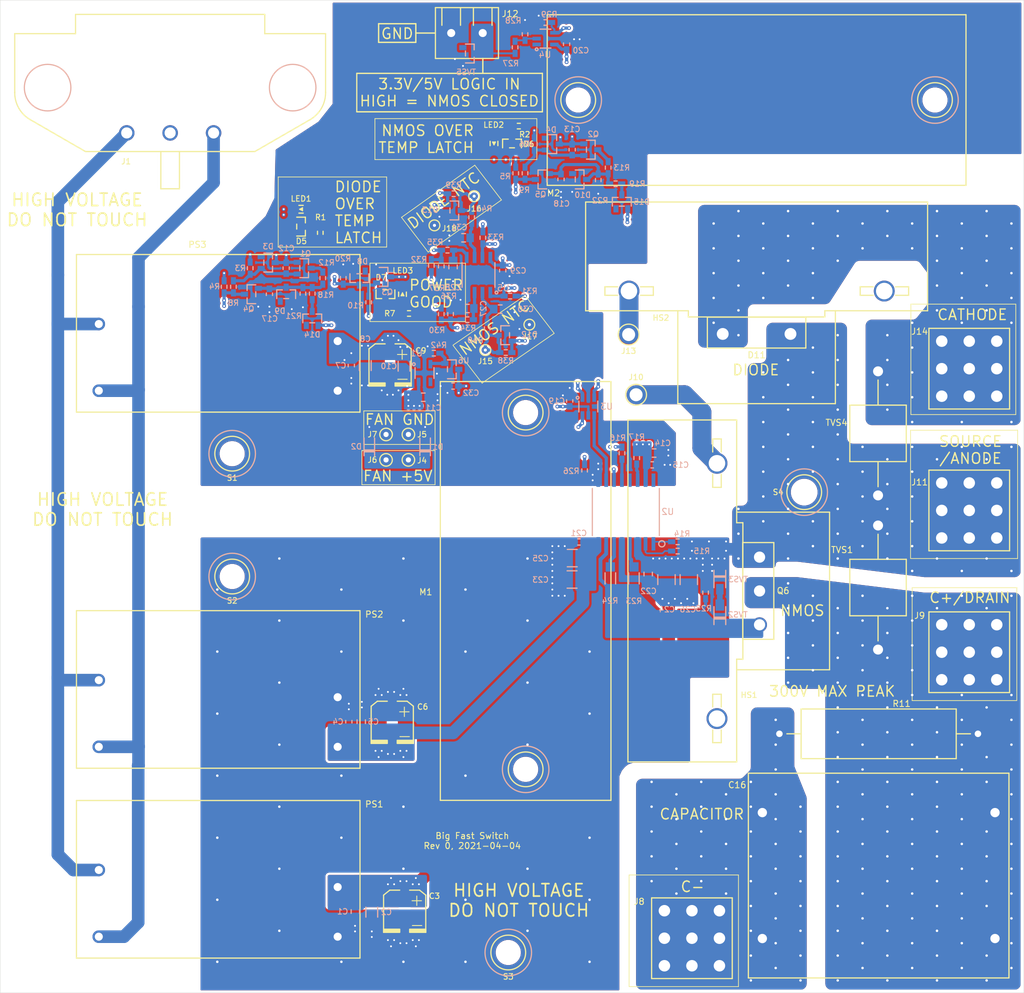
<source format=kicad_pcb>
(kicad_pcb (version 20171130) (host pcbnew "(5.1.9)-1")
  (title_block (title "Big Fast Switch") (date 2021-03-27) (rev 0) (company "Ben Tesch") (comment 1 "Published Under the CC0 1.0 Universal Public Domain Dedication"))
  (layers (0 F.Cu signal) (1 In1.Cu signal) (2 In2.Cu signal) (31 B.Cu signal) (34 B.Paste user hide) (35 F.Paste user hide) (36 B.SilkS user) (37 F.SilkS user) (38 B.Mask user) (39 F.Mask user) (44 Edge.Cuts user))
  (net 0 "")
  (net 1 GND2)
  (net 2 /15V)
  (net 3 /-3V3)
  (net 4 GND1)
  (net 5 /5V)
  (net 6 /3V3)
  (net 7 "Net-(C12-Pad1)")
  (net 8 "Net-(C13-Pad1)")
  (net 9 /C-)
  (net 10 /C+_Drain)
  (net 11 "Net-(C17-Pad2)")
  (net 12 "Net-(C18-Pad2)")
  (net 13 "Net-(C27-Pad2)")
  (net 14 "Net-(C28-Pad2)")
  (net 15 "Net-(C30-Pad2)")
  (net 16 "Net-(C31-Pad2)")
  (net 17 "Net-(D5-Pad3)")
  (net 18 "Net-(D6-Pad3)")
  (net 19 "Net-(D7-Pad1)")
  (net 20 "Net-(D7-Pad3)")
  (net 21 "Net-(D8-Pad3)")
  (net 22 /Cathode)
  (net 23 "Net-(D12-Pad3)")
  (net 24 "Net-(D13-Pad3)")
  (net 25 "Net-(HS1-Pad2)")
  (net 26 "Net-(HS2-Pad1)")
  (net 27 "Net-(J1-Pad1)")
  (net 28 "Net-(J1-Pad3)")
  (net 29 "Net-(J12-Pad1)")
  (net 30 "Net-(Q1-Pad3)")
  (net 31 "Net-(Q2-Pad3)")
  (net 32 "Net-(Q6-Pad1)")
  (net 33 "Net-(R14-Pad2)")
  (net 34 "Net-(R15-Pad2)")
  (net 35 "Net-(R16-Pad1)")
  (net 36 "Net-(R17-Pad2)")
  (net 37 /OT_DIODE)
  (net 38 /OT_NMOS)
  (net 39 "Net-(R23-Pad2)")
  (net 40 "Net-(R24-Pad2)")
  (net 41 "Net-(R26-Pad1)")
  (net 42 "Net-(R27-Pad1)")
  (net 43 "Net-(R29-Pad1)")
  (net 44 "Net-(R30-Pad2)")
  (net 45 "Net-(R32-Pad2)")
  (net 46 "Net-(TVS2-Pad2)")
  (net 47 "Net-(U2-Pad10)")
  (net 48 "Net-(D14-Pad3)")
  (net 49 "Net-(D15-Pad3)")
  (net 50 "Net-(R42-Pad1)")
  (net 51 /~DIODE_LATCH)
  (net 52 /~NMOS_LATCH)
  (module Big_Fast_Switch:703W-00-52 (layer F.Cu) (at 222.4 54.1)
    (fp_text reference J1 (at -7.1 11.9) (layer F.SilkS) (effects (font (size 0.9 0.9))))
    (fp_text value 703W-00-52)
    (pad "" np_thru_hole circle (at 19.75 0) (size 3.5 3.5) (drill 3.5) (layers *.Cu *.Mask))
    (pad "" np_thru_hole circle (at -19.75 0) (size 3.5 3.5) (drill 3.5) (layers *.Cu *.Mask))
    (pad 3 thru_hole circle (at 7 7.3) (size 2.5 2.5) (drill 1.8) (layers *.Cu *.Mask) (net 28 "Net-(J1-Pad3)"))
    (pad 2 thru_hole circle (at 0 7.3) (size 2.5 2.5) (drill 1.8) (layers *.Cu *.Mask))
    (pad 1 thru_hole circle (at -7 7.3) (size 2.5 2.5) (drill 1.8) (layers *.Cu *.Mask) (net 27 "Net-(J1-Pad1)"))
  )
  (module Big_Fast_Switch:Fan_Mount (layer F.Cu) (at 279.7 135.225 90)
    (fp_text reference M1 (at -0.175 -16.1 180) (layer F.SilkS))
    (fp_text value Fan_Mount)
    (pad "" np_thru_hole circle (at 28.75 0 90) (size 3.3 3.3) (drill 3.3) (layers *.Cu *.Mask))
    (pad "" np_thru_hole circle (at -28.75 0 90) (size 3.3 3.3) (drill 3.3) (layers *.Cu *.Mask))
  )
  (module Big_Fast_Switch:Fan_Mount (layer F.Cu) (at 316.925 56.1 180)
    (fp_text reference M2 (at 32.725 -15) (layer F.SilkS))
    (fp_text value Fan_Mount)
    (pad "" np_thru_hole circle (at 28.75 0 180) (size 3.3 3.3) (drill 3.3) (layers *.Cu *.Mask))
    (pad "" np_thru_hole circle (at -28.75 0 180) (size 3.3 3.3) (drill 3.3) (layers *.Cu *.Mask))
  )
  (module Big_Fast_Switch:PA-T21-38E (layer F.Cu) (at 304.95 135.225 90)
    (fp_text reference HS1 (at -16.775 10.75 180) (layer F.SilkS) (effects (font (size 0.9 0.9))))
    (fp_text value PA-T21-38E)
    (pad 2 thru_hole circle (at 20.574 5.588 90) (size 3.367 3.367) (drill 2.667) (layers *.Cu *.Mask) (net 25 "Net-(HS1-Pad2)"))
    (pad 1 thru_hole circle (at -20.574 5.588 90) (size 3.367 3.367) (drill 2.667) (layers *.Cu *.Mask))
  )
  (module Big_Fast_Switch:PA-T21-38E (layer F.Cu) (at 316.925 81.3)
    (fp_text reference HS2 (at -15.425 9.9) (layer F.SilkS) (effects (font (size 0.9 0.9))))
    (fp_text value PA-T21-38E)
    (pad 2 thru_hole circle (at 20.574 5.588) (size 3.367 3.367) (drill 2.667) (layers *.Cu *.Mask))
    (pad 1 thru_hole circle (at -20.574 5.588) (size 3.367 3.367) (drill 2.667) (layers *.Cu *.Mask) (net 26 "Net-(HS2-Pad1)"))
  )
  (module Big_Fast_Switch:C0805 (layer B.Cu) (at 252.25 186.9 90)
    (fp_text reference C1 (at 0 -2.05) (layer B.SilkS) (effects (font (size 0.9 0.9)) (justify mirror)))
    (fp_text value 100n)
    (pad 1 smd rect (at -1.05 0 90) (size 1.2 1.4) (layers B.Cu B.Paste B.Mask) (net 1 GND2))
    (pad 2 smd rect (at 1.05 0 90) (size 1.2 1.4) (layers B.Cu B.Paste B.Mask) (net 2 /15V))
  )
  (module Big_Fast_Switch:C1206 (layer B.Cu) (at 254.9 187 90)
    (fp_text reference C2 (at 0 2.35) (layer B.SilkS) (effects (font (size 0.9 0.9)) (justify mirror)))
    (fp_text value 2.2u)
    (pad 1 smd rect (at -1.75 0 90) (size 1.5 1.8) (layers B.Cu B.Paste B.Mask) (net 1 GND2))
    (pad 2 smd rect (at 1.75 0 90) (size 1.5 1.8) (layers B.Cu B.Paste B.Mask) (net 2 /15V))
  )
  (module Big_Fast_Switch:SVPF_C26 (layer F.Cu) (at 260.2 186.85 180)
    (fp_text reference C3 (at -4.8 2.45) (layer F.SilkS) (effects (font (size 0.9 0.9))))
    (fp_text value 25SVPF47M)
    (fp_text user - (at -2 -2.15) (layer F.SilkS) (effects (font (size 2 2))))
    (fp_text user + (at -1.95 1.85) (layer F.SilkS) (effects (font (size 2 2))))
    (pad 1 smd rect (at 0 2.525 180) (size 1.2 3.15) (layers F.Cu F.Paste F.Mask) (net 2 /15V))
    (pad 2 smd rect (at 0 -2.525 180) (size 1.2 3.15) (layers F.Cu F.Paste F.Mask) (net 1 GND2))
  )
  (module Big_Fast_Switch:C0805 (layer B.Cu) (at 253.2 156.3 90)
    (fp_text reference C5 (at 0 1.95) (layer B.SilkS) (effects (font (size 0.9 0.9)) (justify mirror)))
    (fp_text value 2.2u)
    (pad 2 smd rect (at 1.05 0 90) (size 1.2 1.4) (layers B.Cu B.Paste B.Mask) (net 1 GND2))
    (pad 1 smd rect (at -1.05 0 90) (size 1.2 1.4) (layers B.Cu B.Paste B.Mask) (net 3 /-3V3))
  )
  (module Big_Fast_Switch:SVPF_C26 (layer F.Cu) (at 258.2 156.4 180)
    (fp_text reference C6 (at -4.9 2.5) (layer F.SilkS) (effects (font (size 0.9 0.9))))
    (fp_text value 25SVPF47M)
    (fp_text user - (at -2 -2.15) (layer F.SilkS) (effects (font (size 2 2))))
    (fp_text user + (at -1.95 1.85) (layer F.SilkS) (effects (font (size 2 2))))
    (pad 1 smd rect (at 0 2.525 180) (size 1.2 3.15) (layers F.Cu F.Paste F.Mask) (net 1 GND2))
    (pad 2 smd rect (at 0 -2.525 180) (size 1.2 3.15) (layers F.Cu F.Paste F.Mask) (net 3 /-3V3))
  )
  (module Big_Fast_Switch:C0603 (layer B.Cu) (at 251.6 98.9 90)
    (fp_text reference C7 (at 0 -1.7) (layer B.SilkS) (effects (font (size 0.9 0.9)) (justify mirror)))
    (fp_text value 100n)
    (pad 1 smd rect (at -0.875 0 90) (size 1.05 0.9) (layers B.Cu B.Paste B.Mask) (net 4 GND1))
    (pad 2 smd rect (at 0.875 0 90) (size 1.05 0.9) (layers B.Cu B.Paste B.Mask) (net 5 /5V))
  )
  (module Big_Fast_Switch:C1206 (layer B.Cu) (at 253.85 98.9 90)
    (fp_text reference C8 (at 4.3 0) (layer B.SilkS) (effects (font (size 0.9 0.9)) (justify mirror)))
    (fp_text value 2.2u)
    (pad 1 smd rect (at -1.75 0 90) (size 1.5 1.8) (layers B.Cu B.Paste B.Mask) (net 4 GND1))
    (pad 2 smd rect (at 1.75 0 90) (size 1.5 1.8) (layers B.Cu B.Paste B.Mask) (net 5 /5V))
  )
  (module Big_Fast_Switch:SVPF_C26 (layer F.Cu) (at 257.85 98.8 180)
    (fp_text reference C9 (at -4.95 2.3) (layer F.SilkS) (effects (font (size 0.9 0.9))))
    (fp_text value 25SVPF47M)
    (fp_text user + (at -1.95 1.85) (layer F.SilkS) (effects (font (size 2 2))))
    (fp_text user - (at -2 -2.15) (layer F.SilkS) (effects (font (size 2 2))))
    (pad 2 smd rect (at 0 -2.525 180) (size 1.2 3.15) (layers F.Cu F.Paste F.Mask) (net 4 GND1))
    (pad 1 smd rect (at 0 2.525 180) (size 1.2 3.15) (layers F.Cu F.Paste F.Mask) (net 5 /5V))
  )
  (module Big_Fast_Switch:C1206 (layer B.Cu) (at 260.1 99 90)
    (fp_text reference C10 (at 0 -2.45 180) (layer B.SilkS) (effects (font (size 0.9 0.9)) (justify mirror)))
    (fp_text value 2.2u)
    (pad 2 smd rect (at 1.75 0 90) (size 1.5 1.8) (layers B.Cu B.Paste B.Mask) (net 5 /5V))
    (pad 1 smd rect (at -1.75 0 90) (size 1.5 1.8) (layers B.Cu B.Paste B.Mask) (net 4 GND1))
  )
  (module Big_Fast_Switch:C0805 (layer B.Cu) (at 263.2 104 180)
    (fp_text reference C11 (at -1.6 -1.7) (layer B.SilkS) (effects (font (size 0.9 0.9)) (justify mirror)))
    (fp_text value 2.2u)
    (pad 2 smd rect (at 1.05 0 180) (size 1.2 1.4) (layers B.Cu B.Paste B.Mask) (net 6 /3V3))
    (pad 1 smd rect (at -1.05 0 180) (size 1.2 1.4) (layers B.Cu B.Paste B.Mask) (net 4 GND1))
  )
  (module Big_Fast_Switch:C0603 (layer B.Cu) (at 241.1 83.2 90)
    (fp_text reference C12 (at 3.2 0.05 180) (layer B.SilkS) (effects (font (size 0.9 0.9)) (justify mirror)))
    (fp_text value 10n)
    (pad 2 smd rect (at 0.875 0 90) (size 1.05 0.9) (layers B.Cu B.Paste B.Mask) (net 5 /5V))
    (pad 1 smd rect (at -0.875 0 90) (size 1.05 0.9) (layers B.Cu B.Paste B.Mask) (net 7 "Net-(C12-Pad1)"))
  )
  (module Big_Fast_Switch:C0603 (layer B.Cu) (at 287.2 64.1 90)
    (fp_text reference C13 (at 3.3 0) (layer B.SilkS) (effects (font (size 0.9 0.9)) (justify mirror)))
    (fp_text value 10n)
    (pad 2 smd rect (at 0.875 0 90) (size 1.05 0.9) (layers B.Cu B.Paste B.Mask) (net 5 /5V))
    (pad 1 smd rect (at -0.875 0 90) (size 1.05 0.9) (layers B.Cu B.Paste B.Mask) (net 8 "Net-(C13-Pad1)"))
  )
  (module Big_Fast_Switch:C0805 (layer B.Cu) (at 300.4 113 180)
    (fp_text reference C14 (at -1.4 1.6) (layer B.SilkS) (effects (font (size 0.9 0.9)) (justify mirror)))
    (fp_text value 2.2u)
    (pad 1 smd rect (at -1.05 0 180) (size 1.2 1.4) (layers B.Cu B.Paste B.Mask) (net 4 GND1))
    (pad 2 smd rect (at 1.05 0 180) (size 1.2 1.4) (layers B.Cu B.Paste B.Mask) (net 6 /3V3))
  )
  (module Big_Fast_Switch:C0603 (layer B.Cu) (at 300.1 114.9 180)
    (fp_text reference C15 (at -4.6 0) (layer B.SilkS) (effects (font (size 0.9 0.9)) (justify mirror)))
    (fp_text value 100n)
    (pad 1 smd rect (at -0.875 0 180) (size 1.05 0.9) (layers B.Cu B.Paste B.Mask) (net 4 GND1))
    (pad 2 smd rect (at 0.875 0 180) (size 1.05 0.9) (layers B.Cu B.Paste B.Mask) (net 6 /3V3))
  )
  (module Big_Fast_Switch:B32756G (layer F.Cu) (at 336.6 181.1)
    (fp_text reference C16 (at -22.8 -14.6) (layer F.SilkS))
    (fp_text value B32756G8156K000)
    (pad 1 thru_hole circle (at -18.75 -10.15) (size 2.2 2.2) (drill 1.5) (layers *.Cu *.Mask) (net 9 /C-))
    (pad 1 thru_hole circle (at -18.75 10.15) (size 2.2 2.2) (drill 1.5) (layers *.Cu *.Mask) (net 9 /C-))
    (pad 2 thru_hole circle (at 18.75 -10.15) (size 2.2 2.2) (drill 1.5) (layers *.Cu *.Mask) (net 10 /C+_Drain))
    (pad 2 thru_hole circle (at 18.75 10.15) (size 2.2 2.2) (drill 1.5) (layers *.Cu *.Mask) (net 10 /C+_Drain))
  )
  (module Big_Fast_Switch:C0603 (layer B.Cu) (at 238.4 87.4 90)
    (fp_text reference C17 (at -3.95 0.05 180) (layer B.SilkS) (effects (font (size 0.9 0.9)) (justify mirror)))
    (fp_text value 10n)
    (pad 1 smd rect (at -0.875 0 90) (size 1.05 0.9) (layers B.Cu B.Paste B.Mask) (net 4 GND1))
    (pad 2 smd rect (at 0.875 0 90) (size 1.05 0.9) (layers B.Cu B.Paste B.Mask) (net 11 "Net-(C17-Pad2)"))
  )
  (module Big_Fast_Switch:C0603 (layer B.Cu) (at 285.4 68.9 90)
    (fp_text reference C18 (at -3.9 0.1 180) (layer B.SilkS) (effects (font (size 0.9 0.9)) (justify mirror)))
    (fp_text value 10n)
    (pad 2 smd rect (at 0.875 0 90) (size 1.05 0.9) (layers B.Cu B.Paste B.Mask) (net 12 "Net-(C18-Pad2)"))
    (pad 1 smd rect (at -0.875 0 90) (size 1.05 0.9) (layers B.Cu B.Paste B.Mask) (net 4 GND1))
  )
  (module Big_Fast_Switch:C0603 (layer B.Cu) (at 286.8 104.6 90)
    (fp_text reference C19 (at 0 -2.1 180) (layer B.SilkS) (effects (font (size 0.9 0.9)) (justify mirror)))
    (fp_text value 100n)
    (pad 2 smd rect (at 0.875 0 90) (size 1.05 0.9) (layers B.Cu B.Paste B.Mask) (net 4 GND1))
    (pad 1 smd rect (at -0.875 0 90) (size 1.05 0.9) (layers B.Cu B.Paste B.Mask) (net 6 /3V3))
  )
  (module Big_Fast_Switch:C0603 (layer B.Cu) (at 286.3 47.1 90)
    (fp_text reference C20 (at -1 2.3 180) (layer B.SilkS) (effects (font (size 0.9 0.9)) (justify mirror)))
    (fp_text value 100n)
    (pad 1 smd rect (at -0.875 0 90) (size 1.05 0.9) (layers B.Cu B.Paste B.Mask) (net 6 /3V3))
    (pad 2 smd rect (at 0.875 0 90) (size 1.05 0.9) (layers B.Cu B.Paste B.Mask) (net 4 GND1))
  )
  (module Big_Fast_Switch:C0805 (layer B.Cu) (at 299.45 132.5 270)
    (fp_text reference C22 (at 2.75 -0.05 180) (layer B.SilkS) (effects (font (size 0.9 0.9)) (justify mirror)))
    (fp_text value 100n)
    (pad 1 smd rect (at -1.05 0 270) (size 1.2 1.4) (layers B.Cu B.Paste B.Mask) (net 1 GND2))
    (pad 2 smd rect (at 1.05 0 270) (size 1.2 1.4) (layers B.Cu B.Paste B.Mask) (net 2 /15V))
  )
  (module Big_Fast_Switch:C1210 (layer B.Cu) (at 287.18 133.38 180)
    (fp_text reference C23 (at 5.08 -0.04) (layer B.SilkS) (effects (font (size 0.9 0.9)) (justify mirror)))
    (fp_text value 10u)
    (pad 2 smd rect (at 1.75 0 180) (size 1.5 2.7) (layers B.Cu B.Paste B.Mask) (net 1 GND2))
    (pad 1 smd rect (at -1.75 0 180) (size 1.5 2.7) (layers B.Cu B.Paste B.Mask) (net 3 /-3V3))
  )
  (module Big_Fast_Switch:C1210 (layer B.Cu) (at 302.4 133.4 270)
    (fp_text reference C24 (at 4.8 -0.05) (layer B.SilkS) (effects (font (size 0.9 0.9)) (justify mirror)))
    (fp_text value 10u)
    (pad 2 smd rect (at 1.75 0 270) (size 1.5 2.7) (layers B.Cu B.Paste B.Mask) (net 2 /15V))
    (pad 1 smd rect (at -1.75 0 270) (size 1.5 2.7) (layers B.Cu B.Paste B.Mask) (net 1 GND2))
  )
  (module Big_Fast_Switch:C1210 (layer B.Cu) (at 287.21 129.93 180)
    (fp_text reference C25 (at 5.11 -0.05) (layer B.SilkS) (effects (font (size 0.9 0.9)) (justify mirror)))
    (fp_text value 10u)
    (pad 1 smd rect (at -1.75 0 180) (size 1.5 2.7) (layers B.Cu B.Paste B.Mask) (net 3 /-3V3))
    (pad 2 smd rect (at 1.75 0 180) (size 1.5 2.7) (layers B.Cu B.Paste B.Mask) (net 1 GND2))
  )
  (module Big_Fast_Switch:C1210 (layer B.Cu) (at 306 133.4 270)
    (fp_text reference C26 (at 4.8 0.15 180) (layer B.SilkS) (effects (font (size 0.9 0.9)) (justify mirror)))
    (fp_text value 10u)
    (pad 1 smd rect (at -1.75 0 270) (size 1.5 2.7) (layers B.Cu B.Paste B.Mask) (net 1 GND2))
    (pad 2 smd rect (at 1.75 0 270) (size 1.5 2.7) (layers B.Cu B.Paste B.Mask) (net 2 /15V))
  )
  (module Big_Fast_Switch:C0603 (layer B.Cu) (at 276 83.6 270)
    (fp_text reference C29 (at 0 -2.5 180) (layer B.SilkS) (effects (font (size 0.9 0.9)) (justify mirror)))
    (fp_text value 100n)
    (pad 2 smd rect (at 0.875 0 270) (size 1.05 0.9) (layers B.Cu B.Paste B.Mask) (net 4 GND1))
    (pad 1 smd rect (at -0.875 0 270) (size 1.05 0.9) (layers B.Cu B.Paste B.Mask) (net 6 /3V3))
  )
  (module Big_Fast_Switch:SOD-123 (layer B.Cu) (at 263.5 112 90)
    (fp_text reference D1 (at 0 2.05) (layer B.SilkS) (effects (font (size 0.9 0.9)) (justify mirror)))
    (fp_text value 1N4448W)
    (pad 1 smd rect (at -1.825 0 90) (size 1.4 0.95) (layers B.Cu B.Paste B.Mask) (net 5 /5V))
    (pad 2 smd rect (at 1.825 0 90) (size 1.4 0.95) (layers B.Cu B.Paste B.Mask) (net 4 GND1))
  )
  (module Big_Fast_Switch:SOD-123 (layer B.Cu) (at 254.5 112 90)
    (fp_text reference D2 (at 0.05 -2.1 180) (layer B.SilkS) (effects (font (size 0.9 0.9)) (justify mirror)))
    (fp_text value 1N4448W)
    (pad 2 smd rect (at 1.825 0 90) (size 1.4 0.95) (layers B.Cu B.Paste B.Mask) (net 4 GND1))
    (pad 1 smd rect (at -1.825 0 90) (size 1.4 0.95) (layers B.Cu B.Paste B.Mask) (net 5 /5V))
  )
  (module Big_Fast_Switch:SOT-23-3 (layer B.Cu) (at 238.2 82.3 90)
    (fp_text reference D3 (at 2.6 0 180) (layer B.SilkS) (effects (font (size 0.9 0.9)) (justify mirror)))
    (fp_text value BAS16)
    (pad 1 smd rect (at -0.95 -1.125 90) (size 0.8 1.15) (layers B.Cu B.Paste B.Mask) (net 7 "Net-(C12-Pad1)"))
    (pad 2 smd rect (at 0.95 -1.125 90) (size 0.8 1.15) (layers B.Cu B.Paste B.Mask))
    (pad 3 smd rect (at 0 1.125 90) (size 0.8 1.15) (layers B.Cu B.Paste B.Mask) (net 5 /5V))
  )
  (module Big_Fast_Switch:SOT-23-3 (layer B.Cu) (at 284 63.2 90)
    (fp_text reference D4 (at 2.3 -0.2 180) (layer B.SilkS) (effects (font (size 0.9 0.9)) (justify mirror)))
    (fp_text value BAS16)
    (pad 1 smd rect (at -0.95 -1.125 90) (size 0.8 1.15) (layers B.Cu B.Paste B.Mask) (net 8 "Net-(C13-Pad1)"))
    (pad 2 smd rect (at 0.95 -1.125 90) (size 0.8 1.15) (layers B.Cu B.Paste B.Mask))
    (pad 3 smd rect (at 0 1.125 90) (size 0.8 1.15) (layers B.Cu B.Paste B.Mask) (net 5 /5V))
  )
  (module Big_Fast_Switch:SOT-23-3 (layer F.Cu) (at 243.5 76.5 270)
    (fp_text reference D5 (at 2.35 -0.05 180) (layer F.SilkS) (effects (font (size 0.9 0.9))))
    (fp_text value BAS16)
    (pad 1 smd rect (at -0.95 1.125 270) (size 0.8 1.15) (layers F.Cu F.Paste F.Mask) (net 51 /~DIODE_LATCH))
    (pad 2 smd rect (at 0.95 1.125 270) (size 0.8 1.15) (layers F.Cu F.Paste F.Mask))
    (pad 3 smd rect (at 0 -1.125 270) (size 0.8 1.15) (layers F.Cu F.Paste F.Mask) (net 17 "Net-(D5-Pad3)"))
  )
  (module Big_Fast_Switch:SOT-23-3 (layer F.Cu) (at 277.5 63.1)
    (fp_text reference D6 (at 2.7 0.1) (layer F.SilkS) (effects (font (size 0.9 0.9))))
    (fp_text value BAS16)
    (pad 1 smd rect (at -0.95 1.125) (size 0.8 1.15) (layers F.Cu F.Paste F.Mask) (net 52 /~NMOS_LATCH))
    (pad 2 smd rect (at 0.95 1.125) (size 0.8 1.15) (layers F.Cu F.Paste F.Mask))
    (pad 3 smd rect (at 0 -1.125) (size 0.8 1.15) (layers F.Cu F.Paste F.Mask) (net 18 "Net-(D6-Pad3)"))
  )
  (module Big_Fast_Switch:SOT-23-3 (layer F.Cu) (at 257.1 87.4 180)
    (fp_text reference D7 (at 0.7 2.7) (layer F.SilkS) (effects (font (size 0.9 0.9))))
    (fp_text value BAS16)
    (pad 1 smd rect (at -0.95 1.125 180) (size 0.8 1.15) (layers F.Cu F.Paste F.Mask) (net 19 "Net-(D7-Pad1)"))
    (pad 2 smd rect (at 0.95 1.125 180) (size 0.8 1.15) (layers F.Cu F.Paste F.Mask))
    (pad 3 smd rect (at 0 -1.125 180) (size 0.8 1.15) (layers F.Cu F.Paste F.Mask) (net 20 "Net-(D7-Pad3)"))
  )
  (module Big_Fast_Switch:SOT-23-3 (layer B.Cu) (at 252.9 84.8)
    (fp_text reference D8 (at 0.5 -2.7) (layer B.SilkS) (effects (font (size 0.9 0.9)) (justify mirror)))
    (fp_text value BAS16)
    (pad 1 smd rect (at -0.95 -1.125) (size 0.8 1.15) (layers B.Cu B.Paste B.Mask) (net 4 GND1))
    (pad 2 smd rect (at 0.95 -1.125) (size 0.8 1.15) (layers B.Cu B.Paste B.Mask))
    (pad 3 smd rect (at 0 1.125) (size 0.8 1.15) (layers B.Cu B.Paste B.Mask) (net 21 "Net-(D8-Pad3)"))
  )
  (module Big_Fast_Switch:SOT-23-3 (layer B.Cu) (at 241.1 87.4 180)
    (fp_text reference D9 (at 1 -2.7) (layer B.SilkS) (effects (font (size 0.9 0.9)) (justify mirror)))
    (fp_text value BAS16)
    (pad 3 smd rect (at 0 1.125 180) (size 0.8 1.15) (layers B.Cu B.Paste B.Mask) (net 11 "Net-(C17-Pad2)"))
    (pad 2 smd rect (at 0.95 -1.125 180) (size 0.8 1.15) (layers B.Cu B.Paste B.Mask))
    (pad 1 smd rect (at -0.95 -1.125 180) (size 0.8 1.15) (layers B.Cu B.Paste B.Mask) (net 4 GND1))
  )
  (module Big_Fast_Switch:SOT-23-3 (layer B.Cu) (at 288.4 68.9 90)
    (fp_text reference D10 (at -2.5 0.5 180) (layer B.SilkS) (effects (font (size 0.9 0.9)) (justify mirror)))
    (fp_text value BAS16)
    (pad 3 smd rect (at 0 1.125 90) (size 0.8 1.15) (layers B.Cu B.Paste B.Mask) (net 12 "Net-(C18-Pad2)"))
    (pad 2 smd rect (at 0.95 -1.125 90) (size 0.8 1.15) (layers B.Cu B.Paste B.Mask))
    (pad 1 smd rect (at -0.95 -1.125 90) (size 0.8 1.15) (layers B.Cu B.Paste B.Mask) (net 4 GND1))
  )
  (module Big_Fast_Switch:TO-247AD_2L (layer F.Cu) (at 316.925 93.8)
    (fp_text reference D11 (at 0 3.4) (layer F.SilkS))
    (fp_text value VS-90EPF06L-M3)
    (pad 1 thru_hole circle (at -5.46 0) (size 2.61 2.61) (drill 1.91) (layers *.Cu *.Mask) (net 22 /Cathode))
    (pad 2 thru_hole circle (at 5.46 0) (size 2.61 2.61) (drill 1.91) (layers *.Cu *.Mask) (net 1 GND2))
  )
  (module Big_Fast_Switch:SOT-23-3 (layer B.Cu) (at 276.4 94 270)
    (fp_text reference D12 (at -0.1 -3.9 180) (layer B.SilkS) (effects (font (size 0.9 0.9)) (justify mirror)))
    (fp_text value BAV199)
    (pad 1 smd rect (at -0.95 -1.125 270) (size 0.8 1.15) (layers B.Cu B.Paste B.Mask) (net 4 GND1))
    (pad 2 smd rect (at 0.95 -1.125 270) (size 0.8 1.15) (layers B.Cu B.Paste B.Mask) (net 6 /3V3))
    (pad 3 smd rect (at 0 1.125 270) (size 0.8 1.15) (layers B.Cu B.Paste B.Mask) (net 23 "Net-(D12-Pad3)"))
  )
  (module Big_Fast_Switch:SOT-23-3 (layer B.Cu) (at 268.2 73.9 90)
    (fp_text reference D13 (at 0.1 -3.9 180) (layer B.SilkS) (effects (font (size 0.9 0.9)) (justify mirror)))
    (fp_text value BAV199)
    (pad 3 smd rect (at 0 1.125 90) (size 0.8 1.15) (layers B.Cu B.Paste B.Mask) (net 24 "Net-(D13-Pad3)"))
    (pad 2 smd rect (at 0.95 -1.125 90) (size 0.8 1.15) (layers B.Cu B.Paste B.Mask) (net 6 /3V3))
    (pad 1 smd rect (at -0.95 -1.125 90) (size 0.8 1.15) (layers B.Cu B.Paste B.Mask) (net 4 GND1))
  )
  (module Big_Fast_Switch:26AWG_Stranded (layer F.Cu) (at 260.8 114.1 270)
    (fp_text reference J4 (at 0.1 -2.2 180) (layer F.SilkS) (effects (font (size 0.9 0.9))))
    (fp_text value 26AWG_Stranded)
    (pad 1 thru_hole circle (at 0 0 270) (size 1.531 1.531) (drill 0.831) (layers *.Cu *.Mask) (net 5 /5V))
  )
  (module Big_Fast_Switch:26AWG_Stranded (layer F.Cu) (at 260.8 110 270)
    (fp_text reference J5 (at 0 -2.2 180) (layer F.SilkS) (effects (font (size 0.9 0.9))))
    (fp_text value 26AWG_Stranded)
    (pad 1 thru_hole circle (at 0 0 270) (size 1.531 1.531) (drill 0.831) (layers *.Cu *.Mask) (net 4 GND1))
  )
  (module Big_Fast_Switch:26AWG_Stranded (layer F.Cu) (at 257.2 114.1 270)
    (fp_text reference J6 (at 0 2.2 180) (layer F.SilkS) (effects (font (size 0.9 0.9))))
    (fp_text value 26AWG_Stranded)
    (pad 1 thru_hole circle (at 0 0 270) (size 1.531 1.531) (drill 0.831) (layers *.Cu *.Mask) (net 5 /5V))
  )
  (module Big_Fast_Switch:26AWG_Stranded (layer F.Cu) (at 257.2 110 270)
    (fp_text reference J7 (at 0 2.2 180) (layer F.SilkS) (effects (font (size 0.9 0.9))))
    (fp_text value 26AWG_Stranded)
    (pad 1 thru_hole circle (at 0 0 270) (size 1.531 1.531) (drill 0.831) (layers *.Cu *.Mask) (net 4 GND1))
  )
  (module Big_Fast_Switch:74651194R (layer F.Cu) (at 306.5 191.2)
    (fp_text reference J8 (at -8.5 -5.9) (layer F.SilkS))
    (fp_text value 74651194R)
    (pad 1 thru_hole circle (at 4.435 4.435) (size 3.2 3.2) (drill 1.85) (layers *.Cu *.Mask) (net 9 /C-))
    (pad 1 thru_hole circle (at 0 4.435) (size 3.2 3.2) (drill 1.85) (layers *.Cu *.Mask) (net 9 /C-))
    (pad 1 thru_hole circle (at -4.435 4.435) (size 3.2 3.2) (drill 1.85) (layers *.Cu *.Mask) (net 9 /C-))
    (pad 1 thru_hole circle (at 4.435 0) (size 3.2 3.2) (drill 1.85) (layers *.Cu *.Mask) (net 9 /C-))
    (pad 1 thru_hole circle (at 0 0) (size 3.2 3.2) (drill 1.85) (layers *.Cu *.Mask) (net 9 /C-))
    (pad 1 thru_hole circle (at -4.435 0) (size 3.2 3.2) (drill 1.85) (layers *.Cu *.Mask) (net 9 /C-))
    (pad 1 thru_hole circle (at 4.435 -4.435) (size 3.2 3.2) (drill 1.85) (layers *.Cu *.Mask) (net 9 /C-))
    (pad 1 thru_hole circle (at 0 -4.435) (size 3.2 3.2) (drill 1.85) (layers *.Cu *.Mask) (net 9 /C-))
    (pad 1 thru_hole circle (at -4.435 -4.435) (size 3.2 3.2) (drill 1.85) (layers *.Cu *.Mask) (net 9 /C-))
  )
  (module Big_Fast_Switch:74651194R (layer F.Cu) (at 351.2 145.1)
    (fp_text reference J9 (at -8 -5.9) (layer F.SilkS))
    (fp_text value 74651194R)
    (pad 1 thru_hole circle (at -4.435 -4.435) (size 3.2 3.2) (drill 1.85) (layers *.Cu *.Mask) (net 10 /C+_Drain))
    (pad 1 thru_hole circle (at 0 -4.435) (size 3.2 3.2) (drill 1.85) (layers *.Cu *.Mask) (net 10 /C+_Drain))
    (pad 1 thru_hole circle (at 4.435 -4.435) (size 3.2 3.2) (drill 1.85) (layers *.Cu *.Mask) (net 10 /C+_Drain))
    (pad 1 thru_hole circle (at -4.435 0) (size 3.2 3.2) (drill 1.85) (layers *.Cu *.Mask) (net 10 /C+_Drain))
    (pad 1 thru_hole circle (at 0 0) (size 3.2 3.2) (drill 1.85) (layers *.Cu *.Mask) (net 10 /C+_Drain))
    (pad 1 thru_hole circle (at 4.435 0) (size 3.2 3.2) (drill 1.85) (layers *.Cu *.Mask) (net 10 /C+_Drain))
    (pad 1 thru_hole circle (at -4.435 4.435) (size 3.2 3.2) (drill 1.85) (layers *.Cu *.Mask) (net 10 /C+_Drain))
    (pad 1 thru_hole circle (at 0 4.435) (size 3.2 3.2) (drill 1.85) (layers *.Cu *.Mask) (net 10 /C+_Drain))
    (pad 1 thru_hole circle (at 4.435 4.435) (size 3.2 3.2) (drill 1.85) (layers *.Cu *.Mask) (net 10 /C+_Drain))
  )
  (module Big_Fast_Switch:16AWG_Stranded (layer F.Cu) (at 297.5 103.6)
    (fp_text reference J10 (at 0 -2.825) (layer F.SilkS) (effects (font (size 0.9 0.9))))
    (fp_text value 16AWG_Stranded)
    (pad 1 thru_hole circle (at 0 0) (size 2.8 2.8) (drill 2.1) (layers *.Cu *.Mask) (net 25 "Net-(HS1-Pad2)"))
  )
  (module Big_Fast_Switch:74651194R (layer F.Cu) (at 351.2 122.25)
    (fp_text reference J11 (at -8 -4.55) (layer F.SilkS))
    (fp_text value 74651194R)
    (pad 1 thru_hole circle (at 4.435 4.435) (size 3.2 3.2) (drill 1.85) (layers *.Cu *.Mask) (net 1 GND2))
    (pad 1 thru_hole circle (at 0 4.435) (size 3.2 3.2) (drill 1.85) (layers *.Cu *.Mask) (net 1 GND2))
    (pad 1 thru_hole circle (at -4.435 4.435) (size 3.2 3.2) (drill 1.85) (layers *.Cu *.Mask) (net 1 GND2))
    (pad 1 thru_hole circle (at 4.435 0) (size 3.2 3.2) (drill 1.85) (layers *.Cu *.Mask) (net 1 GND2))
    (pad 1 thru_hole circle (at 0 0) (size 3.2 3.2) (drill 1.85) (layers *.Cu *.Mask) (net 1 GND2))
    (pad 1 thru_hole circle (at -4.435 0) (size 3.2 3.2) (drill 1.85) (layers *.Cu *.Mask) (net 1 GND2))
    (pad 1 thru_hole circle (at 4.435 -4.435) (size 3.2 3.2) (drill 1.85) (layers *.Cu *.Mask) (net 1 GND2))
    (pad 1 thru_hole circle (at 0 -4.435) (size 3.2 3.2) (drill 1.85) (layers *.Cu *.Mask) (net 1 GND2))
    (pad 1 thru_hole circle (at -4.435 -4.435) (size 3.2 3.2) (drill 1.85) (layers *.Cu *.Mask) (net 1 GND2))
  )
  (module Big_Fast_Switch:282837-2 (layer F.Cu) (at 267.7 45.3 180)
    (fp_text reference J12 (at -9.5 3.1 180) (layer F.SilkS))
    (fp_text value 282837-2)
    (pad 2 thru_hole circle (at 0 0 180) (size 2 2) (drill 1.3) (layers *.Cu *.Mask) (net 4 GND1))
    (pad 1 thru_hole circle (at -5.08 0 180) (size 2 2) (drill 1.3) (layers *.Cu *.Mask) (net 29 "Net-(J12-Pad1)"))
  )
  (module Big_Fast_Switch:16AWG_Stranded (layer F.Cu) (at 296.3 93.9)
    (fp_text reference J13 (at 0 2.65) (layer F.SilkS) (effects (font (size 0.9 0.9))))
    (fp_text value 16AWG_Stranded)
    (pad 1 thru_hole circle (at 0 0) (size 2.8 2.8) (drill 2.1) (layers *.Cu *.Mask) (net 26 "Net-(HS2-Pad1)"))
  )
  (module Big_Fast_Switch:74651194R (layer F.Cu) (at 351.2 99.4)
    (fp_text reference J14 (at -8 -6) (layer F.SilkS))
    (fp_text value 74651194R)
    (pad 1 thru_hole circle (at -4.435 -4.435) (size 3.2 3.2) (drill 1.85) (layers *.Cu *.Mask) (net 22 /Cathode))
    (pad 1 thru_hole circle (at 0 -4.435) (size 3.2 3.2) (drill 1.85) (layers *.Cu *.Mask) (net 22 /Cathode))
    (pad 1 thru_hole circle (at 4.435 -4.435) (size 3.2 3.2) (drill 1.85) (layers *.Cu *.Mask) (net 22 /Cathode))
    (pad 1 thru_hole circle (at -4.435 0) (size 3.2 3.2) (drill 1.85) (layers *.Cu *.Mask) (net 22 /Cathode))
    (pad 1 thru_hole circle (at 0 0) (size 3.2 3.2) (drill 1.85) (layers *.Cu *.Mask) (net 22 /Cathode))
    (pad 1 thru_hole circle (at 4.435 0) (size 3.2 3.2) (drill 1.85) (layers *.Cu *.Mask) (net 22 /Cathode))
    (pad 1 thru_hole circle (at -4.435 4.435) (size 3.2 3.2) (drill 1.85) (layers *.Cu *.Mask) (net 22 /Cathode))
    (pad 1 thru_hole circle (at 0 4.435) (size 3.2 3.2) (drill 1.85) (layers *.Cu *.Mask) (net 22 /Cathode))
    (pad 1 thru_hole circle (at 4.435 4.435) (size 3.2 3.2) (drill 1.85) (layers *.Cu *.Mask) (net 22 /Cathode))
  )
  (module Big_Fast_Switch:30AWG_Solid (layer F.Cu) (at 273.2 96.4 90)
    (fp_text reference J15 (at -1.8 0 180) (layer F.SilkS) (effects (font (size 0.9 0.9))))
    (fp_text value 30AWG_Solid)
    (pad 1 thru_hole circle (at 0 0 90) (size 1.2 1.2) (drill 0.5) (layers *.Cu *.Mask) (net 23 "Net-(D12-Pad3)"))
  )
  (module Big_Fast_Switch:30AWG_Solid (layer F.Cu) (at 271.4 71.6 90)
    (fp_text reference J16 (at -2 0) (layer F.SilkS) (effects (font (size 0.9 0.9))))
    (fp_text value 30AWG_Solid)
    (pad 1 thru_hole circle (at 0 0 90) (size 1.2 1.2) (drill 0.5) (layers *.Cu *.Mask) (net 24 "Net-(D13-Pad3)"))
  )
  (module Big_Fast_Switch:30AWG_Solid (layer F.Cu) (at 280.3 92.3 90)
    (fp_text reference J17 (at -1.9 0.1 180) (layer F.SilkS) (effects (font (size 0.9 0.9))))
    (fp_text value 30AWG_Solid)
    (pad 1 thru_hole circle (at 0 0 90) (size 1.2 1.2) (drill 0.5) (layers *.Cu *.Mask) (net 4 GND1))
  )
  (module Big_Fast_Switch:30AWG_Solid (layer F.Cu) (at 265 76.3 90)
    (fp_text reference J18 (at -0.5 2.4 180) (layer F.SilkS) (effects (font (size 0.9 0.9))))
    (fp_text value 30AWG_Solid)
    (pad 1 thru_hole circle (at 0 0 90) (size 1.2 1.2) (drill 0.5) (layers *.Cu *.Mask) (net 4 GND1))
  )
  (module Big_Fast_Switch:APT2012SURCK (layer F.Cu) (at 243.5 73.7)
    (fp_text reference LED1 (at 0 -1.7) (layer F.SilkS) (effects (font (size 0.9 0.9))))
    (fp_text value APT2012SURCK)
    (pad 1 smd rect (at -1.175 0) (size 1.25 1.1) (layers F.Cu F.Paste F.Mask) (net 51 /~DIODE_LATCH))
    (pad 2 smd rect (at 1.175 0) (size 1.25 1.1) (layers F.Cu F.Paste F.Mask) (net 17 "Net-(D5-Pad3)"))
  )
  (module Big_Fast_Switch:APT2012SURCK (layer F.Cu) (at 274.6 63.1 90)
    (fp_text reference LED2 (at 3 -0.05 180) (layer F.SilkS) (effects (font (size 0.9 0.9))))
    (fp_text value APT2012SURCK)
    (pad 2 smd rect (at 1.175 0 90) (size 1.25 1.1) (layers F.Cu F.Paste F.Mask) (net 18 "Net-(D6-Pad3)"))
    (pad 1 smd rect (at -1.175 0 90) (size 1.25 1.1) (layers F.Cu F.Paste F.Mask) (net 52 /~NMOS_LATCH))
  )
  (module Big_Fast_Switch:APT2012SURCK (layer F.Cu) (at 259.849999 87.400001 270)
    (fp_text reference LED3 (at -3.800001 -0.050001) (layer F.SilkS) (effects (font (size 0.9 0.9))))
    (fp_text value APT2012SURCK)
    (pad 1 smd rect (at -1.175 0 270) (size 1.25 1.1) (layers F.Cu F.Paste F.Mask) (net 19 "Net-(D7-Pad1)"))
    (pad 2 smd rect (at 1.175 0 270) (size 1.25 1.1) (layers F.Cu F.Paste F.Mask) (net 20 "Net-(D7-Pad3)"))
  )
  (module Big_Fast_Switch:MPM-05 (layer F.Cu) (at 207.3 194.4)
    (fp_text reference PS1 (at 48 -24.8) (layer F.SilkS))
    (fp_text value MPM-05-15)
    (pad 1 thru_hole circle (at 3.6 -14.2) (size 2 2) (drill 1.3) (layers *.Cu *.Mask) (net 27 "Net-(J1-Pad1)"))
    (pad 2 thru_hole circle (at 3.6 -3.45) (size 2 2) (drill 1.3) (layers *.Cu *.Mask) (net 28 "Net-(J1-Pad3)"))
    (pad 3 thru_hole circle (at 42.1 -3.45) (size 2 2) (drill 1.3) (layers *.Cu *.Mask) (net 1 GND2))
    (pad 4 thru_hole circle (at 42.1 -11.45) (size 2 2) (drill 1.3) (layers *.Cu *.Mask) (net 2 /15V))
  )
  (module Big_Fast_Switch:MPM-05 (layer F.Cu) (at 207.3 163.8)
    (fp_text reference PS2 (at 48 -24.8) (layer F.SilkS))
    (fp_text value MPM-05-3.3)
    (pad 4 thru_hole circle (at 42.1 -11.45) (size 2 2) (drill 1.3) (layers *.Cu *.Mask) (net 1 GND2))
    (pad 3 thru_hole circle (at 42.1 -3.45) (size 2 2) (drill 1.3) (layers *.Cu *.Mask) (net 3 /-3V3))
    (pad 2 thru_hole circle (at 3.6 -3.45) (size 2 2) (drill 1.3) (layers *.Cu *.Mask) (net 28 "Net-(J1-Pad3)"))
    (pad 1 thru_hole circle (at 3.6 -14.2) (size 2 2) (drill 1.3) (layers *.Cu *.Mask) (net 27 "Net-(J1-Pad1)"))
  )
  (module Big_Fast_Switch:MPM-05 (layer F.Cu) (at 207.3 106.4)
    (fp_text reference PS3 (at 19.5 -27) (layer F.SilkS))
    (fp_text value MPM-05-5)
    (pad 1 thru_hole circle (at 3.6 -14.2) (size 2 2) (drill 1.3) (layers *.Cu *.Mask) (net 27 "Net-(J1-Pad1)"))
    (pad 2 thru_hole circle (at 3.6 -3.45) (size 2 2) (drill 1.3) (layers *.Cu *.Mask) (net 28 "Net-(J1-Pad3)"))
    (pad 3 thru_hole circle (at 42.1 -3.45) (size 2 2) (drill 1.3) (layers *.Cu *.Mask) (net 4 GND1))
    (pad 4 thru_hole circle (at 42.1 -11.45) (size 2 2) (drill 1.3) (layers *.Cu *.Mask) (net 5 /5V))
  )
  (module Big_Fast_Switch:SOT-23-3 (layer B.Cu) (at 244 83.2 90)
    (fp_text reference Q1 (at 2.35 0.2 180) (layer B.SilkS) (effects (font (size 0.9 0.9)) (justify mirror)))
    (fp_text value MMBT3906)
    (pad 3 smd rect (at 0 1.125 90) (size 0.8 1.15) (layers B.Cu B.Paste B.Mask) (net 30 "Net-(Q1-Pad3)"))
    (pad 2 smd rect (at 0.95 -1.125 90) (size 0.8 1.15) (layers B.Cu B.Paste B.Mask) (net 5 /5V))
    (pad 1 smd rect (at -0.95 -1.125 90) (size 0.8 1.15) (layers B.Cu B.Paste B.Mask) (net 7 "Net-(C12-Pad1)"))
  )
  (module Big_Fast_Switch:SOT-23-3 (layer B.Cu) (at 290.2 64.1 90)
    (fp_text reference Q2 (at 2.5 0.4 180) (layer B.SilkS) (effects (font (size 0.9 0.9)) (justify mirror)))
    (fp_text value MMBT3906)
    (pad 3 smd rect (at 0 1.125 90) (size 0.8 1.15) (layers B.Cu B.Paste B.Mask) (net 31 "Net-(Q2-Pad3)"))
    (pad 2 smd rect (at 0.95 -1.125 90) (size 0.8 1.15) (layers B.Cu B.Paste B.Mask) (net 5 /5V))
    (pad 1 smd rect (at -0.95 -1.125 90) (size 0.8 1.15) (layers B.Cu B.Paste B.Mask) (net 8 "Net-(C13-Pad1)"))
  )
  (module Big_Fast_Switch:SOT-23-3 (layer B.Cu) (at 256.8 84.6 90)
    (fp_text reference Q3 (at -2.45 0.6 180) (layer B.SilkS) (effects (font (size 0.9 0.9)) (justify mirror)))
    (fp_text value MMBT3904)
    (pad 3 smd rect (at 0 1.125 90) (size 0.8 1.15) (layers B.Cu B.Paste B.Mask) (net 19 "Net-(D7-Pad1)"))
    (pad 2 smd rect (at 0.95 -1.125 90) (size 0.8 1.15) (layers B.Cu B.Paste B.Mask) (net 4 GND1))
    (pad 1 smd rect (at -0.95 -1.125 90) (size 0.8 1.15) (layers B.Cu B.Paste B.Mask) (net 21 "Net-(D8-Pad3)"))
  )
  (module Big_Fast_Switch:SOT-23-3 (layer B.Cu) (at 235.5 87.4 270)
    (fp_text reference Q4 (at 2.35 0.45) (layer B.SilkS) (effects (font (size 0.9 0.9)) (justify mirror)))
    (fp_text value MMBT3904)
    (pad 3 smd rect (at 0 1.125 270) (size 0.8 1.15) (layers B.Cu B.Paste B.Mask) (net 51 /~DIODE_LATCH))
    (pad 2 smd rect (at 0.95 -1.125 270) (size 0.8 1.15) (layers B.Cu B.Paste B.Mask) (net 4 GND1))
    (pad 1 smd rect (at -0.95 -1.125 270) (size 0.8 1.15) (layers B.Cu B.Paste B.Mask) (net 11 "Net-(C17-Pad2)"))
  )
  (module Big_Fast_Switch:SOT-23-3 (layer B.Cu) (at 282.4 68.9 270)
    (fp_text reference Q5 (at 2.4 0.3 180) (layer B.SilkS) (effects (font (size 0.9 0.9)) (justify mirror)))
    (fp_text value MMBT3904)
    (pad 3 smd rect (at 0 1.125 270) (size 0.8 1.15) (layers B.Cu B.Paste B.Mask) (net 52 /~NMOS_LATCH))
    (pad 2 smd rect (at 0.95 -1.125 270) (size 0.8 1.15) (layers B.Cu B.Paste B.Mask) (net 4 GND1))
    (pad 1 smd rect (at -0.95 -1.125 270) (size 0.8 1.15) (layers B.Cu B.Paste B.Mask) (net 12 "Net-(C18-Pad2)"))
  )
  (module Big_Fast_Switch:MAX247 (layer F.Cu) (at 317.4 135.225 90)
    (fp_text reference Q6 (at 0.025 3.8 180) (layer F.SilkS))
    (fp_text value STY145N65M5)
    (pad 1 thru_hole circle (at -5.45 0 90) (size 2.41 2.41) (drill 1.81) (layers *.Cu *.Mask) (net 32 "Net-(Q6-Pad1)"))
    (pad 2 thru_hole circle (at 0 0 90) (size 2.41 2.41) (drill 1.81) (layers *.Cu *.Mask) (net 10 /C+_Drain))
    (pad 3 thru_hole circle (at 5.45 0 90) (size 2.41 2.41) (drill 1.81) (layers *.Cu *.Mask) (net 1 GND2))
  )
  (module Big_Fast_Switch:R0603 (layer F.Cu) (at 246.6 77.5 90)
    (fp_text reference R1 (at 2.5 0.05 180) (layer F.SilkS) (effects (font (size 0.9 0.9))))
    (fp_text value 620)
    (pad 1 smd rect (at -0.975 0 90) (size 1.15 0.8) (layers F.Cu F.Paste F.Mask) (net 5 /5V))
    (pad 2 smd rect (at 0.975 0 90) (size 1.15 0.8) (layers F.Cu F.Paste F.Mask) (net 17 "Net-(D5-Pad3)"))
  )
  (module Big_Fast_Switch:R0603 (layer F.Cu) (at 278.6 60.3 180)
    (fp_text reference R2 (at -0.95 -1.35) (layer F.SilkS) (effects (font (size 0.9 0.9))))
    (fp_text value 620)
    (pad 2 smd rect (at 0.975 0 180) (size 1.15 0.8) (layers F.Cu F.Paste F.Mask) (net 18 "Net-(D6-Pad3)"))
    (pad 1 smd rect (at -0.975 0 180) (size 1.15 0.8) (layers F.Cu F.Paste F.Mask) (net 5 /5V))
  )
  (module Big_Fast_Switch:R0603 (layer B.Cu) (at 235.3 83.2 270)
    (fp_text reference R3 (at 0 1.6 180) (layer B.SilkS) (effects (font (size 0.9 0.9)) (justify mirror)))
    (fp_text value 33k)
    (pad 2 smd rect (at 0.975 0 270) (size 1.15 0.8) (layers B.Cu B.Paste B.Mask) (net 7 "Net-(C12-Pad1)"))
    (pad 1 smd rect (at -0.975 0 270) (size 1.15 0.8) (layers B.Cu B.Paste B.Mask) (net 5 /5V))
  )
  (module Big_Fast_Switch:R0603 (layer B.Cu) (at 231.1 86.2 270)
    (fp_text reference R4 (at -0.05 1.55) (layer B.SilkS) (effects (font (size 0.9 0.9)) (justify mirror)))
    (fp_text value 10k)
    (pad 1 smd rect (at -0.975 0 270) (size 1.15 0.8) (layers B.Cu B.Paste B.Mask) (net 5 /5V))
    (pad 2 smd rect (at 0.975 0 270) (size 1.15 0.8) (layers B.Cu B.Paste B.Mask) (net 51 /~DIODE_LATCH))
  )
  (module Big_Fast_Switch:R0603 (layer B.Cu) (at 278.1 67.9 270)
    (fp_text reference R5 (at 0.5 1.7 180) (layer B.SilkS) (effects (font (size 0.9 0.9)) (justify mirror)))
    (fp_text value 10k)
    (pad 1 smd rect (at -0.975 0 270) (size 1.15 0.8) (layers B.Cu B.Paste B.Mask) (net 5 /5V))
    (pad 2 smd rect (at 0.975 0 270) (size 1.15 0.8) (layers B.Cu B.Paste B.Mask) (net 52 /~NMOS_LATCH))
  )
  (module Big_Fast_Switch:R0603 (layer B.Cu) (at 281.1 63.2 270)
    (fp_text reference R6 (at 0 1.6 180) (layer B.SilkS) (effects (font (size 0.9 0.9)) (justify mirror)))
    (fp_text value 33k)
    (pad 1 smd rect (at -0.975 0 270) (size 1.15 0.8) (layers B.Cu B.Paste B.Mask) (net 5 /5V))
    (pad 2 smd rect (at 0.975 0 270) (size 1.15 0.8) (layers B.Cu B.Paste B.Mask) (net 8 "Net-(C13-Pad1)"))
  )
  (module Big_Fast_Switch:R0603 (layer F.Cu) (at 260.9 90.5 180)
    (fp_text reference R7 (at 3.1 0 180) (layer F.SilkS) (effects (font (size 0.9 0.9))))
    (fp_text value 620)
    (pad 1 smd rect (at -0.975 0 180) (size 1.15 0.8) (layers F.Cu F.Paste F.Mask) (net 5 /5V))
    (pad 2 smd rect (at 0.975 0 180) (size 1.15 0.8) (layers F.Cu F.Paste F.Mask) (net 20 "Net-(D7-Pad3)"))
  )
  (module Big_Fast_Switch:R0603 (layer B.Cu) (at 232.6 86.2 270)
    (fp_text reference R8 (at 2.6 0 180) (layer B.SilkS) (effects (font (size 0.9 0.9)) (justify mirror)))
    (fp_text value 43k)
    (pad 2 smd rect (at 0.975 0 270) (size 1.15 0.8) (layers B.Cu B.Paste B.Mask) (net 51 /~DIODE_LATCH))
    (pad 1 smd rect (at -0.975 0 270) (size 1.15 0.8) (layers B.Cu B.Paste B.Mask) (net 7 "Net-(C12-Pad1)"))
  )
  (module Big_Fast_Switch:R0603 (layer B.Cu) (at 279.6 67.9 270)
    (fp_text reference R9 (at 2.7 0.1 180) (layer B.SilkS) (effects (font (size 0.9 0.9)) (justify mirror)))
    (fp_text value 43k)
    (pad 2 smd rect (at 0.975 0 270) (size 1.15 0.8) (layers B.Cu B.Paste B.Mask) (net 52 /~NMOS_LATCH))
    (pad 1 smd rect (at -0.975 0 270) (size 1.15 0.8) (layers B.Cu B.Paste B.Mask) (net 8 "Net-(C13-Pad1)"))
  )
  (module Big_Fast_Switch:R0603 (layer B.Cu) (at 254.4 88.7 90)
    (fp_text reference R10 (at -0.5 -2.1 180) (layer B.SilkS) (effects (font (size 0.9 0.9)) (justify mirror)))
    (fp_text value 3.9k)
    (pad 2 smd rect (at 0.975 0 90) (size 1.15 0.8) (layers B.Cu B.Paste B.Mask) (net 21 "Net-(D8-Pad3)"))
    (pad 1 smd rect (at -0.975 0 90) (size 1.15 0.8) (layers B.Cu B.Paste B.Mask) (net 6 /3V3))
  )
  (module Big_Fast_Switch:ROX5S (layer F.Cu) (at 336.6 158.25)
    (fp_text reference R11 (at 3.7 -4.85) (layer F.SilkS))
    (fp_text value 47k)
    (pad 1 thru_hole circle (at -16 0) (size 1.75 1.75) (drill 1.05) (layers *.Cu *.Mask) (net 9 /C-))
    (pad 2 thru_hole circle (at 16 0) (size 1.75 1.75) (drill 1.05) (layers *.Cu *.Mask) (net 10 /C+_Drain))
  )
  (module Big_Fast_Switch:R0603 (layer B.Cu) (at 247 84.8 270)
    (fp_text reference R12 (at -2.5 -0.6 180) (layer B.SilkS) (effects (font (size 0.9 0.9)) (justify mirror)))
    (fp_text value 6.2k)
    (pad 1 smd rect (at -0.975 0 270) (size 1.15 0.8) (layers B.Cu B.Paste B.Mask) (net 30 "Net-(Q1-Pad3)"))
    (pad 2 smd rect (at 0.975 0 270) (size 1.15 0.8) (layers B.Cu B.Paste B.Mask) (net 11 "Net-(C17-Pad2)"))
  )
  (module Big_Fast_Switch:R0603 (layer B.Cu) (at 293 67 270)
    (fp_text reference R13 (at 0 -2.2 180) (layer B.SilkS) (effects (font (size 0.9 0.9)) (justify mirror)))
    (fp_text value 6.2k)
    (pad 2 smd rect (at 0.975 0 270) (size 1.15 0.8) (layers B.Cu B.Paste B.Mask) (net 12 "Net-(C18-Pad2)"))
    (pad 1 smd rect (at -0.975 0 270) (size 1.15 0.8) (layers B.Cu B.Paste B.Mask) (net 31 "Net-(Q2-Pad3)"))
  )
  (module Big_Fast_Switch:R0603 (layer B.Cu) (at 304.2 127.3 180)
    (fp_text reference R14 (at -0.7 1.3) (layer B.SilkS) (effects (font (size 0.9 0.9)) (justify mirror)))
    (fp_text value 100)
    (pad 1 smd rect (at -0.975 0 180) (size 1.15 0.8) (layers B.Cu B.Paste B.Mask) (net 1 GND2))
    (pad 2 smd rect (at 0.975 0 180) (size 1.15 0.8) (layers B.Cu B.Paste B.Mask) (net 33 "Net-(R14-Pad2)"))
  )
  (module Big_Fast_Switch:R0603 (layer B.Cu) (at 304.2 128.8 180)
    (fp_text reference R15 (at -3.9 0) (layer B.SilkS) (effects (font (size 0.9 0.9)) (justify mirror)))
    (fp_text value 100)
    (pad 2 smd rect (at 0.975 0 180) (size 1.15 0.8) (layers B.Cu B.Paste B.Mask) (net 34 "Net-(R15-Pad2)"))
    (pad 1 smd rect (at -0.975 0 180) (size 1.15 0.8) (layers B.Cu B.Paste B.Mask) (net 1 GND2))
  )
  (module Big_Fast_Switch:R0603 (layer B.Cu) (at 295.225 113.025 90)
    (fp_text reference R16 (at 2.475 -0.675 180) (layer B.SilkS) (effects (font (size 0.9 0.9)) (justify mirror)))
    (fp_text value 22)
    (pad 2 smd rect (at 0.975 0 90) (size 1.15 0.8) (layers B.Cu B.Paste B.Mask) (net 21 "Net-(D8-Pad3)"))
    (pad 1 smd rect (at -0.975 0 90) (size 1.15 0.8) (layers B.Cu B.Paste B.Mask) (net 35 "Net-(R16-Pad1)"))
  )
  (module Big_Fast_Switch:R0603 (layer B.Cu) (at 297.6 113.8 270)
    (fp_text reference R17 (at -3.4 0 180) (layer B.SilkS) (effects (font (size 0.9 0.9)) (justify mirror)))
    (fp_text value 1k)
    (pad 1 smd rect (at -0.975 0 270) (size 1.15 0.8) (layers B.Cu B.Paste B.Mask) (net 6 /3V3))
    (pad 2 smd rect (at 0.975 0 270) (size 1.15 0.8) (layers B.Cu B.Paste B.Mask) (net 36 "Net-(R17-Pad2)"))
  )
  (module Big_Fast_Switch:R0603 (layer B.Cu) (at 245.3 87.3 270)
    (fp_text reference R18 (at 0.2 -2.2 180) (layer B.SilkS) (effects (font (size 0.9 0.9)) (justify mirror)))
    (fp_text value 2.7k)
    (pad 2 smd rect (at 0.975 0 270) (size 1.15 0.8) (layers B.Cu B.Paste B.Mask) (net 48 "Net-(D14-Pad3)"))
    (pad 1 smd rect (at -0.975 0 270) (size 1.15 0.8) (layers B.Cu B.Paste B.Mask) (net 11 "Net-(C17-Pad2)"))
  )
  (module Big_Fast_Switch:R0603 (layer B.Cu) (at 294.2 69.6)
    (fp_text reference R19 (at 3.5 0) (layer B.SilkS) (effects (font (size 0.9 0.9)) (justify mirror)))
    (fp_text value 2.7k)
    (pad 2 smd rect (at 0.975 0) (size 1.15 0.8) (layers B.Cu B.Paste B.Mask) (net 49 "Net-(D15-Pad3)"))
    (pad 1 smd rect (at -0.975 0) (size 1.15 0.8) (layers B.Cu B.Paste B.Mask) (net 12 "Net-(C18-Pad2)"))
  )
  (module Big_Fast_Switch:R0603 (layer B.Cu) (at 250.3 84.8 90)
    (fp_text reference R20 (at 3.15 -0.05 180) (layer B.SilkS) (effects (font (size 0.9 0.9)) (justify mirror)))
    (fp_text value 56k)
    (pad 1 smd rect (at -0.975 0 90) (size 1.15 0.8) (layers B.Cu B.Paste B.Mask) (net 21 "Net-(D8-Pad3)"))
    (pad 2 smd rect (at 0.975 0 90) (size 1.15 0.8) (layers B.Cu B.Paste B.Mask) (net 4 GND1))
  )
  (module Big_Fast_Switch:R0603 (layer B.Cu) (at 243.8 87.3 270)
    (fp_text reference R21 (at 3.6 1.5 180) (layer B.SilkS) (effects (font (size 0.9 0.9)) (justify mirror)))
    (fp_text value 33k)
    (pad 1 smd rect (at -0.975 0 270) (size 1.15 0.8) (layers B.Cu B.Paste B.Mask) (net 11 "Net-(C17-Pad2)"))
    (pad 2 smd rect (at 0.975 0 270) (size 1.15 0.8) (layers B.Cu B.Paste B.Mask) (net 4 GND1))
  )
  (module Big_Fast_Switch:R0603 (layer B.Cu) (at 291.4 69 270)
    (fp_text reference R22 (at 3.3 -0.3 180) (layer B.SilkS) (effects (font (size 0.9 0.9)) (justify mirror)))
    (fp_text value 33k)
    (pad 1 smd rect (at -0.975 0 270) (size 1.15 0.8) (layers B.Cu B.Paste B.Mask) (net 12 "Net-(C18-Pad2)"))
    (pad 2 smd rect (at 0.975 0 270) (size 1.15 0.8) (layers B.Cu B.Paste B.Mask) (net 4 GND1))
  )
  (module Big_Fast_Switch:R1206 (layer B.Cu) (at 297.15 133.2 90)
    (fp_text reference R23 (at -3.65 0 180) (layer B.SilkS) (effects (font (size 0.9 0.9)) (justify mirror)))
    (fp_text value 2.7)
    (pad 1 smd rect (at -1.85 0 90) (size 1.5 1.5) (layers B.Cu B.Paste B.Mask) (net 32 "Net-(Q6-Pad1)"))
    (pad 2 smd rect (at 1.85 0 90) (size 1.5 1.5) (layers B.Cu B.Paste B.Mask) (net 39 "Net-(R23-Pad2)"))
  )
  (module Big_Fast_Switch:R1206 (layer B.Cu) (at 293.35 133.2 90)
    (fp_text reference R24 (at -3.6 -0.05 180) (layer B.SilkS) (effects (font (size 0.9 0.9)) (justify mirror)))
    (fp_text value 1)
    (pad 2 smd rect (at 1.85 0 90) (size 1.5 1.5) (layers B.Cu B.Paste B.Mask) (net 40 "Net-(R24-Pad2)"))
    (pad 1 smd rect (at -1.85 0 90) (size 1.5 1.5) (layers B.Cu B.Paste B.Mask) (net 32 "Net-(Q6-Pad1)"))
  )
  (module Big_Fast_Switch:R0603 (layer B.Cu) (at 308.7 135.5 90)
    (fp_text reference R25 (at -2.55 -0.3) (layer B.SilkS) (effects (font (size 0.9 0.9)) (justify mirror)))
    (fp_text value 10k)
    (pad 1 smd rect (at -0.975 0 90) (size 1.15 0.8) (layers B.Cu B.Paste B.Mask) (net 32 "Net-(Q6-Pad1)"))
    (pad 2 smd rect (at 0.975 0 90) (size 1.15 0.8) (layers B.Cu B.Paste B.Mask) (net 1 GND2))
  )
  (module Big_Fast_Switch:R0603 (layer B.Cu) (at 289.2 115.8 270)
    (fp_text reference R26 (at 0.1 2.15 180) (layer B.SilkS) (effects (font (size 0.9 0.9)) (justify mirror)))
    (fp_text value 1k)
    (pad 1 smd rect (at -0.975 0 270) (size 1.15 0.8) (layers B.Cu B.Paste B.Mask) (net 41 "Net-(R26-Pad1)"))
    (pad 2 smd rect (at 0.975 0 270) (size 1.15 0.8) (layers B.Cu B.Paste B.Mask) (net 4 GND1))
  )
  (module Big_Fast_Switch:R0603 (layer B.Cu) (at 278 47.6 270)
    (fp_text reference R27 (at 2.6 0.7 180) (layer B.SilkS) (effects (font (size 0.9 0.9)) (justify mirror)))
    (fp_text value 22)
    (pad 2 smd rect (at 0.975 0 270) (size 1.15 0.8) (layers B.Cu B.Paste B.Mask) (net 29 "Net-(J12-Pad1)"))
    (pad 1 smd rect (at -0.975 0 270) (size 1.15 0.8) (layers B.Cu B.Paste B.Mask) (net 42 "Net-(R27-Pad1)"))
  )
  (module Big_Fast_Switch:R0603 (layer B.Cu) (at 279.6 45.5 90)
    (fp_text reference R28 (at 2.2 -1.9 180) (layer B.SilkS) (effects (font (size 0.9 0.9)) (justify mirror)))
    (fp_text value 100k)
    (pad 1 smd rect (at -0.975 0 90) (size 1.15 0.8) (layers B.Cu B.Paste B.Mask) (net 42 "Net-(R27-Pad1)"))
    (pad 2 smd rect (at 0.975 0 90) (size 1.15 0.8) (layers B.Cu B.Paste B.Mask) (net 4 GND1))
  )
  (module Big_Fast_Switch:R0603 (layer B.Cu) (at 282.9 43.6 180)
    (fp_text reference R29 (at -0.6 1.3) (layer B.SilkS) (effects (font (size 0.9 0.9)) (justify mirror)))
    (fp_text value 100k)
    (pad 2 smd rect (at 0.975 0 180) (size 1.15 0.8) (layers B.Cu B.Paste B.Mask) (net 4 GND1))
    (pad 1 smd rect (at -0.975 0 180) (size 1.15 0.8) (layers B.Cu B.Paste B.Mask) (net 43 "Net-(R29-Pad1)"))
  )
  (module Big_Fast_Switch:R0603 (layer B.Cu) (at 266.1 90.6 270)
    (fp_text reference R30 (at 2.6 0.7 180) (layer B.SilkS) (effects (font (size 0.9 0.9)) (justify mirror)))
    (fp_text value 523)
    (pad 2 smd rect (at 0.975 0 270) (size 1.15 0.8) (layers B.Cu B.Paste B.Mask) (net 44 "Net-(R30-Pad2)"))
    (pad 1 smd rect (at -0.975 0 270) (size 1.15 0.8) (layers B.Cu B.Paste B.Mask) (net 6 /3V3))
  )
  (module Big_Fast_Switch:R0603 (layer B.Cu) (at 277.2 87.7)
    (fp_text reference R31 (at 3.1 -0.8) (layer B.SilkS) (effects (font (size 0.9 0.9)) (justify mirror)))
    (fp_text value 7.5k)
    (pad 2 smd rect (at 0.975 0) (size 1.15 0.8) (layers B.Cu B.Paste B.Mask) (net 44 "Net-(R30-Pad2)"))
    (pad 1 smd rect (at -0.975 0) (size 1.15 0.8) (layers B.Cu B.Paste B.Mask) (net 38 /OT_NMOS))
  )
  (module Big_Fast_Switch:R0603 (layer B.Cu) (at 264.5 82.8 90)
    (fp_text reference R32 (at 1 -2 180) (layer B.SilkS) (effects (font (size 0.9 0.9)) (justify mirror)))
    (fp_text value 523)
    (pad 2 smd rect (at 0.975 0 90) (size 1.15 0.8) (layers B.Cu B.Paste B.Mask) (net 45 "Net-(R32-Pad2)"))
    (pad 1 smd rect (at -0.975 0 90) (size 1.15 0.8) (layers B.Cu B.Paste B.Mask) (net 6 /3V3))
  )
  (module Big_Fast_Switch:R0603 (layer B.Cu) (at 272.8 78.3 90)
    (fp_text reference R33 (at 0.1 2.1 180) (layer B.SilkS) (effects (font (size 0.9 0.9)) (justify mirror)))
    (fp_text value 7.5k)
    (pad 1 smd rect (at -0.975 0 90) (size 1.15 0.8) (layers B.Cu B.Paste B.Mask) (net 37 /OT_DIODE))
    (pad 2 smd rect (at 0.975 0 90) (size 1.15 0.8) (layers B.Cu B.Paste B.Mask) (net 45 "Net-(R32-Pad2)"))
  )
  (module Big_Fast_Switch:R0603 (layer B.Cu) (at 270.3 91.5 180)
    (fp_text reference R34 (at -0.1 -1.35) (layer B.SilkS) (effects (font (size 0.9 0.9)) (justify mirror)))
    (fp_text value 10k)
    (pad 2 smd rect (at 0.975 0 180) (size 1.15 0.8) (layers B.Cu B.Paste B.Mask) (net 44 "Net-(R30-Pad2)"))
    (pad 1 smd rect (at -0.975 0 180) (size 1.15 0.8) (layers B.Cu B.Paste B.Mask) (net 13 "Net-(C27-Pad2)"))
  )
  (module Big_Fast_Switch:R0603 (layer B.Cu) (at 267.1 80.3 180)
    (fp_text reference R35 (at 2 1.3) (layer B.SilkS) (effects (font (size 0.9 0.9)) (justify mirror)))
    (fp_text value 10k)
    (pad 2 smd rect (at 0.975 0 180) (size 1.15 0.8) (layers B.Cu B.Paste B.Mask) (net 45 "Net-(R32-Pad2)"))
    (pad 1 smd rect (at -0.975 0 180) (size 1.15 0.8) (layers B.Cu B.Paste B.Mask) (net 14 "Net-(C28-Pad2)"))
  )
  (module Big_Fast_Switch:R0603 (layer B.Cu) (at 267.6 90.6 90)
    (fp_text reference R36 (at 2.9 -0.3 180) (layer B.SilkS) (effects (font (size 0.9 0.9)) (justify mirror)))
    (fp_text value 523)
    (pad 1 smd rect (at -0.975 0 90) (size 1.15 0.8) (layers B.Cu B.Paste B.Mask) (net 44 "Net-(R30-Pad2)"))
    (pad 2 smd rect (at 0.975 0 90) (size 1.15 0.8) (layers B.Cu B.Paste B.Mask) (net 4 GND1))
  )
  (module Big_Fast_Switch:R0603 (layer B.Cu) (at 266.1 82.9 270)
    (fp_text reference R37 (at 3.5 0.7 180) (layer B.SilkS) (effects (font (size 0.9 0.9)) (justify mirror)))
    (fp_text value 523)
    (pad 1 smd rect (at -0.975 0 270) (size 1.15 0.8) (layers B.Cu B.Paste B.Mask) (net 45 "Net-(R32-Pad2)"))
    (pad 2 smd rect (at 0.975 0 270) (size 1.15 0.8) (layers B.Cu B.Paste B.Mask) (net 4 GND1))
  )
  (module Big_Fast_Switch:R0603 (layer B.Cu) (at 276.5 96.8 180)
    (fp_text reference R38 (at 0 -1.3) (layer B.SilkS) (effects (font (size 0.9 0.9)) (justify mirror)))
    (fp_text value 523)
    (pad 1 smd rect (at -0.975 0 180) (size 1.15 0.8) (layers B.Cu B.Paste B.Mask) (net 6 /3V3))
    (pad 2 smd rect (at 0.975 0 180) (size 1.15 0.8) (layers B.Cu B.Paste B.Mask) (net 23 "Net-(D12-Pad3)"))
  )
  (module Big_Fast_Switch:R0603 (layer B.Cu) (at 268.1 71.2)
    (fp_text reference R39 (at 0 -1.4) (layer B.SilkS) (effects (font (size 0.9 0.9)) (justify mirror)))
    (fp_text value 523)
    (pad 1 smd rect (at -0.975 0) (size 1.15 0.8) (layers B.Cu B.Paste B.Mask) (net 6 /3V3))
    (pad 2 smd rect (at 0.975 0) (size 1.15 0.8) (layers B.Cu B.Paste B.Mask) (net 24 "Net-(D13-Pad3)"))
  )
  (module Big_Fast_Switch:R0603 (layer B.Cu) (at 273.5 92.9 270)
    (fp_text reference R40 (at 1.9 1.9 180) (layer B.SilkS) (effects (font (size 0.9 0.9)) (justify mirror)))
    (fp_text value 10k)
    (pad 2 smd rect (at 0.975 0 270) (size 1.15 0.8) (layers B.Cu B.Paste B.Mask) (net 23 "Net-(D12-Pad3)"))
    (pad 1 smd rect (at -0.975 0 270) (size 1.15 0.8) (layers B.Cu B.Paste B.Mask) (net 15 "Net-(C30-Pad2)"))
  )
  (module Big_Fast_Switch:R0603 (layer B.Cu) (at 271 75 90)
    (fp_text reference R41 (at 1.4 2 180) (layer B.SilkS) (effects (font (size 0.9 0.9)) (justify mirror)))
    (fp_text value 10k)
    (pad 2 smd rect (at 0.975 0 90) (size 1.15 0.8) (layers B.Cu B.Paste B.Mask) (net 24 "Net-(D13-Pad3)"))
    (pad 1 smd rect (at -0.975 0 90) (size 1.15 0.8) (layers B.Cu B.Paste B.Mask) (net 16 "Net-(C31-Pad2)"))
  )
  (module Big_Fast_Switch:30KPA_Bidir (layer F.Cu) (at 336.5 134.675 90)
    (fp_text reference TVS1 (at 6.075 -5.8 180) (layer F.SilkS))
    (fp_text value 30KPA300CA)
    (pad 2 thru_hole circle (at 10 0 90) (size 2.31 2.31) (drill 1.61) (layers *.Cu *.Mask) (net 1 GND2))
    (pad 1 thru_hole circle (at -10 0 90) (size 2.31 2.31) (drill 1.61) (layers *.Cu *.Mask) (net 10 /C+_Drain))
  )
  (module Big_Fast_Switch:SMF (layer B.Cu) (at 311 139.2 90)
    (fp_text reference TVS2 (at 0.15 2.9 180) (layer B.SilkS) (effects (font (size 0.9 0.9)) (justify mirror)))
    (fp_text value SMF15A-E3-08)
    (pad 1 smd rect (at -1.7 0 90) (size 1.8 1.4) (layers B.Cu B.Paste B.Mask) (net 32 "Net-(Q6-Pad1)"))
    (pad 2 smd rect (at 1.7 0 90) (size 1.8 1.4) (layers B.Cu B.Paste B.Mask) (net 46 "Net-(TVS2-Pad2)"))
  )
  (module Big_Fast_Switch:SOD-123W (layer B.Cu) (at 311 133.3 270)
    (fp_text reference TVS3 (at 0.05 -2.95 180) (layer B.SilkS) (effects (font (size 0.9 0.9)) (justify mirror)))
    (fp_text value PTVS3V3S1UR)
    (pad 1 smd rect (at -1.65 0 270) (size 1.7 1.2) (layers B.Cu B.Paste B.Mask) (net 1 GND2))
    (pad 2 smd rect (at 1.65 0 270) (size 1.7 1.2) (layers B.Cu B.Paste B.Mask) (net 46 "Net-(TVS2-Pad2)"))
  )
  (module Big_Fast_Switch:30KPA_Bidir (layer F.Cu) (at 336.5 109.825 90)
    (fp_text reference TVS4 (at 1.725 -6.7 180) (layer F.SilkS))
    (fp_text value 30KPA300CA)
    (pad 1 thru_hole circle (at -10 0 90) (size 2.31 2.31) (drill 1.61) (layers *.Cu *.Mask) (net 1 GND2))
    (pad 2 thru_hole circle (at 10 0 90) (size 2.31 2.31) (drill 1.61) (layers *.Cu *.Mask) (net 22 /Cathode))
  )
  (module Big_Fast_Switch:SOT-23-3 (layer B.Cu) (at 270.7 48.6 90)
    (fp_text reference TVS5 (at -3 -0.6 180) (layer B.SilkS) (effects (font (size 0.9 0.9)) (justify mirror)))
    (fp_text value DLP05LC)
    (pad 1 smd rect (at -0.95 -1.125 90) (size 0.8 1.15) (layers B.Cu B.Paste B.Mask) (net 4 GND1))
    (pad 2 smd rect (at 0.95 -1.125 90) (size 0.8 1.15) (layers B.Cu B.Paste B.Mask))
    (pad 3 smd rect (at 0 1.125 90) (size 0.8 1.15) (layers B.Cu B.Paste B.Mask) (net 29 "Net-(J12-Pad1)"))
  )
  (module Big_Fast_Switch:UCC21750DW (layer B.Cu) (at 295.85 122.5 90)
    (fp_text reference U2 (at 0.05 6.75 180) (layer B.SilkS) (effects (justify mirror)))
    (fp_text value UCC21750)
    (pad 1 smd rect (at -5.125 4.445 90) (size 2.15 0.6) (layers B.Cu B.Paste B.Mask) (net 33 "Net-(R14-Pad2)"))
    (pad 2 smd rect (at -5.125 3.175 90) (size 2.15 0.6) (layers B.Cu B.Paste B.Mask) (net 34 "Net-(R15-Pad2)"))
    (pad 3 smd rect (at -5.125 1.905 90) (size 2.15 0.6) (layers B.Cu B.Paste B.Mask) (net 1 GND2))
    (pad 4 smd rect (at -5.125 0.635 90) (size 2.15 0.6) (layers B.Cu B.Paste B.Mask) (net 39 "Net-(R23-Pad2)"))
    (pad 5 smd rect (at -5.125 -0.635 90) (size 2.15 0.6) (layers B.Cu B.Paste B.Mask) (net 2 /15V))
    (pad 6 smd rect (at -5.125 -1.905 90) (size 2.15 0.6) (layers B.Cu B.Paste B.Mask) (net 40 "Net-(R24-Pad2)"))
    (pad 7 smd rect (at -5.125 -3.175 90) (size 2.15 0.6) (layers B.Cu B.Paste B.Mask) (net 32 "Net-(Q6-Pad1)"))
    (pad 8 smd rect (at -5.125 -4.445 90) (size 2.15 0.6) (layers B.Cu B.Paste B.Mask) (net 3 /-3V3))
    (pad 9 smd rect (at 5.125 -4.445 90) (size 2.15 0.6) (layers B.Cu B.Paste B.Mask) (net 4 GND1))
    (pad 10 smd rect (at 5.125 -3.175 90) (size 2.15 0.6) (layers B.Cu B.Paste B.Mask) (net 47 "Net-(U2-Pad10)"))
    (pad 11 smd rect (at 5.125 -1.905 90) (size 2.15 0.6) (layers B.Cu B.Paste B.Mask) (net 41 "Net-(R26-Pad1)"))
    (pad 12 smd rect (at 5.125 -0.635 90) (size 2.15 0.6) (layers B.Cu B.Paste B.Mask) (net 35 "Net-(R16-Pad1)"))
    (pad 13 smd rect (at 5.125 0.635 90) (size 2.15 0.6) (layers B.Cu B.Paste B.Mask))
    (pad 14 smd rect (at 5.125 1.905 90) (size 2.15 0.6) (layers B.Cu B.Paste B.Mask) (net 36 "Net-(R17-Pad2)"))
    (pad 15 smd rect (at 5.125 3.175 90) (size 2.15 0.6) (layers B.Cu B.Paste B.Mask) (net 6 /3V3))
    (pad 16 smd rect (at 5.125 4.445 90) (size 2.15 0.6) (layers B.Cu B.Paste B.Mask))
  )
  (module Big_Fast_Switch:SOT-23-6 (layer B.Cu) (at 289.8 105.5 270)
    (fp_text reference U3 (at 0 -2.95 180) (layer B.SilkS) (effects (justify mirror)))
    (fp_text value SN74LVC1G11DBVR)
    (pad 1 smd rect (at -1.425 0.95 270) (size 1.35 0.6) (layers B.Cu B.Paste B.Mask) (net 52 /~NMOS_LATCH))
    (pad 2 smd rect (at -1.425 0 270) (size 1.35 0.6) (layers B.Cu B.Paste B.Mask) (net 4 GND1))
    (pad 3 smd rect (at -1.425 -0.95 270) (size 1.35 0.6) (layers B.Cu B.Paste B.Mask) (net 43 "Net-(R29-Pad1)"))
    (pad 4 smd rect (at 1.425 -0.95 270) (size 1.35 0.6) (layers B.Cu B.Paste B.Mask) (net 47 "Net-(U2-Pad10)"))
    (pad 5 smd rect (at 1.425 0 270) (size 1.35 0.6) (layers B.Cu B.Paste B.Mask) (net 6 /3V3))
    (pad 6 smd rect (at 1.425 0.95 270) (size 1.35 0.6) (layers B.Cu B.Paste B.Mask) (net 51 /~DIODE_LATCH))
  )
  (module Big_Fast_Switch:SOT-23-5 (layer B.Cu) (at 282.9 46.2)
    (fp_text reference U4 (at -0.1 2.6) (layer B.SilkS) (effects (justify mirror)))
    (fp_text value SN74LVC1G17DBVR)
    (pad 5 smd rect (at 1.425 0.95) (size 1.35 0.6) (layers B.Cu B.Paste B.Mask) (net 6 /3V3))
    (pad 4 smd rect (at 1.425 -0.95) (size 1.35 0.6) (layers B.Cu B.Paste B.Mask) (net 43 "Net-(R29-Pad1)"))
    (pad 3 smd rect (at -1.425 -0.95) (size 1.35 0.6) (layers B.Cu B.Paste B.Mask) (net 4 GND1))
    (pad 2 smd rect (at -1.425 0) (size 1.35 0.6) (layers B.Cu B.Paste B.Mask) (net 42 "Net-(R27-Pad1)"))
    (pad 1 smd rect (at -1.425 0.95) (size 1.35 0.6) (layers B.Cu B.Paste B.Mask))
  )
  (module Big_Fast_Switch:SOIC-8 (layer B.Cu) (at 272.1 84.3 90)
    (fp_text reference U5 (at -2.1 4 180) (layer B.SilkS) (effects (justify mirror)))
    (fp_text value LMV762MA)
    (pad 1 smd rect (at -2.825 1.905 90) (size 1.8 0.6) (layers B.Cu B.Paste B.Mask) (net 38 /OT_NMOS))
    (pad 2 smd rect (at -2.825 0.635 90) (size 1.8 0.6) (layers B.Cu B.Paste B.Mask) (net 15 "Net-(C30-Pad2)"))
    (pad 3 smd rect (at -2.825 -0.635 90) (size 1.8 0.6) (layers B.Cu B.Paste B.Mask) (net 13 "Net-(C27-Pad2)"))
    (pad 4 smd rect (at -2.825 -1.905 90) (size 1.8 0.6) (layers B.Cu B.Paste B.Mask) (net 4 GND1))
    (pad 5 smd rect (at 2.825 -1.905 90) (size 1.8 0.6) (layers B.Cu B.Paste B.Mask) (net 14 "Net-(C28-Pad2)"))
    (pad 6 smd rect (at 2.825 -0.635 90) (size 1.8 0.6) (layers B.Cu B.Paste B.Mask) (net 16 "Net-(C31-Pad2)"))
    (pad 7 smd rect (at 2.825 0.635 90) (size 1.8 0.6) (layers B.Cu B.Paste B.Mask) (net 37 /OT_DIODE))
    (pad 8 smd rect (at 2.825 1.905 90) (size 1.8 0.6) (layers B.Cu B.Paste B.Mask) (net 6 /3V3))
  )
  (module Big_Fast_Switch:C0603 (layer B.Cu) (at 251.2 156.3 90)
    (fp_text reference C4 (at 0 -1.75) (layer B.SilkS) (effects (font (size 0.9 0.9)) (justify mirror)))
    (fp_text value 100n)
    (pad 1 smd rect (at -0.875 0 90) (size 1.05 0.9) (layers B.Cu B.Paste B.Mask) (net 3 /-3V3))
    (pad 2 smd rect (at 0.875 0 90) (size 1.05 0.9) (layers B.Cu B.Paste B.Mask) (net 1 GND2))
  )
  (module Big_Fast_Switch:C0603 (layer B.Cu) (at 288.29 127.33 180)
    (fp_text reference C21 (at 0.03 1.42) (layer B.SilkS) (effects (font (size 0.9 0.9)) (justify mirror)))
    (fp_text value 100n)
    (pad 1 smd rect (at -0.875 0 180) (size 1.05 0.9) (layers B.Cu B.Paste B.Mask) (net 3 /-3V3))
    (pad 2 smd rect (at 0.875 0 180) (size 1.05 0.9) (layers B.Cu B.Paste B.Mask) (net 1 GND2))
  )
  (module Big_Fast_Switch:Screw_#4 (layer F.Cu) (at 232.4 113.1)
    (fp_text reference S1 (at 0 3.9) (layer F.SilkS) (effects (font (size 0.9 0.9))))
    (fp_text value Screw_#4)
    (pad "" np_thru_hole circle (at 0 0) (size 3.3 3.3) (drill 3.3) (layers *.Cu *.Mask))
  )
  (module Big_Fast_Switch:Screw_#4 (layer F.Cu) (at 232.4 132.9)
    (fp_text reference S2 (at 0 3.9) (layer F.SilkS) (effects (font (size 0.9 0.9))))
    (fp_text value Screw_#4)
    (pad "" np_thru_hole circle (at 0 0) (size 3.3 3.3) (drill 3.3) (layers *.Cu *.Mask))
  )
  (module Big_Fast_Switch:Screw_#4 (layer F.Cu) (at 276.9 193.5)
    (fp_text reference S3 (at 0 3.9) (layer F.SilkS) (effects (font (size 0.9 0.9))))
    (fp_text value Screw_#4)
    (pad "" np_thru_hole circle (at 0 0) (size 3.3 3.3) (drill 3.3) (layers *.Cu *.Mask))
  )
  (module Big_Fast_Switch:Screw_#4 (layer F.Cu) (at 324.6 119.3)
    (fp_text reference S4 (at -4.2 0) (layer F.SilkS) (effects (font (size 0.9 0.9))))
    (fp_text value Screw_#4)
    (pad "" np_thru_hole circle (at 0 0) (size 3.3 3.3) (drill 3.3) (layers *.Cu *.Mask))
  )
  (module Big_Fast_Switch:C0603 (layer B.Cu) (at 268 102.2)
    (fp_text reference C32 (at 2.9 1.1) (layer B.SilkS) (effects (font (size 0.9 0.9)) (justify mirror)))
    (fp_text value 100n)
    (pad 1 smd rect (at -0.875 0) (size 1.05 0.9) (layers B.Cu B.Paste B.Mask) (net 4 GND1))
    (pad 2 smd rect (at 0.875 0) (size 1.05 0.9) (layers B.Cu B.Paste B.Mask) (net 5 /5V))
  )
  (module Big_Fast_Switch:SOT-23-3 (layer B.Cu) (at 245.3 91.3 180)
    (fp_text reference D14 (at 0 -2.6) (layer B.SilkS) (effects (font (size 0.9 0.9)) (justify mirror)))
    (fp_text value BAS70)
    (pad 3 smd rect (at 0 1.125 180) (size 0.8 1.15) (layers B.Cu B.Paste B.Mask) (net 48 "Net-(D14-Pad3)"))
    (pad 2 smd rect (at 0.95 -1.125 180) (size 0.8 1.15) (layers B.Cu B.Paste B.Mask))
    (pad 1 smd rect (at -0.95 -1.125 180) (size 0.8 1.15) (layers B.Cu B.Paste B.Mask) (net 37 /OT_DIODE))
  )
  (module Big_Fast_Switch:SOT-23-3 (layer B.Cu) (at 295.2 72.5 180)
    (fp_text reference D15 (at -3.2 0) (layer B.SilkS) (effects (font (size 0.9 0.9)) (justify mirror)))
    (fp_text value BAS70)
    (pad 1 smd rect (at -0.95 -1.125 180) (size 0.8 1.15) (layers B.Cu B.Paste B.Mask) (net 38 /OT_NMOS))
    (pad 2 smd rect (at 0.95 -1.125 180) (size 0.8 1.15) (layers B.Cu B.Paste B.Mask))
    (pad 3 smd rect (at 0 1.125 180) (size 0.8 1.15) (layers B.Cu B.Paste B.Mask) (net 49 "Net-(D15-Pad3)"))
  )
  (module Big_Fast_Switch:R0603 (layer B.Cu) (at 264.9 96.9 180)
    (fp_text reference R42 (at -0.8 1.3) (layer B.SilkS) (effects (font (size 0.9 0.9)) (justify mirror)))
    (fp_text value 100k)
    (pad 1 smd rect (at -0.975 0 180) (size 1.15 0.8) (layers B.Cu B.Paste B.Mask) (net 50 "Net-(R42-Pad1)"))
    (pad 2 smd rect (at 0.975 0 180) (size 1.15 0.8) (layers B.Cu B.Paste B.Mask) (net 4 GND1))
  )
  (module Big_Fast_Switch:SOT-23-5 (layer B.Cu) (at 263.4 100.1 270)
    (fp_text reference U1 (at -3.2 1.3 180) (layer B.SilkS) (effects (justify mirror)))
    (fp_text value MIC5225-3.3YM5)
    (pad 5 smd rect (at 1.425 0.95 270) (size 1.35 0.6) (layers B.Cu B.Paste B.Mask) (net 6 /3V3))
    (pad 4 smd rect (at 1.425 -0.95 270) (size 1.35 0.6) (layers B.Cu B.Paste B.Mask))
    (pad 3 smd rect (at -1.425 -0.95 270) (size 1.35 0.6) (layers B.Cu B.Paste B.Mask) (net 50 "Net-(R42-Pad1)"))
    (pad 2 smd rect (at -1.425 0 270) (size 1.35 0.6) (layers B.Cu B.Paste B.Mask) (net 4 GND1))
    (pad 1 smd rect (at -1.425 0.95 270) (size 1.35 0.6) (layers B.Cu B.Paste B.Mask) (net 5 /5V))
  )
  (module Big_Fast_Switch:SOT-23-3 (layer B.Cu) (at 267.8 99.5 90)
    (fp_text reference U6 (at 1.4 1.9 180) (layer B.SilkS) (effects (font (size 0.9 0.9)) (justify mirror)))
    (fp_text value TPS3839G33DBZR)
    (pad 1 smd rect (at -0.95 -1.125 90) (size 0.8 1.15) (layers B.Cu B.Paste B.Mask) (net 4 GND1))
    (pad 2 smd rect (at 0.95 -1.125 90) (size 0.8 1.15) (layers B.Cu B.Paste B.Mask) (net 50 "Net-(R42-Pad1)"))
    (pad 3 smd rect (at 0 1.125 90) (size 0.8 1.15) (layers B.Cu B.Paste B.Mask) (net 5 /5V))
  )
  (module Big_Fast_Switch:C0805 (layer B.Cu) (at 270.3 89.7)
    (fp_text reference C27 (at 2.6 0 270) (layer B.SilkS) (effects (font (size 0.9 0.9)) (justify mirror)))
    (fp_text value 4.7u)
    (pad 1 smd rect (at -1.05 0) (size 1.2 1.4) (layers B.Cu B.Paste B.Mask) (net 4 GND1))
    (pad 2 smd rect (at 1.05 0) (size 1.2 1.4) (layers B.Cu B.Paste B.Mask) (net 13 "Net-(C27-Pad2)"))
  )
  (module Big_Fast_Switch:C0805 (layer B.Cu) (at 268 83 90)
    (fp_text reference C28 (at -3.3 0 180) (layer B.SilkS) (effects (font (size 0.9 0.9)) (justify mirror)))
    (fp_text value 4.7u)
    (pad 1 smd rect (at -1.05 0 90) (size 1.2 1.4) (layers B.Cu B.Paste B.Mask) (net 4 GND1))
    (pad 2 smd rect (at 1.05 0 90) (size 1.2 1.4) (layers B.Cu B.Paste B.Mask) (net 14 "Net-(C28-Pad2)"))
  )
  (module Big_Fast_Switch:C0805 (layer B.Cu) (at 275.6 89.8 180)
    (fp_text reference C30 (at -4.1 0) (layer B.SilkS) (effects (font (size 0.9 0.9)) (justify mirror)))
    (fp_text value 1u)
    (pad 2 smd rect (at 1.05 0 180) (size 1.2 1.4) (layers B.Cu B.Paste B.Mask) (net 15 "Net-(C30-Pad2)"))
    (pad 1 smd rect (at -1.05 0 180) (size 1.2 1.4) (layers B.Cu B.Paste B.Mask) (net 4 GND1))
  )
  (module Big_Fast_Switch:C0805 (layer B.Cu) (at 269.7 78.3)
    (fp_text reference C31 (at -0.7 -1.7) (layer B.SilkS) (effects (font (size 0.9 0.9)) (justify mirror)))
    (fp_text value 1u)
    (pad 2 smd rect (at 1.05 0) (size 1.2 1.4) (layers B.Cu B.Paste B.Mask) (net 16 "Net-(C31-Pad2)"))
    (pad 1 smd rect (at -1.05 0) (size 1.2 1.4) (layers B.Cu B.Paste B.Mask) (net 4 GND1))
  )
  (gr_text "Big Fast Switch\nRev 0, 2021-04-04" (at 271.1 175.5) (layer F.SilkS) (effects (font (size 1 1))))
  (gr_line (start 281.5 65.7) (end 255.4 65.7) (layer F.SilkS) (width 0.12))
  (gr_line (start 281.5 59.1) (end 255.4 59.1) (layer F.SilkS) (width 0.12))
  (gr_line (start 255.399126 59.1) (end 255.399126 65.7) (layer F.SilkS) (width 0.12))
  (gr_line (start 281.5 59.1) (end 281.5 65.7) (layer F.SilkS) (width 0.12))
  (gr_text "NMOS OVER\nTEMP LATCH" (at 271.5 62.4) (layer F.SilkS) (effects (font (size 1.7 1.7) (thickness 0.22)) (justify right)))
  (gr_line (start 239.9 79.8) (end 239.8 79.8) (layer F.SilkS) (width 0.12))
  (gr_line (start 257.3 79.8) (end 239.9 79.8) (layer F.SilkS) (width 0.12))
  (gr_line (start 257.3 68.5) (end 239.8 68.5) (layer F.SilkS) (width 0.12))
  (gr_line (start 239.821441 68.5) (end 239.821441 79.8) (layer F.SilkS) (width 0.12))
  (gr_line (start 257.3 68.5) (end 257.3 79.8) (layer F.SilkS) (width 0.12))
  (gr_text "DIODE\nOVER\nTEMP\nLATCH" (at 248.8 74.2) (layer F.SilkS) (effects (font (size 1.7 1.7) (thickness 0.22)) (justify left)))
  (gr_text CAPACITOR (at 308.1 171.2) (layer F.SilkS) (effects (font (size 1.7 1.7) (thickness 0.22))))
  (gr_text DIODE (at 316.8 99.6) (layer F.SilkS) (effects (font (size 1.7 1.7) (thickness 0.22))))
  (gr_text NMOS (at 324.3 138.4) (layer F.SilkS) (effects (font (size 1.7 1.7) (thickness 0.22))))
  (gr_line (start 282.4 58) (end 252.5 58) (layer F.SilkS) (width 0.22))
  (gr_line (start 252.5 51.8) (end 282.4 51.8) (layer F.SilkS) (width 0.22))
  (gr_line (start 252.479365 58) (end 252.479365 51.8) (layer F.SilkS) (width 0.2))
  (gr_line (start 282.4 58) (end 282.4 51.8) (layer F.SilkS) (width 0.2))
  (gr_line (start 265.1 45.3) (end 262 45.3) (layer F.SilkS) (width 0.22))
  (gr_line (start 262 43.8) (end 256 43.8) (layer F.SilkS) (width 0.22))
  (gr_line (start 262 46.8) (end 262 43.8) (layer F.SilkS) (width 0.22))
  (gr_line (start 256 46.8) (end 262 46.8) (layer F.SilkS) (width 0.22))
  (gr_line (start 256 43.8) (end 256 46.8) (layer F.SilkS) (width 0.22))
  (gr_text "3.3V/5V LOGIC IN\nHIGH = NMOS CLOSED" (at 267.4 54.9) (layer F.SilkS) (effects (font (size 1.7 1.7) (thickness 0.22))))
  (gr_line (start 272.8 49.4) (end 272.8 51.8) (layer F.SilkS) (width 0.22))
  (gr_text GND (at 259 45.4) (layer F.SilkS) (effects (font (size 1.7 1.7) (thickness 0.22))))
  (gr_line (start 358.7 89) (end 341.8 89) (layer F.SilkS) (width 0.12))
  (gr_line (start 341.8 106.8) (end 358.7 106.8) (layer F.SilkS) (width 0.12))
  (gr_line (start 341.787853 89) (end 341.787853 106.8) (layer F.SilkS) (width 0.12))
  (gr_line (start 358.7 89) (end 358.7 106.8) (layer F.SilkS) (width 0.12))
  (gr_text "300V MAX PEAK" (at 329.1 151.4) (layer F.SilkS) (effects (font (size 1.7 1.7) (thickness 0.22))))
  (gr_line (start 341.8 130) (end 359 130) (layer F.SilkS) (width 0.12))
  (gr_line (start 341.8 109.323738) (end 359 109.323738) (layer F.SilkS) (width 0.12))
  (gr_line (start 341.740451 109.3) (end 341.740451 130) (layer F.SilkS) (width 0.12))
  (gr_line (start 359 109.3) (end 359 130) (layer F.SilkS) (width 0.12))
  (gr_line (start 284.3 93.7) (end 272.7 101.7) (layer F.SilkS) (width 0.12))
  (gr_line (start 279.6 87.6) (end 268 95.6) (layer F.SilkS) (width 0.12))
  (gr_line (start 268.001196 95.649733) (end 272.701196 101.749733) (layer F.SilkS) (width 0.12))
  (gr_line (start 279.6 87.6) (end 284.3 93.7) (layer F.SilkS) (width 0.12))
  (gr_line (start 296.4 199) (end 314 199) (layer F.SilkS) (width 0.12))
  (gr_line (start 296.4 181) (end 314 181) (layer F.SilkS) (width 0.12))
  (gr_line (start 296.376164 181) (end 296.376164 199) (layer F.SilkS) (width 0.12))
  (gr_line (start 314 181) (end 314 199) (layer F.SilkS) (width 0.12))
  (gr_line (start 358.8 152.9) (end 342 152.9) (layer F.SilkS) (width 0.12))
  (gr_line (start 358.9 134.7) (end 342 134.7) (layer F.SilkS) (width 0.12))
  (gr_line (start 358.863299 134.7) (end 358.863299 152.9) (layer F.SilkS) (width 0.12))
  (gr_line (start 342 134.7) (end 342 152.9) (layer F.SilkS) (width 0.12))
  (gr_line (start 254.6 82.4) (end 254.6 91.8) (layer F.SilkS) (width 0.12))
  (gr_line (start 270 82.4) (end 270 91.8) (layer F.SilkS) (width 0.12))
  (gr_line (start 254.6 91.807896) (end 270 91.807896) (layer F.SilkS) (width 0.12))
  (gr_line (start 254.6 82.4) (end 270 82.4) (layer F.SilkS) (width 0.12))
  (gr_line (start 264 80.6) (end 275.8 72.2) (layer F.SilkS) (width 0.12))
  (gr_line (start 259.7 75) (end 271.5 66.6) (layer F.SilkS) (width 0.12))
  (gr_line (start 259.676898 74.991775) (end 263.976898 80.591775) (layer F.SilkS) (width 0.12))
  (gr_line (start 271.5 66.6) (end 275.8 72.2) (layer F.SilkS) (width 0.12))
  (gr_line (start 265.1 111.6) (end 253.6 111.6) (layer F.SilkS) (width 0.12))
  (gr_line (start 265.1 106.2) (end 253.6 106.2) (layer F.SilkS) (width 0.12))
  (gr_line (start 253.608424 106.200919) (end 253.608424 111.600919) (layer F.SilkS) (width 0.12))
  (gr_line (start 265.1 106.2) (end 265.1 111.6) (layer F.SilkS) (width 0.12))
  (gr_line (start 265.1 112.6) (end 253.3 112.6) (layer F.SilkS) (width 0.12))
  (gr_line (start 253.303502 118.1) (end 253.303502 112.6) (layer F.SilkS) (width 0.12))
  (gr_line (start 265.1 118.1) (end 265.1 112.6) (layer F.SilkS) (width 0.12))
  (gr_line (start 253.3 118.1) (end 265.1 118.1) (layer F.SilkS) (width 0.12))
  (gr_text "DIODE NTC" (at 266.5 72.3 36) (layer F.SilkS) (effects (font (size 1.7 1.7) (thickness 0.22))))
  (gr_text "NMOS NTC" (at 274.7 92.8 36) (layer F.SilkS) (effects (font (size 1.7 1.7) (thickness 0.22))))
  (gr_text "HIGH VOLTAGE\nDO NOT TOUCH" (at 278.6 185.1) (layer F.SilkS) (effects (font (size 2 2) (thickness 0.27))))
  (gr_text "HIGH VOLTAGE\nDO NOT TOUCH" (at 207.4 73.8) (layer F.SilkS) (effects (font (size 2 2) (thickness 0.27))))
  (gr_text "HIGH VOLTAGE\nDO NOT TOUCH" (at 211.5 122.1) (layer F.SilkS) (effects (font (size 2 2) (thickness 0.27))))
  (gr_text "POWER\nGOOD" (at 260.8 87.3) (layer F.SilkS) (effects (font (size 1.7 1.7) (thickness 0.22)) (justify left)))
  (gr_text "FAN +5V" (at 259.1 116.7) (layer F.SilkS) (effects (font (size 1.7 1.7) (thickness 0.22))))
  (gr_text "FAN GND" (at 259.4 107.6) (layer F.SilkS) (effects (font (size 1.7 1.7) (thickness 0.22))))
  (gr_text C- (at 306.6 182.9) (layer F.SilkS) (effects (font (size 1.7 1.7) (thickness 0.22))))
  (gr_text C+/DRAIN (at 351.3 136.3) (layer F.SilkS) (effects (font (size 1.7 1.7) (thickness 0.22))))
  (gr_text "SOURCE\n/ANODE" (at 351.4 112.5) (layer F.SilkS) (effects (font (size 1.7 1.7) (thickness 0.22))))
  (gr_text CATHODE (at 351.7 90.7) (layer F.SilkS) (effects (font (size 1.7 1.7) (thickness 0.22))))
  (gr_line (start 195 200) (end 360 200) (layer Edge.Cuts) (width 0.05))
  (gr_line (start 195 40) (end 195 200) (layer Edge.Cuts) (width 0.05))
  (gr_line (start 360 40) (end 195 40) (layer Edge.Cuts) (width 0.05))
  (gr_line (start 360 200) (end 360 40) (layer Edge.Cuts) (width 0.05))
  (via (at 260.8 103.6) (size 0.6) (drill 0.3) (layers F.Cu B.Cu) (net 6))
  (segment (start 299.45 130.21) (end 299.45 131.46) (width 0.6096) (layer B.Cu) (net 1))
  (segment (start 299.17 129.93) (end 299.45 130.21) (width 0.6096) (layer B.Cu) (net 1))
  (segment (start 298.4 129.93) (end 299.17 129.93) (width 0.6096) (layer B.Cu) (net 1))
  (segment (start 297.755 129.285) (end 298.4 129.93) (width 0.6096) (layer B.Cu) (net 1))
  (segment (start 297.755 127.625) (end 297.755 129.285) (width 0.6096) (layer B.Cu) (net 1))
  (via (at 300.25 130) (size 0.6) (drill 0.3) (layers F.Cu B.Cu) (net 1))
  (via (at 301.25 130) (size 0.6) (drill 0.3) (layers F.Cu B.Cu) (net 1))
  (via (at 302.25 130) (size 0.6) (drill 0.3) (layers F.Cu B.Cu) (net 1))
  (via (at 303.25 130) (size 0.6) (drill 0.3) (layers F.Cu B.Cu) (net 1))
  (via (at 304.25 130) (size 0.6) (drill 0.3) (layers F.Cu B.Cu) (net 1))
  (via (at 305.25 130) (size 0.6) (drill 0.3) (layers F.Cu B.Cu) (net 1))
  (via (at 306.25 130) (size 0.6) (drill 0.3) (layers F.Cu B.Cu) (net 1))
  (via (at 307.25 130) (size 0.6) (drill 0.3) (layers F.Cu B.Cu) (net 1))
  (via (at 308.25 130) (size 0.6) (drill 0.3) (layers F.Cu B.Cu) (net 1))
  (via (at 308.25 131) (size 0.6) (drill 0.3) (layers F.Cu B.Cu) (net 1))
  (via (at 308.25 132) (size 0.6) (drill 0.3) (layers F.Cu B.Cu) (net 1))
  (via (at 309.75 132) (size 0.6) (drill 0.3) (layers F.Cu B.Cu) (net 1))
  (via (at 309.75 131) (size 0.6) (drill 0.3) (layers F.Cu B.Cu) (net 1))
  (via (at 309.75 130) (size 0.6) (drill 0.3) (layers F.Cu B.Cu) (net 1))
  (via (at 310.75 130) (size 0.6) (drill 0.3) (layers F.Cu B.Cu) (net 1))
  (via (at 311.75 130) (size 0.6) (drill 0.3) (layers F.Cu B.Cu) (net 1))
  (via (at 306.5 127.25) (size 0.6) (drill 0.3) (layers F.Cu B.Cu) (net 1))
  (via (at 306.5 128.75) (size 0.6) (drill 0.3) (layers F.Cu B.Cu) (net 1))
  (via (at 309.25 127.25) (size 0.6) (drill 0.3) (layers F.Cu B.Cu) (net 1))
  (via (at 312 127.25) (size 0.6) (drill 0.3) (layers F.Cu B.Cu) (net 1))
  (via (at 312 128.75) (size 0.6) (drill 0.3) (layers F.Cu B.Cu) (net 1))
  (segment (start 317.4 129.775) (end 316.525 129.775) (width 2.032) (layer B.Cu) (net 1))
  (segment (start 316.525 129.775) (end 315.25 128.5) (width 2.032) (layer B.Cu) (net 1))
  (segment (start 315.25 128.5) (end 310.5 128.5) (width 2.032) (layer B.Cu) (net 1))
  (segment (start 308.7 134.525) (end 308.7 131.8) (width 0.508) (layer B.Cu) (net 1))
  (via (at 286 128) (size 0.6) (drill 0.3) (layers F.Cu B.Cu) (net 1))
  (via (at 285 128) (size 0.6) (drill 0.3) (layers F.Cu B.Cu) (net 1))
  (via (at 284 128) (size 0.6) (drill 0.3) (layers F.Cu B.Cu) (net 1))
  (via (at 284 129) (size 0.6) (drill 0.3) (layers F.Cu B.Cu) (net 1))
  (via (at 284 130) (size 0.6) (drill 0.3) (layers F.Cu B.Cu) (net 1))
  (via (at 284 131) (size 0.6) (drill 0.3) (layers F.Cu B.Cu) (net 1))
  (via (at 284 132) (size 0.6) (drill 0.3) (layers F.Cu B.Cu) (net 1))
  (via (at 284 133) (size 0.6) (drill 0.3) (layers F.Cu B.Cu) (net 1))
  (via (at 284 134) (size 0.6) (drill 0.3) (layers F.Cu B.Cu) (net 1))
  (via (at 284 135) (size 0.6) (drill 0.3) (layers F.Cu B.Cu) (net 1))
  (via (at 284 136) (size 0.6) (drill 0.3) (layers F.Cu B.Cu) (net 1))
  (via (at 285 136) (size 0.6) (drill 0.3) (layers F.Cu B.Cu) (net 1))
  (via (at 286 136) (size 0.6) (drill 0.3) (layers F.Cu B.Cu) (net 1))
  (via (at 257.5 151.5) (size 0.6) (drill 0.3) (layers F.Cu B.Cu) (net 1))
  (via (at 258.5 151.5) (size 0.6) (drill 0.3) (layers F.Cu B.Cu) (net 1))
  (via (at 259.5 152) (size 0.6) (drill 0.3) (layers F.Cu B.Cu) (net 1))
  (via (at 260.5 152) (size 0.6) (drill 0.3) (layers F.Cu B.Cu) (net 1))
  (via (at 260 151) (size 0.6) (drill 0.3) (layers F.Cu B.Cu) (net 1))
  (via (at 256.5 152) (size 0.6) (drill 0.3) (layers F.Cu B.Cu) (net 1))
  (via (at 256 151) (size 0.6) (drill 0.3) (layers F.Cu B.Cu) (net 1))
  (via (at 255.5 152) (size 0.6) (drill 0.3) (layers F.Cu B.Cu) (net 1))
  (via (at 259.5 192) (size 0.6) (drill 0.3) (layers F.Cu B.Cu) (net 1))
  (via (at 260.5 192) (size 0.6) (drill 0.3) (layers F.Cu B.Cu) (net 1))
  (via (at 261.5 191.5) (size 0.6) (drill 0.3) (layers F.Cu B.Cu) (net 1))
  (via (at 262.5 191.5) (size 0.6) (drill 0.3) (layers F.Cu B.Cu) (net 1))
  (via (at 262 192.5) (size 0.6) (drill 0.3) (layers F.Cu B.Cu) (net 1))
  (via (at 258.5 191.5) (size 0.6) (drill 0.3) (layers F.Cu B.Cu) (net 1))
  (via (at 258 192.5) (size 0.6) (drill 0.3) (layers F.Cu B.Cu) (net 1))
  (via (at 257.5 191.5) (size 0.6) (drill 0.3) (layers F.Cu B.Cu) (net 1))
  (via (at 253.3 154) (size 0.6) (drill 0.3) (layers F.Cu B.Cu) (net 1))
  (via (at 253.3 153.1) (size 0.6) (drill 0.3) (layers F.Cu B.Cu) (net 1))
  (via (at 251.2 154.3) (size 0.6) (drill 0.3) (layers F.Cu B.Cu) (net 1))
  (via (at 251.2 153.4) (size 0.6) (drill 0.3) (layers F.Cu B.Cu) (net 1))
  (via (at 252.2 189.2) (size 0.6) (drill 0.3) (layers F.Cu B.Cu) (net 1))
  (via (at 252.2 190.1) (size 0.6) (drill 0.3) (layers F.Cu B.Cu) (net 1))
  (via (at 254.9 190.1) (size 0.6) (drill 0.3) (layers F.Cu B.Cu) (net 1))
  (via (at 254.9 191) (size 0.6) (drill 0.3) (layers F.Cu B.Cu) (net 1))
  (via (at 330 94) (size 0.8) (drill 0.4) (layers F.Cu B.Cu) (net 1))
  (via (at 330 98) (size 0.8) (drill 0.4) (layers F.Cu B.Cu) (net 1))
  (via (at 330 102) (size 0.8) (drill 0.4) (layers F.Cu B.Cu) (net 1))
  (via (at 326 96) (size 0.8) (drill 0.4) (layers F.Cu B.Cu) (net 1))
  (via (at 326 100) (size 0.8) (drill 0.4) (layers F.Cu B.Cu) (net 1))
  (via (at 322 98) (size 0.8) (drill 0.4) (layers F.Cu B.Cu) (net 1))
  (via (at 322 102) (size 0.8) (drill 0.4) (layers F.Cu B.Cu) (net 1))
  (via (at 318 100) (size 0.8) (drill 0.4) (layers F.Cu B.Cu) (net 1))
  (via (at 318 104) (size 0.8) (drill 0.4) (layers F.Cu B.Cu) (net 1))
  (via (at 326 104) (size 0.8) (drill 0.4) (layers F.Cu B.Cu) (net 1))
  (via (at 330 106) (size 0.8) (drill 0.4) (layers F.Cu B.Cu) (net 1))
  (via (at 322 106) (size 0.8) (drill 0.4) (layers F.Cu B.Cu) (net 1))
  (via (at 326 108) (size 0.8) (drill 0.4) (layers F.Cu B.Cu) (net 1))
  (via (at 318 108) (size 0.8) (drill 0.4) (layers F.Cu B.Cu) (net 1))
  (via (at 330 110) (size 0.8) (drill 0.4) (layers F.Cu B.Cu) (net 1))
  (via (at 322 110) (size 0.8) (drill 0.4) (layers F.Cu B.Cu) (net 1))
  (via (at 326 112) (size 0.8) (drill 0.4) (layers F.Cu B.Cu) (net 1))
  (via (at 318 112) (size 0.8) (drill 0.4) (layers F.Cu B.Cu) (net 1))
  (via (at 330 114) (size 0.8) (drill 0.4) (layers F.Cu B.Cu) (net 1))
  (via (at 322 114) (size 0.8) (drill 0.4) (layers F.Cu B.Cu) (net 1))
  (via (at 326 116) (size 0.8) (drill 0.4) (layers F.Cu B.Cu) (net 1))
  (via (at 318 116) (size 0.8) (drill 0.4) (layers F.Cu B.Cu) (net 1))
  (via (at 330 118) (size 0.8) (drill 0.4) (layers F.Cu B.Cu) (net 1))
  (via (at 322 118) (size 0.8) (drill 0.4) (layers F.Cu B.Cu) (net 1))
  (via (at 318 120) (size 0.8) (drill 0.4) (layers F.Cu B.Cu) (net 1))
  (via (at 330 122) (size 0.8) (drill 0.4) (layers F.Cu B.Cu) (net 1))
  (via (at 322 122) (size 0.8) (drill 0.4) (layers F.Cu B.Cu) (net 1))
  (via (at 318 124) (size 0.8) (drill 0.4) (layers F.Cu B.Cu) (net 1))
  (via (at 326 124) (size 0.8) (drill 0.4) (layers F.Cu B.Cu) (net 1))
  (via (at 330 126) (size 0.8) (drill 0.4) (layers F.Cu B.Cu) (net 1))
  (via (at 330 130) (size 0.8) (drill 0.4) (layers F.Cu B.Cu) (net 1))
  (via (at 326 128) (size 0.8) (drill 0.4) (layers F.Cu B.Cu) (net 1))
  (via (at 322 126) (size 0.8) (drill 0.4) (layers F.Cu B.Cu) (net 1))
  (via (at 322 130) (size 0.8) (drill 0.4) (layers F.Cu B.Cu) (net 1))
  (via (at 314 126) (size 0.8) (drill 0.4) (layers F.Cu B.Cu) (net 1))
  (via (at 314 130) (size 0.8) (drill 0.4) (layers F.Cu B.Cu) (net 1))
  (via (at 314 122) (size 0.8) (drill 0.4) (layers F.Cu B.Cu) (net 1))
  (via (at 334 128) (size 0.8) (drill 0.4) (layers F.Cu B.Cu) (net 1))
  (via (at 334 124) (size 0.8) (drill 0.4) (layers F.Cu B.Cu) (net 1))
  (via (at 334 120) (size 0.8) (drill 0.4) (layers F.Cu B.Cu) (net 1))
  (via (at 334 116) (size 0.8) (drill 0.4) (layers F.Cu B.Cu) (net 1))
  (via (at 334 112) (size 0.8) (drill 0.4) (layers F.Cu B.Cu) (net 1))
  (via (at 338 114) (size 0.8) (drill 0.4) (layers F.Cu B.Cu) (net 1))
  (via (at 338 118) (size 0.8) (drill 0.4) (layers F.Cu B.Cu) (net 1))
  (via (at 338 122) (size 0.8) (drill 0.4) (layers F.Cu B.Cu) (net 1))
  (via (at 338 126) (size 0.8) (drill 0.4) (layers F.Cu B.Cu) (net 1))
  (via (at 338 130) (size 0.8) (drill 0.4) (layers F.Cu B.Cu) (net 1))
  (via (at 342 128) (size 0.8) (drill 0.4) (layers F.Cu B.Cu) (net 1))
  (via (at 342 132) (size 0.8) (drill 0.4) (layers F.Cu B.Cu) (net 1))
  (via (at 342 124) (size 0.8) (drill 0.4) (layers F.Cu B.Cu) (net 1))
  (via (at 342 120) (size 0.8) (drill 0.4) (layers F.Cu B.Cu) (net 1))
  (via (at 342 116) (size 0.8) (drill 0.4) (layers F.Cu B.Cu) (net 1))
  (via (at 342 112) (size 0.8) (drill 0.4) (layers F.Cu B.Cu) (net 1))
  (via (at 346 114) (size 0.8) (drill 0.4) (layers F.Cu B.Cu) (net 1))
  (via (at 346 130) (size 0.8) (drill 0.4) (layers F.Cu B.Cu) (net 1))
  (via (at 350 132) (size 0.8) (drill 0.4) (layers F.Cu B.Cu) (net 1))
  (via (at 354 130) (size 0.8) (drill 0.4) (layers F.Cu B.Cu) (net 1))
  (via (at 358 132) (size 0.8) (drill 0.4) (layers F.Cu B.Cu) (net 1))
  (via (at 350 112) (size 0.8) (drill 0.4) (layers F.Cu B.Cu) (net 1))
  (via (at 354 114) (size 0.8) (drill 0.4) (layers F.Cu B.Cu) (net 1))
  (via (at 358 112) (size 0.8) (drill 0.4) (layers F.Cu B.Cu) (net 1))
  (via (at 230 195) (size 0.8) (drill 0.4) (layers F.Cu B.Cu) (net 1))
  (via (at 230 185) (size 0.8) (drill 0.4) (layers F.Cu B.Cu) (net 1))
  (via (at 230 175) (size 0.8) (drill 0.4) (layers F.Cu B.Cu) (net 1))
  (via (at 230 165) (size 0.8) (drill 0.4) (layers F.Cu B.Cu) (net 1))
  (via (at 230 155) (size 0.8) (drill 0.4) (layers F.Cu B.Cu) (net 1))
  (via (at 230 145) (size 0.8) (drill 0.4) (layers F.Cu B.Cu) (net 1))
  (via (at 230 135) (size 0.8) (drill 0.4) (layers F.Cu B.Cu) (net 1))
  (via (at 240 190) (size 0.8) (drill 0.4) (layers F.Cu B.Cu) (net 1))
  (via (at 240 180) (size 0.8) (drill 0.4) (layers F.Cu B.Cu) (net 1))
  (via (at 240 170) (size 0.8) (drill 0.4) (layers F.Cu B.Cu) (net 1))
  (via (at 240 160) (size 0.8) (drill 0.4) (layers F.Cu B.Cu) (net 1))
  (via (at 240 150) (size 0.8) (drill 0.4) (layers F.Cu B.Cu) (net 1))
  (via (at 240 140) (size 0.8) (drill 0.4) (layers F.Cu B.Cu) (net 1))
  (via (at 240 130) (size 0.8) (drill 0.4) (layers F.Cu B.Cu) (net 1))
  (via (at 250 135) (size 0.8) (drill 0.4) (layers F.Cu B.Cu) (net 1))
  (via (at 250 145) (size 0.8) (drill 0.4) (layers F.Cu B.Cu) (net 1))
  (via (at 250 165) (size 0.8) (drill 0.4) (layers F.Cu B.Cu) (net 1))
  (via (at 250 175) (size 0.8) (drill 0.4) (layers F.Cu B.Cu) (net 1))
  (via (at 250 195) (size 0.8) (drill 0.4) (layers F.Cu B.Cu) (net 1))
  (via (at 270 195) (size 0.8) (drill 0.4) (layers F.Cu B.Cu) (net 1))
  (via (at 270 185) (size 0.8) (drill 0.4) (layers F.Cu B.Cu) (net 1))
  (via (at 270 165) (size 0.8) (drill 0.4) (layers F.Cu B.Cu) (net 1))
  (via (at 270 145) (size 0.8) (drill 0.4) (layers F.Cu B.Cu) (net 1))
  (via (at 270 135) (size 0.8) (drill 0.4) (layers F.Cu B.Cu) (net 1))
  (via (at 260 130) (size 0.8) (drill 0.4) (layers F.Cu B.Cu) (net 1))
  (via (at 260 140) (size 0.8) (drill 0.4) (layers F.Cu B.Cu) (net 1))
  (via (at 260 170) (size 0.8) (drill 0.4) (layers F.Cu B.Cu) (net 1))
  (via (at 260 180) (size 0.8) (drill 0.4) (layers F.Cu B.Cu) (net 1))
  (via (at 260 195) (size 0.8) (drill 0.4) (layers F.Cu B.Cu) (net 1))
  (via (at 280 190) (size 0.8) (drill 0.4) (layers F.Cu B.Cu) (net 1))
  (via (at 280 180) (size 0.8) (drill 0.4) (layers F.Cu B.Cu) (net 1))
  (via (at 280 160) (size 0.8) (drill 0.4) (layers F.Cu B.Cu) (net 1))
  (via (at 280 150) (size 0.8) (drill 0.4) (layers F.Cu B.Cu) (net 1))
  (via (at 280 140) (size 0.8) (drill 0.4) (layers F.Cu B.Cu) (net 1))
  (via (at 280 130) (size 0.8) (drill 0.4) (layers F.Cu B.Cu) (net 1))
  (via (at 290 195) (size 0.8) (drill 0.4) (layers F.Cu B.Cu) (net 1))
  (via (at 290 185) (size 0.8) (drill 0.4) (layers F.Cu B.Cu) (net 1))
  (via (at 290 175) (size 0.8) (drill 0.4) (layers F.Cu B.Cu) (net 1))
  (via (at 290 155) (size 0.8) (drill 0.4) (layers F.Cu B.Cu) (net 1))
  (via (at 290 145) (size 0.8) (drill 0.4) (layers F.Cu B.Cu) (net 1))
  (via (at 259.5 182) (size 0.6) (drill 0.3) (layers F.Cu B.Cu) (net 2))
  (via (at 260.5 182) (size 0.6) (drill 0.3) (layers F.Cu B.Cu) (net 2))
  (via (at 261.5 182.5) (size 0.6) (drill 0.3) (layers F.Cu B.Cu) (net 2))
  (via (at 262.5 182.5) (size 0.6) (drill 0.3) (layers F.Cu B.Cu) (net 2))
  (via (at 262 181.5) (size 0.6) (drill 0.3) (layers F.Cu B.Cu) (net 2))
  (via (at 258.5 182.5) (size 0.6) (drill 0.3) (layers F.Cu B.Cu) (net 2))
  (via (at 257.5 182.5) (size 0.6) (drill 0.3) (layers F.Cu B.Cu) (net 2))
  (via (at 258 181.5) (size 0.6) (drill 0.3) (layers F.Cu B.Cu) (net 2))
  (segment (start 295.215 127.625) (end 295.215 133.185) (width 0.6096) (layer B.Cu) (net 2))
  (segment (start 299.45 133.55) (end 299.35 133.55) (width 0.6096) (layer B.Cu) (net 2))
  (segment (start 299.35 133.55) (end 299.06 133.26) (width 0.6096) (layer B.Cu) (net 2))
  (segment (start 295.29 133.26) (end 295.215 133.185) (width 0.6096) (layer B.Cu) (net 2))
  (segment (start 299.06 133.26) (end 295.29 133.26) (width 0.6096) (layer B.Cu) (net 2))
  (segment (start 299.45 133.55) (end 299.5 133.55) (width 0.8128) (layer B.Cu) (net 2))
  (segment (start 302.4 135.15) (end 301.47 135.15) (width 0.8128) (layer B.Cu) (net 2))
  (segment (start 301.47 135.15) (end 299.92 133.6) (width 0.8128) (layer B.Cu) (net 2))
  (segment (start 299.92 133.6) (end 299.48 133.6) (width 0.8128) (layer B.Cu) (net 2))
  (via (at 301.75 136.5) (size 0.6) (drill 0.3) (layers F.Cu B.Cu) (net 2))
  (via (at 302.75 137.2) (size 0.6) (drill 0.3) (layers F.Cu B.Cu) (net 2))
  (via (at 303.75 136.5) (size 0.6) (drill 0.3) (layers F.Cu B.Cu) (net 2))
  (via (at 304.75 137.2) (size 0.6) (drill 0.3) (layers F.Cu B.Cu) (net 2))
  (via (at 305.75 136.5) (size 0.6) (drill 0.3) (layers F.Cu B.Cu) (net 2))
  (via (at 306.75 137.2) (size 0.6) (drill 0.3) (layers F.Cu B.Cu) (net 2))
  (segment (start 302.75 149.85) (end 302.75 137.2) (width 2.032) (layer F.Cu) (net 2))
  (segment (start 282.4 170.2) (end 302.75 149.85) (width 2.032) (layer F.Cu) (net 2))
  (segment (start 274.5 170.2) (end 282.4 170.2) (width 2.032) (layer F.Cu) (net 2))
  (segment (start 260.375 184.325) (end 274.5 170.2) (width 2.032) (layer F.Cu) (net 2))
  (segment (start 260.2 184.325) (end 260.375 184.325) (width 2.032) (layer F.Cu) (net 2))
  (segment (start 289.165 127.33) (end 291.26 127.33) (width 0.6096) (layer B.Cu) (net 3))
  (via (at 255.5 161) (size 0.6) (drill 0.3) (layers F.Cu B.Cu) (net 3))
  (via (at 256.5 161) (size 0.6) (drill 0.3) (layers F.Cu B.Cu) (net 3))
  (via (at 257.5 161.5) (size 0.6) (drill 0.3) (layers F.Cu B.Cu) (net 3))
  (via (at 258.5 161.5) (size 0.6) (drill 0.3) (layers F.Cu B.Cu) (net 3))
  (via (at 259.5 161) (size 0.6) (drill 0.3) (layers F.Cu B.Cu) (net 3))
  (via (at 260.5 161) (size 0.6) (drill 0.3) (layers F.Cu B.Cu) (net 3))
  (via (at 260 162) (size 0.6) (drill 0.3) (layers F.Cu B.Cu) (net 3))
  (via (at 256 162) (size 0.6) (drill 0.3) (layers F.Cu B.Cu) (net 3))
  (segment (start 288.93 133.38) (end 288.93 137.17) (width 2.032) (layer B.Cu) (net 3))
  (segment (start 288.93 137.17) (end 268 158.1) (width 2.032) (layer B.Cu) (net 3))
  (segment (start 268 158.1) (end 260.1 158.1) (width 2.032) (layer B.Cu) (net 3))
  (segment (start 283 46.2) (end 286.3 46.2) (width 0.3048) (layer B.Cu) (net 4))
  (segment (start 283 45.4) (end 283 46.2) (width 0.3048) (layer B.Cu) (net 4))
  (segment (start 282.85 45.25) (end 283 45.4) (width 0.3048) (layer B.Cu) (net 4))
  (segment (start 281.475 45.25) (end 282.85 45.25) (width 0.3048) (layer B.Cu) (net 4))
  (segment (start 281.475 45.25) (end 281.475 44.625) (width 0.3048) (layer B.Cu) (net 4))
  (segment (start 281.475 44.625) (end 281.8 44.3) (width 0.3048) (layer B.Cu) (net 4))
  (segment (start 281.8 44.3) (end 281.8 43.6) (width 0.3048) (layer B.Cu) (net 4))
  (segment (start 281.475 45.25) (end 281.05 45.25) (width 0.3048) (layer B.Cu) (net 4))
  (segment (start 281.05 45.25) (end 280.3 44.5) (width 0.3048) (layer B.Cu) (net 4))
  (segment (start 280.3 44.5) (end 279.6 44.5) (width 0.3048) (layer B.Cu) (net 4))
  (segment (start 286.9 103.6) (end 286.8 103.7) (width 0.3048) (layer B.Cu) (net 4))
  (via (at 254.5 108.8) (size 0.6) (drill 0.3) (layers F.Cu B.Cu) (net 4))
  (via (at 263.5 108.8) (size 0.6) (drill 0.3) (layers F.Cu B.Cu) (net 4))
  (via (at 269.6 50.6) (size 0.6) (drill 0.3) (layers F.Cu B.Cu) (net 4))
  (via (at 268.3 49.5) (size 0.6) (drill 0.3) (layers F.Cu B.Cu) (net 4))
  (via (at 288.4 46.3) (size 0.6) (drill 0.3) (layers F.Cu B.Cu) (net 4))
  (via (at 287.5 46.3) (size 0.6) (drill 0.3) (layers F.Cu B.Cu) (net 4))
  (via (at 279.6 43.2) (size 0.6) (drill 0.3) (layers F.Cu B.Cu) (net 4))
  (via (at 281.8 42.5) (size 0.6) (drill 0.3) (layers F.Cu B.Cu) (net 4))
  (segment (start 270.195 87.125) (end 270.195 85.105) (width 0.508) (layer B.Cu) (net 4))
  (segment (start 270.195 85.105) (end 270.8 84.5) (width 0.508) (layer B.Cu) (net 4))
  (segment (start 270.8 84.5) (end 276 84.5) (width 0.508) (layer B.Cu) (net 4))
  (segment (start 283.5 70) (end 283.4 69.9) (width 0.508) (layer B.Cu) (net 4))
  (via (at 265.4 100.2) (size 0.6) (drill 0.3) (layers F.Cu B.Cu) (net 4))
  (segment (start 263.4 98.675) (end 263.4 97.4) (width 0.508) (layer B.Cu) (net 4))
  (segment (start 263.4 97.4) (end 263.9 96.9) (width 0.508) (layer B.Cu) (net 4))
  (segment (start 263.4 102.9) (end 263.9 103.4) (width 0.508) (layer B.Cu) (net 4))
  (segment (start 265.3 100.1) (end 265.4 100.2) (width 0.508) (layer B.Cu) (net 4))
  (segment (start 263.4 100.1) (end 265.3 100.1) (width 0.508) (layer B.Cu) (net 4))
  (segment (start 263.4 98.675) (end 263.4 100.1) (width 0.508) (layer B.Cu) (net 4))
  (segment (start 263.4 100.1) (end 263.4 102.9) (width 0.508) (layer B.Cu) (net 4))
  (segment (start 265.65 100.45) (end 265.4 100.2) (width 0.508) (layer B.Cu) (net 4))
  (segment (start 266.675 100.45) (end 265.65 100.45) (width 0.508) (layer B.Cu) (net 4))
  (via (at 258.3 103.6) (size 0.6) (drill 0.3) (layers F.Cu B.Cu) (net 4))
  (via (at 257.4 103.6) (size 0.6) (drill 0.3) (layers F.Cu B.Cu) (net 4))
  (via (at 259.2 102.9) (size 0.6) (drill 0.3) (layers F.Cu B.Cu) (net 4))
  (via (at 256.5 102.9) (size 0.6) (drill 0.3) (layers F.Cu B.Cu) (net 4))
  (via (at 260.6 102.2) (size 0.6) (drill 0.3) (layers F.Cu B.Cu) (net 4))
  (via (at 253.3 102.1) (size 0.6) (drill 0.3) (layers F.Cu B.Cu) (net 4))
  (via (at 254.3 102.1) (size 0.6) (drill 0.3) (layers F.Cu B.Cu) (net 4))
  (via (at 251.6 100.9) (size 0.6) (drill 0.3) (layers F.Cu B.Cu) (net 4))
  (via (at 251.6 101.8) (size 0.6) (drill 0.3) (layers F.Cu B.Cu) (net 4))
  (via (at 265.5 103.5) (size 0.6) (drill 0.3) (layers F.Cu B.Cu) (net 4))
  (via (at 265.5 104.5) (size 0.6) (drill 0.3) (layers F.Cu B.Cu) (net 4))
  (via (at 266 102.2) (size 0.6) (drill 0.3) (layers F.Cu B.Cu) (net 4))
  (via (at 267.1 103.3) (size 0.6) (drill 0.3) (layers F.Cu B.Cu) (net 4))
  (via (at 263.9 95.8) (size 0.6) (drill 0.3) (layers F.Cu B.Cu) (net 4))
  (via (at 243.8 89.5) (size 0.6) (drill 0.3) (layers F.Cu B.Cu) (net 4))
  (via (at 242 89.8) (size 0.6) (drill 0.3) (layers F.Cu B.Cu) (net 4))
  (via (at 238.4 89.4) (size 0.6) (drill 0.3) (layers F.Cu B.Cu) (net 4))
  (via (at 238.4 90.3) (size 0.6) (drill 0.3) (layers F.Cu B.Cu) (net 4))
  (via (at 236.6 89.4) (size 0.6) (drill 0.3) (layers F.Cu B.Cu) (net 4))
  (via (at 250.3 82.6) (size 0.6) (drill 0.3) (layers F.Cu B.Cu) (net 4))
  (via (at 251.9 82.5) (size 0.6) (drill 0.3) (layers F.Cu B.Cu) (net 4))
  (via (at 255.6 82.6) (size 0.6) (drill 0.3) (layers F.Cu B.Cu) (net 4))
  (via (at 302.1 114.9) (size 0.6) (drill 0.3) (layers F.Cu B.Cu) (net 4))
  (via (at 303 114.9) (size 0.6) (drill 0.3) (layers F.Cu B.Cu) (net 4))
  (via (at 302.7 113.4) (size 0.6) (drill 0.3) (layers F.Cu B.Cu) (net 4))
  (via (at 302.7 112.5) (size 0.6) (drill 0.3) (layers F.Cu B.Cu) (net 4))
  (via (at 277.1 84.5) (size 0.6) (drill 0.3) (layers F.Cu B.Cu) (net 4))
  (via (at 276 85.6) (size 0.6) (drill 0.3) (layers F.Cu B.Cu) (net 4))
  (segment (start 276 85.6) (end 276 84.5) (width 0.508) (layer B.Cu) (net 4))
  (segment (start 277.1 84.5) (end 276 84.5) (width 0.508) (layer B.Cu) (net 4))
  (via (at 266.1 85.1) (size 0.6) (drill 0.3) (layers F.Cu B.Cu) (net 4))
  (via (at 268 85.3) (size 0.6) (drill 0.3) (layers F.Cu B.Cu) (net 4))
  (segment (start 266.1 85.1) (end 266.1 84) (width 0.508) (layer B.Cu) (net 4))
  (segment (start 268 85.3) (end 268 84.1) (width 0.508) (layer B.Cu) (net 4))
  (segment (start 270.195 87.125) (end 270.195 88.405) (width 0.508) (layer B.Cu) (net 4))
  (segment (start 270.195 88.405) (end 269.3 89.3) (width 0.508) (layer B.Cu) (net 4))
  (segment (start 269.3 89.3) (end 269.3 89.6) (width 0.508) (layer B.Cu) (net 4))
  (segment (start 267.6 89.625) (end 269.125 89.625) (width 0.508) (layer B.Cu) (net 4))
  (segment (start 269.125 89.625) (end 269.2 89.7) (width 0.508) (layer B.Cu) (net 4))
  (via (at 278.7 93) (size 0.6) (drill 0.3) (layers F.Cu B.Cu) (net 4))
  (via (at 277.9 89.4) (size 0.6) (drill 0.3) (layers F.Cu B.Cu) (net 4))
  (via (at 277.9 90.3) (size 0.6) (drill 0.3) (layers F.Cu B.Cu) (net 4))
  (via (at 269.2 88.3) (size 0.6) (drill 0.3) (layers F.Cu B.Cu) (net 4))
  (via (at 267.7 88.4) (size 0.6) (drill 0.3) (layers F.Cu B.Cu) (net 4))
  (via (at 291.4 115.6) (size 0.6) (drill 0.3) (layers F.Cu B.Cu) (net 4))
  (via (at 291.4 114.7) (size 0.6) (drill 0.3) (layers F.Cu B.Cu) (net 4))
  (via (at 290.5 116.5) (size 0.6) (drill 0.3) (layers F.Cu B.Cu) (net 4))
  (via (at 290.5 117.4) (size 0.6) (drill 0.3) (layers F.Cu B.Cu) (net 4))
  (via (at 286.8 102.5) (size 0.6) (drill 0.3) (layers F.Cu B.Cu) (net 4))
  (via (at 285.7 103.7) (size 0.6) (drill 0.3) (layers F.Cu B.Cu) (net 4))
  (via (at 267.4 77.9) (size 0.6) (drill 0.3) (layers F.Cu B.Cu) (net 4))
  (via (at 267.4 78.8) (size 0.6) (drill 0.3) (layers F.Cu B.Cu) (net 4))
  (via (at 265.8 74.9) (size 0.6) (drill 0.3) (layers F.Cu B.Cu) (net 4))
  (via (at 285.4 70.9) (size 0.6) (drill 0.3) (layers F.Cu B.Cu) (net 4))
  (via (at 285.4 71.8) (size 0.6) (drill 0.3) (layers F.Cu B.Cu) (net 4))
  (via (at 287.2 70.9) (size 0.6) (drill 0.3) (layers F.Cu B.Cu) (net 4))
  (via (at 283.5 70.9) (size 0.6) (drill 0.3) (layers F.Cu B.Cu) (net 4))
  (via (at 291.4 71.2) (size 0.6) (drill 0.3) (layers F.Cu B.Cu) (net 4))
  (via (at 277 86.4) (size 0.6) (drill 0.3) (layers F.Cu B.Cu) (net 38))
  (via (at 277.9 86.4) (size 0.6) (drill 0.3) (layers F.Cu B.Cu) (net 38))
  (via (at 273.9 79.3) (size 0.6) (drill 0.3) (layers F.Cu B.Cu) (net 37))
  (via (at 264.9 80.3) (size 0.6) (drill 0.3) (layers F.Cu B.Cu) (net 45))
  (via (at 294.2 112) (size 0.6) (drill 0.3) (layers F.Cu B.Cu) (net 21))
  (via (at 293.9 115.6) (size 0.6) (drill 0.3) (layers F.Cu B.Cu) (net 41))
  (via (at 231.1 88.4) (size 0.6) (drill 0.3) (layers F.Cu B.Cu) (net 51))
  (via (at 231.1 89.3) (size 0.6) (drill 0.3) (layers F.Cu B.Cu) (net 51))
  (via (at 254.4 90.9) (size 0.6) (drill 0.3) (layers F.Cu B.Cu) (net 6))
  (segment (start 241.25 82.25) (end 241.2 82.3) (width 0.508) (layer B.Cu) (net 5))
  (segment (start 287.25 63.15) (end 287.2 63.2) (width 0.508) (layer B.Cu) (net 5))
  (segment (start 268.875 102.2) (end 268.875 99.625) (width 0.508) (layer B.Cu) (net 5))
  (segment (start 268.875 99.625) (end 268.9 99.6) (width 0.508) (layer B.Cu) (net 5))
  (segment (start 268.9 99.6) (end 268.9 99.5) (width 0.508) (layer B.Cu) (net 5))
  (segment (start 260.1 97.25) (end 260.25 97.25) (width 0.508) (layer B.Cu) (net 5))
  (segment (start 260.25 97.25) (end 261.7 98.7) (width 0.508) (layer B.Cu) (net 5))
  (segment (start 261.7 98.7) (end 262.4 98.7) (width 0.508) (layer B.Cu) (net 5))
  (via (at 257.5 94.1) (size 0.6) (drill 0.3) (layers F.Cu B.Cu) (net 5))
  (via (at 258.4 94.1) (size 0.6) (drill 0.3) (layers F.Cu B.Cu) (net 5))
  (via (at 259.2 94.8) (size 0.6) (drill 0.3) (layers F.Cu B.Cu) (net 5))
  (via (at 256.6 94.8) (size 0.6) (drill 0.3) (layers F.Cu B.Cu) (net 5))
  (via (at 259.5 95.9) (size 0.6) (drill 0.3) (layers F.Cu B.Cu) (net 5))
  (via (at 260.6 95.9) (size 0.6) (drill 0.3) (layers F.Cu B.Cu) (net 5))
  (via (at 251.6 96.9) (size 0.6) (drill 0.3) (layers F.Cu B.Cu) (net 5))
  (via (at 250.5 98) (size 0.6) (drill 0.3) (layers F.Cu B.Cu) (net 5))
  (via (at 253.3 95.7) (size 0.6) (drill 0.3) (layers F.Cu B.Cu) (net 5))
  (via (at 254.3 95.7) (size 0.6) (drill 0.3) (layers F.Cu B.Cu) (net 5))
  (via (at 235.3 81) (size 0.6) (drill 0.3) (layers F.Cu B.Cu) (net 5))
  (via (at 241.1 81.1) (size 0.6) (drill 0.3) (layers F.Cu B.Cu) (net 5))
  (segment (start 235.3 81) (end 235.3 82.2) (width 0.508) (layer B.Cu) (net 5))
  (segment (start 239.325 82.3) (end 241.1 82.3) (width 0.508) (layer B.Cu) (net 5))
  (segment (start 242.875 82.25) (end 241.15 82.25) (width 0.508) (layer B.Cu) (net 5))
  (segment (start 241.15 82.25) (end 241.1 82.2) (width 0.508) (layer B.Cu) (net 5))
  (segment (start 241.1 81.1) (end 241.1 82.3) (width 0.508) (layer B.Cu) (net 5))
  (via (at 231.1 84) (size 0.6) (drill 0.3) (layers F.Cu B.Cu) (net 5))
  (segment (start 231.1 84) (end 231.1 85.2) (width 0.508) (layer B.Cu) (net 5))
  (via (at 270.1 102.2) (size 0.6) (drill 0.3) (layers F.Cu B.Cu) (net 5))
  (via (at 268.9 103.3) (size 0.6) (drill 0.3) (layers F.Cu B.Cu) (net 5))
  (segment (start 270.1 102.2) (end 268.9 102.2) (width 0.508) (layer B.Cu) (net 5))
  (segment (start 268.9 103.3) (end 268.9 102.2) (width 0.508) (layer B.Cu) (net 5))
  (via (at 278.1 65.7) (size 0.6) (drill 0.3) (layers F.Cu B.Cu) (net 5))
  (segment (start 278.1 65.7) (end 278.1 67) (width 0.508) (layer B.Cu) (net 5))
  (via (at 281.1 61) (size 0.6) (drill 0.3) (layers F.Cu B.Cu) (net 5))
  (segment (start 281.1 61) (end 281.1 62.2) (width 0.508) (layer B.Cu) (net 5))
  (segment (start 285.125 63.2) (end 287.2 63.2) (width 0.508) (layer B.Cu) (net 5))
  (segment (start 289.075 63.15) (end 287.25 63.15) (width 0.508) (layer B.Cu) (net 5))
  (via (at 287.2 62) (size 0.6) (drill 0.3) (layers F.Cu B.Cu) (net 5))
  (via (at 285.3 62.1) (size 0.6) (drill 0.3) (layers F.Cu B.Cu) (net 5))
  (segment (start 287.2 62) (end 287.2 63.1) (width 0.508) (layer B.Cu) (net 5))
  (segment (start 287.2 63.1) (end 287.1 63.2) (width 0.508) (layer B.Cu) (net 5))
  (segment (start 285.3 62.1) (end 285.3 63) (width 0.508) (layer B.Cu) (net 5))
  (via (at 239.5 81.1) (size 0.6) (drill 0.3) (layers F.Cu B.Cu) (net 5))
  (segment (start 239.5 81.1) (end 239.5 82.2) (width 0.508) (layer B.Cu) (net 5))
  (segment (start 299.025 117.375) (end 299.025 115.1) (width 0.508) (layer B.Cu) (net 6))
  (segment (start 299.025 115.1) (end 299.225 114.9) (width 0.508) (layer B.Cu) (net 6))
  (segment (start 299.225 114.9) (end 299.225 113.175) (width 0.508) (layer B.Cu) (net 6))
  (segment (start 299.225 113.175) (end 299.4 113) (width 0.508) (layer B.Cu) (net 6))
  (segment (start 297.6 112.825) (end 299.3 112.825) (width 0.508) (layer B.Cu) (net 6))
  (segment (start 299.3 112.825) (end 299.375 112.9) (width 0.508) (layer B.Cu) (net 6))
  (segment (start 284.325 47.15) (end 284.75 47.15) (width 0.3048) (layer B.Cu) (net 6))
  (segment (start 284.75 47.15) (end 285.5 47.9) (width 0.508) (layer B.Cu) (net 6))
  (segment (start 285.5 47.9) (end 286.3 47.9) (width 0.508) (layer B.Cu) (net 6))
  (via (at 286.3 49.1) (size 0.6) (drill 0.3) (layers F.Cu B.Cu) (net 6))
  (via (at 286.3 49.1) (size 0.6) (drill 0.3) (layers F.Cu B.Cu) (net 6))
  (via (at 286.3 50) (size 0.6) (drill 0.3) (layers F.Cu B.Cu) (net 6))
  (segment (start 286.3 47.975) (end 286.3 49.1) (width 0.508) (layer B.Cu) (net 6))
  (segment (start 286.3 49.1) (end 286.3 50) (width 0.508) (layer B.Cu) (net 6))
  (segment (start 274.005 81.475) (end 274.005 82.005) (width 0.508) (layer B.Cu) (net 6))
  (segment (start 274.005 82.005) (end 274.7 82.7) (width 0.508) (layer B.Cu) (net 6))
  (segment (start 274.7 82.7) (end 276 82.7) (width 0.508) (layer B.Cu) (net 6))
  (segment (start 267.125 71.2) (end 267.125 72.875) (width 0.508) (layer B.Cu) (net 6))
  (segment (start 267.125 72.875) (end 267.1 72.9) (width 0.508) (layer B.Cu) (net 6))
  (segment (start 277.475 96.8) (end 277.475 95.025) (width 0.508) (layer B.Cu) (net 6))
  (segment (start 277.475 95.025) (end 277.5 95) (width 0.508) (layer B.Cu) (net 6))
  (segment (start 262.15 104) (end 262.15 103.85) (width 0.508) (layer B.Cu) (net 6))
  (segment (start 262.45 101.525) (end 262.45 103.85) (width 0.508) (layer B.Cu) (net 6))
  (segment (start 262.45 103.85) (end 262.2 104.1) (width 0.508) (layer B.Cu) (net 6))
  (via (at 260.8 104.5) (size 0.6) (drill 0.3) (layers F.Cu B.Cu) (net 6))
  (via (at 260.8 105.4) (size 0.6) (drill 0.3) (layers F.Cu B.Cu) (net 6))
  (via (at 261.7 105.4) (size 0.6) (drill 0.3) (layers F.Cu B.Cu) (net 6))
  (via (at 262.6 105.4) (size 0.6) (drill 0.3) (layers F.Cu B.Cu) (net 6))
  (segment (start 254.4 90.9) (end 254.4 89.6) (width 0.508) (layer B.Cu) (net 6))
  (via (at 297.6 111.6) (size 0.6) (drill 0.3) (layers F.Cu B.Cu) (net 6))
  (via (at 298.6 111.6) (size 0.6) (drill 0.3) (layers F.Cu B.Cu) (net 6))
  (via (at 299.6 111.6) (size 0.6) (drill 0.3) (layers F.Cu B.Cu) (net 6))
  (via (at 264.5 85) (size 0.6) (drill 0.3) (layers F.Cu B.Cu) (net 6))
  (segment (start 264.5 85) (end 264.5 83.8) (width 0.508) (layer B.Cu) (net 6))
  (via (at 277.1 82.7) (size 0.6) (drill 0.3) (layers F.Cu B.Cu) (net 6))
  (via (at 276 81.6) (size 0.6) (drill 0.3) (layers F.Cu B.Cu) (net 6))
  (segment (start 277.1 82.7) (end 276 82.7) (width 0.508) (layer B.Cu) (net 6))
  (segment (start 276 81.6) (end 276 82.7) (width 0.508) (layer B.Cu) (net 6))
  (via (at 278.7 94.9) (size 0.6) (drill 0.3) (layers F.Cu B.Cu) (net 6))
  (via (at 279.6 94.9) (size 0.6) (drill 0.3) (layers F.Cu B.Cu) (net 6))
  (segment (start 279.6 94.9) (end 278.7 94.9) (width 0.508) (layer B.Cu) (net 6))
  (segment (start 278.7 94.9) (end 277.6 94.9) (width 0.508) (layer B.Cu) (net 6))
  (via (at 265.1 89.5) (size 0.6) (drill 0.3) (layers F.Cu B.Cu) (net 6))
  (segment (start 265.1 89.5) (end 266 89.5) (width 0.508) (layer B.Cu) (net 6))
  (via (at 285.7 105.5) (size 0.6) (drill 0.3) (layers F.Cu B.Cu) (net 6))
  (via (at 284.8 105.5) (size 0.6) (drill 0.3) (layers F.Cu B.Cu) (net 6))
  (segment (start 284.8 105.5) (end 285.7 105.5) (width 0.508) (layer B.Cu) (net 6))
  (segment (start 285.7 105.5) (end 286.8 105.5) (width 0.508) (layer B.Cu) (net 6))
  (via (at 265.9 73) (size 0.6) (drill 0.3) (layers F.Cu B.Cu) (net 6))
  (via (at 265 73) (size 0.6) (drill 0.3) (layers F.Cu B.Cu) (net 6))
  (via (at 265.9 71.1) (size 0.6) (drill 0.3) (layers F.Cu B.Cu) (net 6))
  (segment (start 265.9 71.1) (end 267 71.1) (width 0.508) (layer B.Cu) (net 6))
  (segment (start 265 73) (end 265.9 73) (width 0.508) (layer B.Cu) (net 6))
  (segment (start 265.9 73) (end 267.1 73) (width 0.508) (layer B.Cu) (net 6))
  (segment (start 289.8 106.925) (end 289.8 105.5) (width 0.4064) (layer B.Cu) (net 6))
  (segment (start 289.8 105.5) (end 286.8 105.5) (width 0.4064) (layer B.Cu) (net 6))
  (segment (start 242.875 84.15) (end 241.15 84.15) (width 0.508) (layer B.Cu) (net 7))
  (segment (start 241.15 84.15) (end 241.1 84.1) (width 0.508) (layer B.Cu) (net 7))
  (segment (start 241.1 84.075) (end 238.075 84.075) (width 0.508) (layer B.Cu) (net 7))
  (segment (start 238.075 84.075) (end 237.3 83.3) (width 0.508) (layer B.Cu) (net 7))
  (segment (start 237.3 83.3) (end 237 83.3) (width 0.508) (layer B.Cu) (net 7))
  (segment (start 235.3 84.175) (end 236.025 84.175) (width 0.508) (layer B.Cu) (net 7))
  (segment (start 236.025 84.175) (end 236.9 83.3) (width 0.508) (layer B.Cu) (net 7))
  (segment (start 232.6 85.225) (end 234.275 85.225) (width 0.508) (layer B.Cu) (net 7))
  (segment (start 234.275 85.225) (end 235.2 84.3) (width 0.508) (layer B.Cu) (net 7))
  (segment (start 282.875 64.15) (end 281.15 64.15) (width 0.508) (layer B.Cu) (net 8))
  (segment (start 281.15 64.15) (end 281.1 64.1) (width 0.508) (layer B.Cu) (net 8))
  (segment (start 279.6 66.925) (end 279.6 66.7) (width 0.508) (layer B.Cu) (net 8))
  (segment (start 279.6 66.7) (end 281.1 65.2) (width 0.508) (layer B.Cu) (net 8))
  (segment (start 281.1 65.2) (end 281.1 64.2) (width 0.508) (layer B.Cu) (net 8))
  (segment (start 287.2 64.975) (end 283.975 64.975) (width 0.508) (layer B.Cu) (net 8))
  (segment (start 283.975 64.975) (end 283.1 64.1) (width 0.508) (layer B.Cu) (net 8))
  (segment (start 283.1 64.1) (end 282.9 64.1) (width 0.508) (layer B.Cu) (net 8))
  (segment (start 289.075 65.05) (end 287.25 65.05) (width 0.508) (layer B.Cu) (net 8))
  (segment (start 287.25 65.05) (end 287.2 65) (width 0.508) (layer B.Cu) (net 8))
  (via (at 324 198) (size 0.8) (drill 0.4) (layers F.Cu B.Cu) (net 9))
  (via (at 324 194) (size 0.8) (drill 0.4) (layers F.Cu B.Cu) (net 9))
  (via (at 324 190) (size 0.8) (drill 0.4) (layers F.Cu B.Cu) (net 9))
  (via (at 324 186) (size 0.8) (drill 0.4) (layers F.Cu B.Cu) (net 9))
  (via (at 324 182) (size 0.8) (drill 0.4) (layers F.Cu B.Cu) (net 9))
  (via (at 324 178) (size 0.8) (drill 0.4) (layers F.Cu B.Cu) (net 9))
  (via (at 324 174) (size 0.8) (drill 0.4) (layers F.Cu B.Cu) (net 9))
  (via (at 324 170) (size 0.8) (drill 0.4) (layers F.Cu B.Cu) (net 9))
  (via (at 320 196) (size 0.8) (drill 0.4) (layers F.Cu B.Cu) (net 9))
  (via (at 320 192) (size 0.8) (drill 0.4) (layers F.Cu B.Cu) (net 9))
  (via (at 320 188) (size 0.8) (drill 0.4) (layers F.Cu B.Cu) (net 9))
  (via (at 320 184) (size 0.8) (drill 0.4) (layers F.Cu B.Cu) (net 9))
  (via (at 320 180) (size 0.8) (drill 0.4) (layers F.Cu B.Cu) (net 9))
  (via (at 320 176) (size 0.8) (drill 0.4) (layers F.Cu B.Cu) (net 9))
  (via (at 320 172) (size 0.8) (drill 0.4) (layers F.Cu B.Cu) (net 9))
  (via (at 320 168) (size 0.8) (drill 0.4) (layers F.Cu B.Cu) (net 9))
  (via (at 320 164) (size 0.8) (drill 0.4) (layers F.Cu B.Cu) (net 9))
  (via (at 320 160) (size 0.8) (drill 0.4) (layers F.Cu B.Cu) (net 9))
  (via (at 320 156) (size 0.8) (drill 0.4) (layers F.Cu B.Cu) (net 9))
  (via (at 316 166) (size 0.8) (drill 0.4) (layers F.Cu B.Cu) (net 9))
  (via (at 316 170) (size 0.8) (drill 0.4) (layers F.Cu B.Cu) (net 9))
  (via (at 316 174) (size 0.8) (drill 0.4) (layers F.Cu B.Cu) (net 9))
  (via (at 316 178) (size 0.8) (drill 0.4) (layers F.Cu B.Cu) (net 9))
  (via (at 316 182) (size 0.8) (drill 0.4) (layers F.Cu B.Cu) (net 9))
  (via (at 316 186) (size 0.8) (drill 0.4) (layers F.Cu B.Cu) (net 9))
  (via (at 316 190) (size 0.8) (drill 0.4) (layers F.Cu B.Cu) (net 9))
  (via (at 316 194) (size 0.8) (drill 0.4) (layers F.Cu B.Cu) (net 9))
  (via (at 316 198) (size 0.8) (drill 0.4) (layers F.Cu B.Cu) (net 9))
  (via (at 312 184) (size 0.8) (drill 0.4) (layers F.Cu B.Cu) (net 9))
  (via (at 312 180) (size 0.8) (drill 0.4) (layers F.Cu B.Cu) (net 9))
  (via (at 312 176) (size 0.8) (drill 0.4) (layers F.Cu B.Cu) (net 9))
  (via (at 312 172) (size 0.8) (drill 0.4) (layers F.Cu B.Cu) (net 9))
  (via (at 312 168) (size 0.8) (drill 0.4) (layers F.Cu B.Cu) (net 9))
  (via (at 308 166) (size 0.8) (drill 0.4) (layers F.Cu B.Cu) (net 9))
  (via (at 308 170) (size 0.8) (drill 0.4) (layers F.Cu B.Cu) (net 9))
  (via (at 308 174) (size 0.8) (drill 0.4) (layers F.Cu B.Cu) (net 9))
  (via (at 308 178) (size 0.8) (drill 0.4) (layers F.Cu B.Cu) (net 9))
  (via (at 308 182) (size 0.8) (drill 0.4) (layers F.Cu B.Cu) (net 9))
  (via (at 304 184) (size 0.8) (drill 0.4) (layers F.Cu B.Cu) (net 9))
  (via (at 304 180) (size 0.8) (drill 0.4) (layers F.Cu B.Cu) (net 9))
  (via (at 304 176) (size 0.8) (drill 0.4) (layers F.Cu B.Cu) (net 9))
  (via (at 304 172) (size 0.8) (drill 0.4) (layers F.Cu B.Cu) (net 9))
  (via (at 304 168) (size 0.8) (drill 0.4) (layers F.Cu B.Cu) (net 9))
  (via (at 300 166) (size 0.8) (drill 0.4) (layers F.Cu B.Cu) (net 9))
  (via (at 300 170) (size 0.8) (drill 0.4) (layers F.Cu B.Cu) (net 9))
  (via (at 300 174) (size 0.8) (drill 0.4) (layers F.Cu B.Cu) (net 9))
  (via (at 300 178) (size 0.8) (drill 0.4) (layers F.Cu B.Cu) (net 9))
  (via (at 300 182) (size 0.8) (drill 0.4) (layers F.Cu B.Cu) (net 9))
  (via (at 322 150) (size 0.8) (drill 0.4) (layers F.Cu B.Cu) (net 10))
  (via (at 322 146) (size 0.8) (drill 0.4) (layers F.Cu B.Cu) (net 10))
  (via (at 322 142) (size 0.8) (drill 0.4) (layers F.Cu B.Cu) (net 10))
  (via (at 322 138) (size 0.8) (drill 0.4) (layers F.Cu B.Cu) (net 10))
  (via (at 322 134) (size 0.8) (drill 0.4) (layers F.Cu B.Cu) (net 10))
  (via (at 326 136) (size 0.8) (drill 0.4) (layers F.Cu B.Cu) (net 10))
  (via (at 326 140) (size 0.8) (drill 0.4) (layers F.Cu B.Cu) (net 10))
  (via (at 326 144) (size 0.8) (drill 0.4) (layers F.Cu B.Cu) (net 10))
  (via (at 326 148) (size 0.8) (drill 0.4) (layers F.Cu B.Cu) (net 10))
  (via (at 330 150) (size 0.8) (drill 0.4) (layers F.Cu B.Cu) (net 10))
  (via (at 330 146) (size 0.8) (drill 0.4) (layers F.Cu B.Cu) (net 10))
  (via (at 330 142) (size 0.8) (drill 0.4) (layers F.Cu B.Cu) (net 10))
  (via (at 330 138) (size 0.8) (drill 0.4) (layers F.Cu B.Cu) (net 10))
  (via (at 330 154) (size 0.8) (drill 0.4) (layers F.Cu B.Cu) (net 10))
  (via (at 330 158) (size 0.8) (drill 0.4) (layers F.Cu B.Cu) (net 10))
  (via (at 330 162) (size 0.8) (drill 0.4) (layers F.Cu B.Cu) (net 10))
  (via (at 330 166) (size 0.8) (drill 0.4) (layers F.Cu B.Cu) (net 10))
  (via (at 330 170) (size 0.8) (drill 0.4) (layers F.Cu B.Cu) (net 10))
  (via (at 330 174) (size 0.8) (drill 0.4) (layers F.Cu B.Cu) (net 10))
  (via (at 330 178) (size 0.8) (drill 0.4) (layers F.Cu B.Cu) (net 10))
  (via (at 330 182) (size 0.8) (drill 0.4) (layers F.Cu B.Cu) (net 10))
  (via (at 330 186) (size 0.8) (drill 0.4) (layers F.Cu B.Cu) (net 10))
  (via (at 330 190) (size 0.8) (drill 0.4) (layers F.Cu B.Cu) (net 10))
  (via (at 330 194) (size 0.8) (drill 0.4) (layers F.Cu B.Cu) (net 10))
  (via (at 330 198) (size 0.8) (drill 0.4) (layers F.Cu B.Cu) (net 10))
  (via (at 334 196) (size 0.8) (drill 0.4) (layers F.Cu B.Cu) (net 10))
  (via (at 334 192) (size 0.8) (drill 0.4) (layers F.Cu B.Cu) (net 10))
  (via (at 334 188) (size 0.8) (drill 0.4) (layers F.Cu B.Cu) (net 10))
  (via (at 334 184) (size 0.8) (drill 0.4) (layers F.Cu B.Cu) (net 10))
  (via (at 334 180) (size 0.8) (drill 0.4) (layers F.Cu B.Cu) (net 10))
  (via (at 334 176) (size 0.8) (drill 0.4) (layers F.Cu B.Cu) (net 10))
  (via (at 334 172) (size 0.8) (drill 0.4) (layers F.Cu B.Cu) (net 10))
  (via (at 334 168) (size 0.8) (drill 0.4) (layers F.Cu B.Cu) (net 10))
  (via (at 334 164) (size 0.8) (drill 0.4) (layers F.Cu B.Cu) (net 10))
  (via (at 334 160) (size 0.8) (drill 0.4) (layers F.Cu B.Cu) (net 10))
  (via (at 334 156) (size 0.8) (drill 0.4) (layers F.Cu B.Cu) (net 10))
  (via (at 334 152) (size 0.8) (drill 0.4) (layers F.Cu B.Cu) (net 10))
  (via (at 334 148) (size 0.8) (drill 0.4) (layers F.Cu B.Cu) (net 10))
  (via (at 334 144) (size 0.8) (drill 0.4) (layers F.Cu B.Cu) (net 10))
  (via (at 334 140) (size 0.8) (drill 0.4) (layers F.Cu B.Cu) (net 10))
  (via (at 334 136) (size 0.8) (drill 0.4) (layers F.Cu B.Cu) (net 10))
  (via (at 338 138) (size 0.8) (drill 0.4) (layers F.Cu B.Cu) (net 10))
  (via (at 338 142) (size 0.8) (drill 0.4) (layers F.Cu B.Cu) (net 10))
  (via (at 338 146) (size 0.8) (drill 0.4) (layers F.Cu B.Cu) (net 10))
  (via (at 338 150) (size 0.8) (drill 0.4) (layers F.Cu B.Cu) (net 10))
  (via (at 338 154) (size 0.8) (drill 0.4) (layers F.Cu B.Cu) (net 10))
  (via (at 338 158) (size 0.8) (drill 0.4) (layers F.Cu B.Cu) (net 10))
  (via (at 338 162) (size 0.8) (drill 0.4) (layers F.Cu B.Cu) (net 10))
  (via (at 338 166) (size 0.8) (drill 0.4) (layers F.Cu B.Cu) (net 10))
  (via (at 338 170) (size 0.8) (drill 0.4) (layers F.Cu B.Cu) (net 10))
  (via (at 338 174) (size 0.8) (drill 0.4) (layers F.Cu B.Cu) (net 10))
  (via (at 338 178) (size 0.8) (drill 0.4) (layers F.Cu B.Cu) (net 10))
  (via (at 338 182) (size 0.8) (drill 0.4) (layers F.Cu B.Cu) (net 10))
  (via (at 338 186) (size 0.8) (drill 0.4) (layers F.Cu B.Cu) (net 10))
  (via (at 338 190) (size 0.8) (drill 0.4) (layers F.Cu B.Cu) (net 10))
  (via (at 338 194) (size 0.8) (drill 0.4) (layers F.Cu B.Cu) (net 10))
  (via (at 338 198) (size 0.8) (drill 0.4) (layers F.Cu B.Cu) (net 10))
  (via (at 342 196) (size 0.8) (drill 0.4) (layers F.Cu B.Cu) (net 10))
  (via (at 342 192) (size 0.8) (drill 0.4) (layers F.Cu B.Cu) (net 10))
  (via (at 342 188) (size 0.8) (drill 0.4) (layers F.Cu B.Cu) (net 10))
  (via (at 342 184) (size 0.8) (drill 0.4) (layers F.Cu B.Cu) (net 10))
  (via (at 342 180) (size 0.8) (drill 0.4) (layers F.Cu B.Cu) (net 10))
  (via (at 342 176) (size 0.8) (drill 0.4) (layers F.Cu B.Cu) (net 10))
  (via (at 342 172) (size 0.8) (drill 0.4) (layers F.Cu B.Cu) (net 10))
  (via (at 342 168) (size 0.8) (drill 0.4) (layers F.Cu B.Cu) (net 10))
  (via (at 342 164) (size 0.8) (drill 0.4) (layers F.Cu B.Cu) (net 10))
  (via (at 342 160) (size 0.8) (drill 0.4) (layers F.Cu B.Cu) (net 10))
  (via (at 342 156) (size 0.8) (drill 0.4) (layers F.Cu B.Cu) (net 10))
  (via (at 342 152) (size 0.8) (drill 0.4) (layers F.Cu B.Cu) (net 10))
  (via (at 342 148) (size 0.8) (drill 0.4) (layers F.Cu B.Cu) (net 10))
  (via (at 342 144) (size 0.8) (drill 0.4) (layers F.Cu B.Cu) (net 10))
  (via (at 342 140) (size 0.8) (drill 0.4) (layers F.Cu B.Cu) (net 10))
  (via (at 342 136) (size 0.8) (drill 0.4) (layers F.Cu B.Cu) (net 10))
  (via (at 346 138) (size 0.8) (drill 0.4) (layers F.Cu B.Cu) (net 10))
  (via (at 350 136) (size 0.8) (drill 0.4) (layers F.Cu B.Cu) (net 10))
  (via (at 354 138) (size 0.8) (drill 0.4) (layers F.Cu B.Cu) (net 10))
  (via (at 358 136) (size 0.8) (drill 0.4) (layers F.Cu B.Cu) (net 10))
  (via (at 358 152) (size 0.8) (drill 0.4) (layers F.Cu B.Cu) (net 10))
  (via (at 358 156) (size 0.8) (drill 0.4) (layers F.Cu B.Cu) (net 10))
  (via (at 358 160) (size 0.8) (drill 0.4) (layers F.Cu B.Cu) (net 10))
  (via (at 358 164) (size 0.8) (drill 0.4) (layers F.Cu B.Cu) (net 10))
  (via (at 358 168) (size 0.8) (drill 0.4) (layers F.Cu B.Cu) (net 10))
  (via (at 358 172) (size 0.8) (drill 0.4) (layers F.Cu B.Cu) (net 10))
  (via (at 358 176) (size 0.8) (drill 0.4) (layers F.Cu B.Cu) (net 10))
  (via (at 358 180) (size 0.8) (drill 0.4) (layers F.Cu B.Cu) (net 10))
  (via (at 358 184) (size 0.8) (drill 0.4) (layers F.Cu B.Cu) (net 10))
  (via (at 358 188) (size 0.8) (drill 0.4) (layers F.Cu B.Cu) (net 10))
  (via (at 358 192) (size 0.8) (drill 0.4) (layers F.Cu B.Cu) (net 10))
  (via (at 358 196) (size 0.8) (drill 0.4) (layers F.Cu B.Cu) (net 10))
  (via (at 354 198) (size 0.8) (drill 0.4) (layers F.Cu B.Cu) (net 10))
  (via (at 354 194) (size 0.8) (drill 0.4) (layers F.Cu B.Cu) (net 10))
  (via (at 354 186) (size 0.8) (drill 0.4) (layers F.Cu B.Cu) (net 10))
  (via (at 354 182) (size 0.8) (drill 0.4) (layers F.Cu B.Cu) (net 10))
  (via (at 354 178) (size 0.8) (drill 0.4) (layers F.Cu B.Cu) (net 10))
  (via (at 354 174) (size 0.8) (drill 0.4) (layers F.Cu B.Cu) (net 10))
  (via (at 354 166) (size 0.8) (drill 0.4) (layers F.Cu B.Cu) (net 10))
  (via (at 354 162) (size 0.8) (drill 0.4) (layers F.Cu B.Cu) (net 10))
  (via (at 354 154) (size 0.8) (drill 0.4) (layers F.Cu B.Cu) (net 10))
  (via (at 350 152) (size 0.8) (drill 0.4) (layers F.Cu B.Cu) (net 10))
  (via (at 350 156) (size 0.8) (drill 0.4) (layers F.Cu B.Cu) (net 10))
  (via (at 350 160) (size 0.8) (drill 0.4) (layers F.Cu B.Cu) (net 10))
  (via (at 350 164) (size 0.8) (drill 0.4) (layers F.Cu B.Cu) (net 10))
  (via (at 350 168) (size 0.8) (drill 0.4) (layers F.Cu B.Cu) (net 10))
  (via (at 350 172) (size 0.8) (drill 0.4) (layers F.Cu B.Cu) (net 10))
  (via (at 350 176) (size 0.8) (drill 0.4) (layers F.Cu B.Cu) (net 10))
  (via (at 350 180) (size 0.8) (drill 0.4) (layers F.Cu B.Cu) (net 10))
  (via (at 350 184) (size 0.8) (drill 0.4) (layers F.Cu B.Cu) (net 10))
  (via (at 350 188) (size 0.8) (drill 0.4) (layers F.Cu B.Cu) (net 10))
  (via (at 350 192) (size 0.8) (drill 0.4) (layers F.Cu B.Cu) (net 10))
  (via (at 350 196) (size 0.8) (drill 0.4) (layers F.Cu B.Cu) (net 10))
  (via (at 346 198) (size 0.8) (drill 0.4) (layers F.Cu B.Cu) (net 10))
  (via (at 346 194) (size 0.8) (drill 0.4) (layers F.Cu B.Cu) (net 10))
  (via (at 346 190) (size 0.8) (drill 0.4) (layers F.Cu B.Cu) (net 10))
  (via (at 346 186) (size 0.8) (drill 0.4) (layers F.Cu B.Cu) (net 10))
  (via (at 346 182) (size 0.8) (drill 0.4) (layers F.Cu B.Cu) (net 10))
  (via (at 346 178) (size 0.8) (drill 0.4) (layers F.Cu B.Cu) (net 10))
  (via (at 346 174) (size 0.8) (drill 0.4) (layers F.Cu B.Cu) (net 10))
  (via (at 346 170) (size 0.8) (drill 0.4) (layers F.Cu B.Cu) (net 10))
  (via (at 346 166) (size 0.8) (drill 0.4) (layers F.Cu B.Cu) (net 10))
  (via (at 346 162) (size 0.8) (drill 0.4) (layers F.Cu B.Cu) (net 10))
  (via (at 346 158) (size 0.8) (drill 0.4) (layers F.Cu B.Cu) (net 10))
  (via (at 346 154) (size 0.8) (drill 0.4) (layers F.Cu B.Cu) (net 10))
  (segment (start 236.625 86.45) (end 238.35 86.45) (width 0.508) (layer B.Cu) (net 11))
  (segment (start 238.35 86.45) (end 238.4 86.4) (width 0.508) (layer B.Cu) (net 11))
  (segment (start 238.4 86.525) (end 239.575 86.525) (width 0.508) (layer B.Cu) (net 11))
  (segment (start 239.575 86.525) (end 239.8 86.3) (width 0.508) (layer B.Cu) (net 11))
  (segment (start 239.8 86.3) (end 241.1 86.3) (width 0.508) (layer B.Cu) (net 11))
  (segment (start 241.1 86.275) (end 243.775 86.275) (width 0.508) (layer B.Cu) (net 11))
  (segment (start 243.775 86.275) (end 243.8 86.3) (width 0.508) (layer B.Cu) (net 11))
  (segment (start 243.8 86.325) (end 245.275 86.325) (width 0.508) (layer B.Cu) (net 11))
  (segment (start 245.275 86.325) (end 245.3 86.3) (width 0.508) (layer B.Cu) (net 11))
  (segment (start 245.3 86.325) (end 246.575 86.325) (width 0.508) (layer B.Cu) (net 11))
  (segment (start 246.575 86.325) (end 247 85.9) (width 0.508) (layer B.Cu) (net 11))
  (segment (start 291.4 68.025) (end 292.975 68.025) (width 0.508) (layer B.Cu) (net 12))
  (segment (start 292.975 68.025) (end 293 68) (width 0.508) (layer B.Cu) (net 12))
  (segment (start 293 67.975) (end 293 69.5) (width 0.508) (layer B.Cu) (net 12))
  (segment (start 293 69.5) (end 293.1 69.6) (width 0.508) (layer B.Cu) (net 12))
  (segment (start 283.525 67.95) (end 285.35 67.95) (width 0.508) (layer B.Cu) (net 12))
  (segment (start 285.35 67.95) (end 285.4 68) (width 0.508) (layer B.Cu) (net 12))
  (segment (start 289.525 68.9) (end 289.7 68.9) (width 0.508) (layer B.Cu) (net 12))
  (segment (start 289.7 68.9) (end 290.6 68) (width 0.508) (layer B.Cu) (net 12))
  (segment (start 290.6 68) (end 291.4 68) (width 0.508) (layer B.Cu) (net 12))
  (segment (start 285.4 68.025) (end 285.4 67) (width 0.508) (layer B.Cu) (net 12))
  (segment (start 285.4 67) (end 285.9 66.5) (width 0.508) (layer B.Cu) (net 12))
  (segment (start 285.9 66.5) (end 291 66.5) (width 0.508) (layer B.Cu) (net 12))
  (segment (start 291 66.5) (end 291.4 66.9) (width 0.508) (layer B.Cu) (net 12))
  (segment (start 291.4 66.9) (end 291.4 68) (width 0.508) (layer B.Cu) (net 12))
  (segment (start 271.465 87.125) (end 271.465 89.635) (width 0.508) (layer B.Cu) (net 13))
  (segment (start 271.465 89.635) (end 271.4 89.7) (width 0.508) (layer B.Cu) (net 13))
  (segment (start 271.275 91.5) (end 271.275 89.725) (width 0.508) (layer B.Cu) (net 13))
  (segment (start 271.275 89.725) (end 271.3 89.7) (width 0.508) (layer B.Cu) (net 13))
  (segment (start 270.195 81.475) (end 270.195 80.995) (width 0.508) (layer B.Cu) (net 14))
  (segment (start 270.195 80.995) (end 269.5 80.3) (width 0.508) (layer B.Cu) (net 14))
  (segment (start 269.5 80.3) (end 268 80.3) (width 0.508) (layer B.Cu) (net 14))
  (segment (start 268.075 80.3) (end 268.075 81.925) (width 0.508) (layer B.Cu) (net 14))
  (segment (start 268.075 81.925) (end 268 82) (width 0.508) (layer B.Cu) (net 14))
  (segment (start 272.735 87.125) (end 272.735 88.235) (width 0.508) (layer B.Cu) (net 15))
  (segment (start 272.735 88.235) (end 274.3 89.8) (width 0.508) (layer B.Cu) (net 15))
  (segment (start 274.3 89.8) (end 274.5 89.8) (width 0.508) (layer B.Cu) (net 15))
  (segment (start 273.5 91.925) (end 273.5 90.9) (width 0.508) (layer B.Cu) (net 15))
  (segment (start 273.5 90.9) (end 274.2 90.2) (width 0.508) (layer B.Cu) (net 15))
  (segment (start 271.465 81.475) (end 271.465 80.065) (width 0.508) (layer B.Cu) (net 16))
  (segment (start 271.465 80.065) (end 270.8 79.4) (width 0.508) (layer B.Cu) (net 16))
  (segment (start 270.8 79.4) (end 270.8 78.3) (width 0.508) (layer B.Cu) (net 16))
  (segment (start 271 75.975) (end 271 76.9) (width 0.508) (layer B.Cu) (net 16))
  (segment (start 271 76.9) (end 270.8 77.1) (width 0.508) (layer B.Cu) (net 16))
  (segment (start 270.8 77.1) (end 270.8 78.1) (width 0.508) (layer B.Cu) (net 16))
  (segment (start 231.1 87.175) (end 232.475 87.175) (width 0.508) (layer B.Cu) (net 51))
  (segment (start 232.475 87.175) (end 232.5 87.2) (width 0.508) (layer B.Cu) (net 51))
  (segment (start 232.5 87.2) (end 232.6 87.2) (width 0.508) (layer B.Cu) (net 51))
  (segment (start 234.375 87.4) (end 232.6 87.4) (width 0.508) (layer B.Cu) (net 51))
  (segment (start 231.1 89.3) (end 231.1 88.4) (width 0.508) (layer B.Cu) (net 51))
  (segment (start 231.1 88.4) (end 231.1 87.2) (width 0.508) (layer B.Cu) (net 51))
  (via (at 240.7 73.7) (size 0.6) (drill 0.3) (layers F.Cu B.Cu) (net 51))
  (via (at 240.7 74.6) (size 0.6) (drill 0.3) (layers F.Cu B.Cu) (net 51))
  (segment (start 278.1 68.875) (end 279.575 68.875) (width 0.508) (layer B.Cu) (net 52))
  (segment (start 279.575 68.875) (end 279.6 68.9) (width 0.508) (layer B.Cu) (net 52))
  (segment (start 279.6 68.875) (end 281.275 68.875) (width 0.508) (layer B.Cu) (net 52))
  (segment (start 281.275 68.875) (end 281.3 68.9) (width 0.508) (layer B.Cu) (net 52))
  (via (at 259.3 84.6) (size 0.6) (drill 0.3) (layers F.Cu B.Cu) (net 19))
  (via (at 260.3 84.6) (size 0.6) (drill 0.3) (layers F.Cu B.Cu) (net 19))
  (segment (start 260.3 84.6) (end 259.3 84.6) (width 0.508) (layer B.Cu) (net 19))
  (segment (start 259.3 84.6) (end 257.9 84.6) (width 0.508) (layer B.Cu) (net 19))
  (segment (start 250.3 85.775) (end 252.875 85.775) (width 0.508) (layer B.Cu) (net 21))
  (segment (start 252.875 85.775) (end 252.9 85.8) (width 0.508) (layer B.Cu) (net 21))
  (segment (start 255.275 85.925) (end 255.6 85.6) (width 0.508) (layer B.Cu) (net 21))
  (segment (start 255.6 85.6) (end 255.6 85.5) (width 0.508) (layer B.Cu) (net 21))
  (segment (start 254.575 85.925) (end 255.275 85.925) (width 0.508) (layer B.Cu) (net 21))
  (segment (start 252.9 85.925) (end 254.575 85.925) (width 0.508) (layer B.Cu) (net 21))
  (segment (start 254.4 86.1) (end 254.575 85.925) (width 0.508) (layer B.Cu) (net 21))
  (segment (start 254.4 87.725) (end 254.4 86.1) (width 0.508) (layer B.Cu) (net 21))
  (segment (start 294.2 112) (end 295.2 112) (width 0.508) (layer B.Cu) (net 21))
  (via (at 293.3 112) (size 0.6) (drill 0.3) (layers F.Cu B.Cu) (net 21))
  (via (at 248.9 84.6) (size 0.6) (drill 0.3) (layers F.Cu B.Cu) (net 21))
  (via (at 248.9 85.7) (size 0.6) (drill 0.3) (layers F.Cu B.Cu) (net 21))
  (segment (start 248.9 85.7) (end 248.9 84.6) (width 0.508) (layer B.Cu) (net 21))
  (segment (start 248.9 85.7) (end 250.3 85.7) (width 0.508) (layer B.Cu) (net 21))
  (via (at 314 94) (size 0.8) (drill 0.4) (layers F.Cu B.Cu) (net 22))
  (via (at 314 90) (size 0.8) (drill 0.4) (layers F.Cu B.Cu) (net 22))
  (via (at 310 92) (size 0.8) (drill 0.4) (layers F.Cu B.Cu) (net 22))
  (via (at 314 86) (size 0.8) (drill 0.4) (layers F.Cu B.Cu) (net 22))
  (via (at 310 88) (size 0.8) (drill 0.4) (layers F.Cu B.Cu) (net 22))
  (via (at 310 84) (size 0.8) (drill 0.4) (layers F.Cu B.Cu) (net 22))
  (via (at 310 80) (size 0.8) (drill 0.4) (layers F.Cu B.Cu) (net 22))
  (via (at 310 76) (size 0.8) (drill 0.4) (layers F.Cu B.Cu) (net 22))
  (via (at 314 82) (size 0.8) (drill 0.4) (layers F.Cu B.Cu) (net 22))
  (via (at 314 78) (size 0.8) (drill 0.4) (layers F.Cu B.Cu) (net 22))
  (via (at 314 74) (size 0.8) (drill 0.4) (layers F.Cu B.Cu) (net 22))
  (via (at 318 84) (size 0.8) (drill 0.4) (layers F.Cu B.Cu) (net 22))
  (via (at 318 88) (size 0.8) (drill 0.4) (layers F.Cu B.Cu) (net 22))
  (via (at 318 80) (size 0.8) (drill 0.4) (layers F.Cu B.Cu) (net 22))
  (via (at 318 76) (size 0.8) (drill 0.4) (layers F.Cu B.Cu) (net 22))
  (via (at 322 74) (size 0.8) (drill 0.4) (layers F.Cu B.Cu) (net 22))
  (via (at 322 78) (size 0.8) (drill 0.4) (layers F.Cu B.Cu) (net 22))
  (via (at 322 82) (size 0.8) (drill 0.4) (layers F.Cu B.Cu) (net 22))
  (via (at 322 86) (size 0.8) (drill 0.4) (layers F.Cu B.Cu) (net 22))
  (via (at 326 88) (size 0.8) (drill 0.4) (layers F.Cu B.Cu) (net 22))
  (via (at 326 84) (size 0.8) (drill 0.4) (layers F.Cu B.Cu) (net 22))
  (via (at 326 80) (size 0.8) (drill 0.4) (layers F.Cu B.Cu) (net 22))
  (via (at 326 76) (size 0.8) (drill 0.4) (layers F.Cu B.Cu) (net 22))
  (via (at 330 82) (size 0.8) (drill 0.4) (layers F.Cu B.Cu) (net 22))
  (via (at 330 78) (size 0.8) (drill 0.4) (layers F.Cu B.Cu) (net 22))
  (via (at 330 74) (size 0.8) (drill 0.4) (layers F.Cu B.Cu) (net 22))
  (via (at 334 76) (size 0.8) (drill 0.4) (layers F.Cu B.Cu) (net 22))
  (via (at 334 80) (size 0.8) (drill 0.4) (layers F.Cu B.Cu) (net 22))
  (via (at 338 74) (size 0.8) (drill 0.4) (layers F.Cu B.Cu) (net 22))
  (via (at 338 78) (size 0.8) (drill 0.4) (layers F.Cu B.Cu) (net 22))
  (via (at 342 76) (size 0.8) (drill 0.4) (layers F.Cu B.Cu) (net 22))
  (via (at 342 80) (size 0.8) (drill 0.4) (layers F.Cu B.Cu) (net 22))
  (via (at 346 74) (size 0.8) (drill 0.4) (layers F.Cu B.Cu) (net 22))
  (via (at 346 78) (size 0.8) (drill 0.4) (layers F.Cu B.Cu) (net 22))
  (via (at 346 82) (size 0.8) (drill 0.4) (layers F.Cu B.Cu) (net 22))
  (via (at 346 86) (size 0.8) (drill 0.4) (layers F.Cu B.Cu) (net 22))
  (via (at 346 90) (size 0.8) (drill 0.4) (layers F.Cu B.Cu) (net 22))
  (via (at 350 76) (size 0.8) (drill 0.4) (layers F.Cu B.Cu) (net 22))
  (via (at 350 80) (size 0.8) (drill 0.4) (layers F.Cu B.Cu) (net 22))
  (via (at 350 84) (size 0.8) (drill 0.4) (layers F.Cu B.Cu) (net 22))
  (via (at 350 88) (size 0.8) (drill 0.4) (layers F.Cu B.Cu) (net 22))
  (via (at 350 92) (size 0.8) (drill 0.4) (layers F.Cu B.Cu) (net 22))
  (via (at 354 74) (size 0.8) (drill 0.4) (layers F.Cu B.Cu) (net 22))
  (via (at 354 78) (size 0.8) (drill 0.4) (layers F.Cu B.Cu) (net 22))
  (via (at 354 82) (size 0.8) (drill 0.4) (layers F.Cu B.Cu) (net 22))
  (via (at 354 86) (size 0.8) (drill 0.4) (layers F.Cu B.Cu) (net 22))
  (via (at 354 90) (size 0.8) (drill 0.4) (layers F.Cu B.Cu) (net 22))
  (via (at 358 76) (size 0.8) (drill 0.4) (layers F.Cu B.Cu) (net 22))
  (via (at 358 80) (size 0.8) (drill 0.4) (layers F.Cu B.Cu) (net 22))
  (via (at 358 84) (size 0.8) (drill 0.4) (layers F.Cu B.Cu) (net 22))
  (via (at 358 88) (size 0.8) (drill 0.4) (layers F.Cu B.Cu) (net 22))
  (via (at 358 92) (size 0.8) (drill 0.4) (layers F.Cu B.Cu) (net 22))
  (via (at 342 92) (size 0.8) (drill 0.4) (layers F.Cu B.Cu) (net 22))
  (via (at 342 96) (size 0.8) (drill 0.4) (layers F.Cu B.Cu) (net 22))
  (via (at 338 94) (size 0.8) (drill 0.4) (layers F.Cu B.Cu) (net 22))
  (via (at 342 100) (size 0.8) (drill 0.4) (layers F.Cu B.Cu) (net 22))
  (via (at 342 104) (size 0.8) (drill 0.4) (layers F.Cu B.Cu) (net 22))
  (via (at 342 108) (size 0.8) (drill 0.4) (layers F.Cu B.Cu) (net 22))
  (via (at 338 106) (size 0.8) (drill 0.4) (layers F.Cu B.Cu) (net 22))
  (via (at 338 102) (size 0.8) (drill 0.4) (layers F.Cu B.Cu) (net 22))
  (via (at 338 98) (size 0.8) (drill 0.4) (layers F.Cu B.Cu) (net 22))
  (via (at 350 108) (size 0.8) (drill 0.4) (layers F.Cu B.Cu) (net 22))
  (via (at 358 108) (size 0.8) (drill 0.4) (layers F.Cu B.Cu) (net 22))
  (segment (start 275.275 94) (end 273.6 94) (width 0.508) (layer B.Cu) (net 23))
  (segment (start 273.6 94) (end 273.5 93.9) (width 0.508) (layer B.Cu) (net 23))
  (segment (start 273.5 93.875) (end 273.5 95) (width 0.508) (layer B.Cu) (net 23))
  (segment (start 273.5 95) (end 273.2 95.3) (width 0.508) (layer B.Cu) (net 23))
  (segment (start 273.2 95.3) (end 273.2 96.4) (width 0.508) (layer B.Cu) (net 23))
  (segment (start 275.525 96.8) (end 274.5 96.8) (width 0.508) (layer B.Cu) (net 23))
  (segment (start 274.5 96.8) (end 274.1 96.4) (width 0.508) (layer B.Cu) (net 23))
  (segment (start 274.1 96.4) (end 273.2 96.4) (width 0.508) (layer B.Cu) (net 23))
  (segment (start 275.275 94) (end 275.275 95.175) (width 0.508) (layer B.Cu) (net 23))
  (segment (start 275.275 95.175) (end 275.5 95.4) (width 0.508) (layer B.Cu) (net 23))
  (segment (start 275.5 95.4) (end 275.5 96.8) (width 0.508) (layer B.Cu) (net 23))
  (segment (start 269.325 73.9) (end 270.9 73.9) (width 0.508) (layer B.Cu) (net 24))
  (segment (start 270.9 73.9) (end 271 74) (width 0.508) (layer B.Cu) (net 24))
  (segment (start 269.325 73.9) (end 269.325 72.625) (width 0.508) (layer B.Cu) (net 24))
  (segment (start 269.325 72.625) (end 269.1 72.4) (width 0.508) (layer B.Cu) (net 24))
  (segment (start 269.1 72.4) (end 269.1 71.3) (width 0.508) (layer B.Cu) (net 24))
  (segment (start 271 74.025) (end 271 73) (width 0.508) (layer B.Cu) (net 24))
  (segment (start 271 73) (end 271.4 72.6) (width 0.508) (layer B.Cu) (net 24))
  (segment (start 271.4 72.6) (end 271.4 71.6) (width 0.508) (layer B.Cu) (net 24))
  (segment (start 269.075 71.2) (end 270.2 71.2) (width 0.508) (layer B.Cu) (net 24))
  (segment (start 270.2 71.2) (end 270.5 71.5) (width 0.508) (layer B.Cu) (net 24))
  (segment (start 270.5 71.5) (end 270.6 71.6) (width 0.508) (layer B.Cu) (net 24))
  (segment (start 270.6 71.6) (end 271.4 71.6) (width 0.508) (layer B.Cu) (net 24))
  (segment (start 271.4 71.6) (end 271.3 71.6) (width 0.508) (layer B.Cu) (net 24))
  (segment (start 310.538 114.651) (end 310.538 114.638) (width 3.048) (layer F.Cu) (net 25))
  (segment (start 310.538 114.638) (end 308.1 112.2) (width 3.048) (layer F.Cu) (net 25))
  (segment (start 308.1 112.2) (end 308.1 106.4) (width 3.048) (layer F.Cu) (net 25))
  (segment (start 308.1 106.4) (end 305.3 103.6) (width 3.048) (layer F.Cu) (net 25))
  (segment (start 305.3 103.6) (end 297.5 103.6) (width 3.048) (layer F.Cu) (net 25))
  (segment (start 310.538 114.651) (end 310.538 114.638) (width 3.048) (layer B.Cu) (net 25))
  (segment (start 310.538 114.638) (end 308.1 112.2) (width 3.048) (layer B.Cu) (net 25))
  (segment (start 308.1 112.2) (end 308.1 106.4) (width 3.048) (layer B.Cu) (net 25))
  (segment (start 308.1 106.4) (end 305.3 103.6) (width 3.048) (layer B.Cu) (net 25))
  (segment (start 305.3 103.6) (end 297.5 103.6) (width 3.048) (layer B.Cu) (net 25))
  (segment (start 296.351 86.888) (end 296.351 93.949) (width 3.048) (layer F.Cu) (net 26))
  (segment (start 296.351 93.949) (end 296.3 94) (width 3.048) (layer F.Cu) (net 26))
  (segment (start 296.351 86.888) (end 296.351 93.849) (width 3.048) (layer B.Cu) (net 26))
  (segment (start 296.351 93.849) (end 296.3 93.9) (width 3.048) (layer B.Cu) (net 26))
  (segment (start 210.9 92.2) (end 204.3 92.2) (width 2.032) (layer B.Cu) (net 27))
  (segment (start 204.7 149.6) (end 204.3 149.2) (width 2.032) (layer B.Cu) (net 27))
  (segment (start 210.9 149.6) (end 204.7 149.6) (width 2.032) (layer B.Cu) (net 27))
  (segment (start 204.3 92.2) (end 204.3 149.2) (width 2.032) (layer B.Cu) (net 27))
  (segment (start 206.8 180.2) (end 210.9 180.2) (width 2.032) (layer B.Cu) (net 27))
  (segment (start 204.3 177.7) (end 206.8 180.2) (width 2.032) (layer B.Cu) (net 27))
  (segment (start 204.3 149.2) (end 204.3 177.7) (width 2.032) (layer B.Cu) (net 27))
  (segment (start 204.3 84.3) (end 204.3 92.2) (width 2.032) (layer B.Cu) (net 27))
  (segment (start 204.3 72.5) (end 204.3 84.3) (width 2.032) (layer B.Cu) (net 27))
  (segment (start 215.4 61.4) (end 204.3 72.5) (width 2.032) (layer B.Cu) (net 27))
  (segment (start 229.4 61.4) (end 229.4 69.4) (width 2.032) (layer B.Cu) (net 28))
  (segment (start 229.4 69.4) (end 218.6 80.2) (width 2.032) (layer B.Cu) (net 28))
  (segment (start 218.6 80.2) (end 217.3 81.5) (width 2.032) (layer B.Cu) (net 28))
  (segment (start 217.3 81.5) (end 217.3 89.4) (width 2.032) (layer B.Cu) (net 28))
  (segment (start 217.15 102.95) (end 217.3 102.8) (width 2.032) (layer B.Cu) (net 28))
  (segment (start 210.9 102.95) (end 217.15 102.95) (width 2.032) (layer B.Cu) (net 28))
  (segment (start 217.3 89.4) (end 217.3 102.8) (width 2.032) (layer B.Cu) (net 28))
  (segment (start 217.25 163.35) (end 217.3 163.4) (width 2.032) (layer B.Cu) (net 28))
  (segment (start 210.9 160.35) (end 217.25 160.35) (width 2.032) (layer B.Cu) (net 28))
  (segment (start 217.3 160.3) (end 217.3 163.4) (width 2.032) (layer B.Cu) (net 28))
  (segment (start 217.25 160.35) (end 217.3 160.3) (width 2.032) (layer B.Cu) (net 28))
  (segment (start 217.3 102.8) (end 217.3 160.3) (width 2.032) (layer B.Cu) (net 28))
  (segment (start 217.25 163.35) (end 217.25 188.65) (width 2.032) (layer B.Cu) (net 28))
  (segment (start 214.95 190.95) (end 210.9 190.95) (width 2.032) (layer B.Cu) (net 28))
  (segment (start 217.25 188.65) (end 214.95 190.95) (width 2.032) (layer B.Cu) (net 28))
  (segment (start 272.1 48.7) (end 272 48.6) (width 0.3048) (layer B.Cu) (net 29))
  (segment (start 278 48.575) (end 271.825 48.575) (width 0.3048) (layer B.Cu) (net 29))
  (segment (start 271.825 48.575) (end 271.8 48.6) (width 0.3048) (layer B.Cu) (net 29))
  (segment (start 245.125 83.2) (end 246.5 83.2) (width 0.508) (layer B.Cu) (net 30))
  (segment (start 246.5 83.2) (end 247 83.7) (width 0.508) (layer B.Cu) (net 30))
  (segment (start 293 66.025) (end 293 65.8) (width 0.508) (layer B.Cu) (net 31))
  (segment (start 293 65.8) (end 291.4 64.2) (width 0.508) (layer B.Cu) (net 31))
  (segment (start 292.675 127.625) (end 292.675 129.235) (width 0.6096) (layer B.Cu) (net 32))
  (segment (start 292.675 129.235) (end 291.76 130.15) (width 0.6096) (layer B.Cu) (net 32))
  (segment (start 291.76 130.15) (end 291.76 133.4) (width 0.6096) (layer B.Cu) (net 32))
  (segment (start 291.76 133.4) (end 293.37 135.01) (width 0.6096) (layer B.Cu) (net 32))
  (segment (start 308.7 136.475) (end 308.7 137.5) (width 0.508) (layer B.Cu) (net 32))
  (segment (start 308.7 137.5) (end 308.4 137.8) (width 0.508) (layer B.Cu) (net 32))
  (segment (start 308.4 137.8) (end 308.4 138.6) (width 0.508) (layer B.Cu) (net 32))
  (segment (start 303.225 127.3) (end 300.29 127.3) (width 0.254) (layer B.Cu) (net 33))
  (segment (start 300.29 127.3) (end 300.29 127.63) (width 0.254) (layer B.Cu) (net 33))
  (segment (start 300.29 127.63) (end 300.3 127.64) (width 0.254) (layer B.Cu) (net 33))
  (segment (start 299.025 127.625) (end 299.025 128.965) (width 0.254) (layer B.Cu) (net 34))
  (segment (start 299.025 128.965) (end 299.22 129.16) (width 0.254) (layer B.Cu) (net 34))
  (segment (start 299.22 129.16) (end 301.76 129.16) (width 0.254) (layer B.Cu) (net 34))
  (segment (start 301.76 129.16) (end 302.13 128.79) (width 0.254) (layer B.Cu) (net 34))
  (segment (start 302.13 128.79) (end 303.24 128.79) (width 0.254) (layer B.Cu) (net 34))
  (segment (start 295.215 117.375) (end 295.215 113.96) (width 0.508) (layer B.Cu) (net 35))
  (segment (start 295.215 113.96) (end 295.225 113.95) (width 0.3048) (layer B.Cu) (net 35))
  (segment (start 297.755 114.93) (end 297.575 114.75) (width 0.3048) (layer B.Cu) (net 36))
  (segment (start 297.755 117.375) (end 297.755 115.955) (width 0.508) (layer B.Cu) (net 36))
  (segment (start 297.755 115.955) (end 297.6 115.8) (width 0.508) (layer B.Cu) (net 36))
  (segment (start 297.6 115.8) (end 297.6 115) (width 0.508) (layer B.Cu) (net 36))
  (segment (start 272.735 81.475) (end 272.735 79.365) (width 0.508) (layer B.Cu) (net 37))
  (segment (start 272.735 79.365) (end 272.8 79.3) (width 0.508) (layer B.Cu) (net 37))
  (segment (start 273.9 79.3) (end 272.8 79.3) (width 0.508) (layer B.Cu) (net 37))
  (via (at 247.5 92.4) (size 0.6) (drill 0.3) (layers F.Cu B.Cu) (net 37))
  (via (at 248.4 92.4) (size 0.6) (drill 0.3) (layers F.Cu B.Cu) (net 37))
  (via (at 274.8 79.3) (size 0.6) (drill 0.3) (layers F.Cu B.Cu) (net 37))
  (segment (start 274.8 79.3) (end 273.9 79.3) (width 0.508) (layer B.Cu) (net 37))
  (segment (start 248.4 92.4) (end 247.5 92.4) (width 0.508) (layer B.Cu) (net 37))
  (segment (start 247.5 92.4) (end 246.3 92.4) (width 0.508) (layer B.Cu) (net 37))
  (segment (start 276.225 87.7) (end 274.1 87.7) (width 0.508) (layer B.Cu) (net 38))
  (via (at 296.1 74.9) (size 0.6) (drill 0.3) (layers F.Cu B.Cu) (net 38))
  (via (at 296.1 75.8) (size 0.6) (drill 0.3) (layers F.Cu B.Cu) (net 38))
  (segment (start 296.15 74.85) (end 296.1 74.9) (width 0.508) (layer B.Cu) (net 38))
  (segment (start 296.15 73.625) (end 296.15 74.85) (width 0.508) (layer B.Cu) (net 38))
  (segment (start 296.1 74.9) (end 296.1 75.8) (width 0.508) (layer B.Cu) (net 38))
  (segment (start 277 86.4) (end 276.7 86.4) (width 0.508) (layer B.Cu) (net 38))
  (segment (start 276.7 86.4) (end 276.2 86.9) (width 0.508) (layer B.Cu) (net 38))
  (segment (start 276.2 86.9) (end 276.2 87.6) (width 0.508) (layer B.Cu) (net 38))
  (segment (start 277 86.4) (end 277.9 86.4) (width 0.508) (layer B.Cu) (net 38))
  (segment (start 297.16 131.37) (end 297.17 131.38) (width 0.6096) (layer B.Cu) (net 39))
  (segment (start 296.48 129.95) (end 296.48 127.6) (width 0.6096) (layer B.Cu) (net 39))
  (segment (start 296.71 130.18) (end 296.48 129.95) (width 0.6096) (layer B.Cu) (net 39))
  (segment (start 296.71 130.92) (end 296.71 130.18) (width 0.6096) (layer B.Cu) (net 39))
  (segment (start 297.14 131.35) (end 296.71 130.92) (width 0.6096) (layer B.Cu) (net 39))
  (segment (start 297.15 131.35) (end 297.14 131.35) (width 0.6096) (layer B.Cu) (net 39))
  (segment (start 293.37 130.25) (end 293.37 131.3) (width 0.6096) (layer B.Cu) (net 40))
  (segment (start 293.945 129.675) (end 293.37 130.25) (width 0.6096) (layer B.Cu) (net 40))
  (segment (start 293.945 127.625) (end 293.945 129.675) (width 0.6096) (layer B.Cu) (net 40))
  (segment (start 293.945 115.645) (end 293.9 115.6) (width 0.508) (layer B.Cu) (net 41))
  (segment (start 293.945 117.375) (end 293.945 115.645) (width 0.508) (layer B.Cu) (net 41))
  (via (at 289.2 113.6) (size 0.6) (drill 0.3) (layers F.Cu B.Cu) (net 41))
  (segment (start 289.2 113.6) (end 289.2 114.8) (width 0.508) (layer B.Cu) (net 41))
  (segment (start 281.475 46.2) (end 279.6 46.2) (width 0.3048) (layer B.Cu) (net 42))
  (segment (start 279.6 46.2) (end 279.6 46.5) (width 0.3048) (layer B.Cu) (net 42))
  (segment (start 279.6 46.475) (end 278.125 46.475) (width 0.3048) (layer B.Cu) (net 42))
  (segment (start 278.125 46.475) (end 278 46.6) (width 0.3048) (layer B.Cu) (net 42))
  (segment (start 284.325 45.25) (end 284.325 44.725) (width 0.3048) (layer B.Cu) (net 43))
  (segment (start 284.325 44.725) (end 283.9 44.3) (width 0.3048) (layer B.Cu) (net 43))
  (segment (start 283.9 44.3) (end 283.9 43.6) (width 0.3048) (layer B.Cu) (net 43))
  (segment (start 285.05 45.25) (end 285.8 44.5) (width 0.508) (layer B.Cu) (net 43))
  (segment (start 284.325 45.25) (end 285.05 45.25) (width 0.508) (layer B.Cu) (net 43))
  (segment (start 285.8 44.5) (end 285.8 44.5) (width 0.508) (layer B.Cu) (net 43))
  (segment (start 286.7 44.5) (end 286.7 44.5) (width 0.508) (layer B.Cu) (net 43))
  (via (at 286.7 44.5) (size 0.6) (drill 0.3) (layers F.Cu B.Cu) (net 43))
  (segment (start 285.8 44.5) (end 286.7 44.5) (width 0.508) (layer B.Cu) (net 43))
  (via (at 285.8 44.5) (size 0.6) (drill 0.3) (layers F.Cu B.Cu) (net 43))
  (via (at 291.4 101.4) (size 0.6) (drill 0.3) (layers F.Cu B.Cu) (net 43))
  (via (at 291.4 102.3) (size 0.6) (drill 0.3) (layers F.Cu B.Cu) (net 43))
  (segment (start 291.4 101.4) (end 291.4 102.3) (width 0.508) (layer B.Cu) (net 43))
  (segment (start 290.75 102.95) (end 291.4 102.3) (width 0.508) (layer B.Cu) (net 43))
  (segment (start 290.75 104.075) (end 290.75 102.95) (width 0.508) (layer B.Cu) (net 43))
  (via (at 279.6 87.7) (size 0.6) (drill 0.3) (layers F.Cu B.Cu) (net 44))
  (segment (start 278.175 87.7) (end 279.6 87.7) (width 0.508) (layer B.Cu) (net 44))
  (via (at 268.7 92.8) (size 0.6) (drill 0.3) (layers F.Cu B.Cu) (net 44))
  (segment (start 267.7 91.8) (end 267.6 91.7) (width 0.508) (layer B.Cu) (net 44))
  (segment (start 267.6 91.7) (end 267.6 91.5) (width 0.508) (layer B.Cu) (net 44))
  (segment (start 266.1 91.575) (end 267.575 91.575) (width 0.508) (layer B.Cu) (net 44))
  (segment (start 267.575 91.575) (end 267.6 91.6) (width 0.508) (layer B.Cu) (net 44))
  (segment (start 269.325 91.5) (end 267.6 91.5) (width 0.508) (layer B.Cu) (net 44))
  (segment (start 268.7 92.8) (end 267.9 92.8) (width 0.508) (layer B.Cu) (net 44))
  (segment (start 267.9 92.8) (end 267.6 92.5) (width 0.508) (layer B.Cu) (net 44))
  (segment (start 267.6 92.5) (end 267.6 91.6) (width 0.508) (layer B.Cu) (net 44))
  (segment (start 266.1 81.925) (end 266.1 80.3) (width 0.508) (layer B.Cu) (net 45))
  (segment (start 264.5 81.825) (end 266.025 81.825) (width 0.508) (layer B.Cu) (net 45))
  (segment (start 266.025 81.825) (end 266.1 81.9) (width 0.508) (layer B.Cu) (net 45))
  (segment (start 264.5 81.7) (end 264.5 81.8) (width 0.508) (layer B.Cu) (net 45))
  (segment (start 264.9 80.3) (end 266 80.3) (width 0.508) (layer B.Cu) (net 45))
  (via (at 272.8 76.1) (size 0.6) (drill 0.3) (layers F.Cu B.Cu) (net 45))
  (segment (start 272.8 76.1) (end 272.8 77.3) (width 0.508) (layer B.Cu) (net 45))
  (segment (start 311 134.95) (end 311 137.5) (width 0.9144) (layer B.Cu) (net 46))
  (segment (start 290.75 106.925) (end 290.75 111.85) (width 0.508) (layer B.Cu) (net 47))
  (segment (start 290.75 111.85) (end 292.7 113.8) (width 0.508) (layer B.Cu) (net 47))
  (segment (start 292.7 113.8) (end 292.7 117.4) (width 0.508) (layer B.Cu) (net 47))
  (segment (start 245.3 90.175) (end 245.3 88.2) (width 0.508) (layer B.Cu) (net 48))
  (segment (start 295.2 71.375) (end 295.2 69.6) (width 0.508) (layer B.Cu) (net 49))
  (segment (start 266.675 98.55) (end 264.45 98.55) (width 0.508) (layer B.Cu) (net 50))
  (segment (start 264.45 98.55) (end 264.4 98.6) (width 0.508) (layer B.Cu) (net 50))
  (segment (start 266.675 98.55) (end 266.675 97.675) (width 0.508) (layer B.Cu) (net 50))
  (segment (start 266.675 97.675) (end 265.9 96.9) (width 0.508) (layer B.Cu) (net 50))
  (segment (start 288.85 108.15) (end 288.85 106.925) (width 0.508) (layer B.Cu) (net 51))
  (segment (start 288.2 108.8) (end 288.85 108.15) (width 0.508) (layer B.Cu) (net 51))
  (via (at 288.2 108.8) (size 0.6) (drill 0.3) (layers F.Cu B.Cu) (net 51))
  (via (at 288.8 108.2) (size 0.6) (drill 0.3) (layers F.Cu B.Cu) (net 51))
  (via (at 274.6 65.7) (size 0.6) (drill 0.3) (layers F.Cu B.Cu) (net 52))
  (via (at 276.5 65.7) (size 0.6) (drill 0.3) (layers F.Cu B.Cu) (net 52))
  (via (at 278.1 70.1) (size 0.6) (drill 0.3) (layers F.Cu B.Cu) (net 52))
  (via (at 278.1 71) (size 0.6) (drill 0.3) (layers F.Cu B.Cu) (net 52))
  (segment (start 278.1 71) (end 278.1 70.1) (width 0.508) (layer B.Cu) (net 52))
  (segment (start 278.1 70.1) (end 278.1 68.9) (width 0.508) (layer B.Cu) (net 52))
  (via (at 288.1 102.6) (size 0.6) (drill 0.3) (layers F.Cu B.Cu) (net 52))
  (via (at 288.1 101.7) (size 0.6) (drill 0.3) (layers F.Cu B.Cu) (net 52))
  (segment (start 288.85 103.35) (end 288.1 102.6) (width 0.508) (layer B.Cu) (net 52))
  (segment (start 288.85 104.075) (end 288.85 103.35) (width 0.508) (layer B.Cu) (net 52))
  (segment (start 288.1 101.7) (end 288.1 102.6) (width 0.508) (layer B.Cu) (net 52))
  (zone (net 9) (net_name /C-) (layer F.Cu) (priority 1) (connect_pads yes (clearance 0.508)) (min_thickness 0.254) (fill yes (arc_segments 32) (thermal_gap 0.508) (thermal_bridge_width 0.508) (smoothing fillet) (radius 1))
    (polygon (pts (xy 323 163.5) (xy 325 168.5) (xy 325 199.5) (xy 297.5 199.5) (xy 297.5 165.5) (xy 314.5 165.5) (xy 316 164) (xy 316 154) (xy 323 154)))
  )
  (zone (net 9) (net_name /C-) (layer B.Cu) (priority 1) (connect_pads yes (clearance 0.508)) (min_thickness 0.254) (fill yes (arc_segments 32) (thermal_gap 0.508) (thermal_bridge_width 0.508) (smoothing fillet) (radius 1))
    (polygon (pts (xy 323 163.5) (xy 325 168.5) (xy 325 199.5) (xy 297.5 199.5) (xy 297.5 165.5) (xy 314.5 165.5) (xy 316 164) (xy 316 154) (xy 323 154)))
  )
  (zone (net 10) (net_name /C+_Drain) (layer F.Cu) (priority 1) (connect_pads yes (clearance 0.508)) (min_thickness 0.254) (fill yes (arc_segments 32) (thermal_gap 0.508) (thermal_bridge_width 0.508) (smoothing fillet) (radius 1))
    (polygon (pts (xy 344 135.5) (xy 359.5 135.5) (xy 359.5 199.5) (xy 328 199.5) (xy 328 151) (xy 321.5 151) (xy 321.5 138) (xy 315 138) (xy 315 133) (xy 323.5 133)))
  )
  (zone (net 10) (net_name /C+_Drain) (layer B.Cu) (priority 1) (connect_pads yes (clearance 0.508)) (min_thickness 0.254) (fill yes (arc_segments 32) (thermal_gap 0.508) (thermal_bridge_width 0.508) (smoothing fillet) (radius 1))
    (polygon (pts (xy 344 135.5) (xy 359.5 135.5) (xy 359.5 199.5) (xy 328 199.5) (xy 328 151) (xy 321.5 151) (xy 321.5 138) (xy 315 138) (xy 315 133) (xy 323.5 133)))
  )
  (zone (net 22) (net_name /Cathode) (layer F.Cu) (priority 1) (connect_pads yes (clearance 0.508)) (min_thickness 0.254) (fill yes (arc_segments 32) (thermal_gap 0.508) (thermal_bridge_width 0.508) (smoothing fillet) (radius 1))
    (polygon (pts (xy 359.5 108.5) (xy 334.5 108.5) (xy 334.5 91.5) (xy 342.5 91.5) (xy 344.5 89) (xy 344.5 84) (xy 343 82) (xy 333 82) (xy 328.5 89) (xy 315.5 89) (xy 315.5 96) (xy 307.5 96) (xy 307.5 73) (xy 359.5 73)))
  )
  (zone (net 22) (net_name /Cathode) (layer B.Cu) (priority 1) (connect_pads yes (clearance 0.508)) (min_thickness 0.254) (fill yes (arc_segments 32) (thermal_gap 0.508) (thermal_bridge_width 0.508) (smoothing fillet) (radius 1))
    (polygon (pts (xy 359.5 108.5) (xy 334.5 108.5) (xy 334.5 91.5) (xy 342.5 91.5) (xy 344.5 89) (xy 344.5 84) (xy 343 82) (xy 333 82) (xy 328.5 89) (xy 315.5 89) (xy 315.5 96) (xy 307.5 96) (xy 307.5 73) (xy 359.5 73)))
  )
  (zone (net 1) (net_name GND2) (layer F.Cu) (priority 1) (connect_pads yes (clearance 0.508)) (min_thickness 0.254) (fill yes (arc_segments 32) (thermal_gap 0.508) (thermal_bridge_width 0.508) (smoothing fillet) (radius 1))
    (polygon (pts (xy 331.5 111.5) (xy 359.5 111.5) (xy 359.5 133) (xy 344 133) (xy 323.5 130.5) (xy 320 130.5) (xy 320 131.5) (xy 313 131.5) (xy 313 121.5) (xy 315.5 121.5) (xy 315.5 98.5) (xy 318.5 98.5) (xy 318.5 92) (xy 331.5 92)))
  )
  (zone (net 1) (net_name GND2) (layer B.Cu) (priority 1) (connect_pads yes (clearance 0.508)) (min_thickness 0.254) (fill yes (arc_segments 32) (thermal_gap 0.508) (thermal_bridge_width 0.508) (smoothing fillet) (radius 1))
    (polygon (pts (xy 331.5 111.5) (xy 359.5 111.5) (xy 359.5 133) (xy 344 133) (xy 323.5 130.5) (xy 320 130.5) (xy 320 131.5) (xy 313 131.5) (xy 313 121.5) (xy 315.5 121.5) (xy 315.5 98.5) (xy 318.5 98.5) (xy 318.5 92) (xy 331.5 92)))
  )
  (zone (net 2) (net_name /15V) (layer B.Cu) (priority 1) (connect_pads yes (clearance 0.254)) (min_thickness 0.254) (fill yes (arc_segments 32) (thermal_gap 0.508) (thermal_bridge_width 0.508) (smoothing fillet) (radius 0.25))
    (polygon (pts (xy 295.7 132.7) (xy 300.3 132.7) (xy 300.8 133.2) (xy 307.5 133.2) (xy 307.5 137.7) (xy 301.5 137.7) (xy 298.9 135.1) (xy 298.4 135.1) (xy 298.4 133.8) (xy 294.7 133.8) (xy 294.7 126.6) (xy 295.7 126.6)))
  )
  (zone (net 32) (net_name "Net-(Q6-Pad1)") (layer B.Cu) (priority 1) (connect_pads yes (clearance 0.254)) (min_thickness 0.254) (fill yes (arc_segments 32) (thermal_gap 0.508) (thermal_bridge_width 0.508) (smoothing fillet) (radius 0.25))
    (polygon (pts (xy 298 135.5) (xy 300.8 138.3) (xy 308.5 138.3) (xy 309.9 139.7) (xy 318 139.7) (xy 318 142.8) (xy 292.5 142.8) (xy 292.5 134.1) (xy 298 134.1)))
  )
  (zone (net 3) (net_name /-3V3) (layer B.Cu) (priority 1) (connect_pads yes (clearance 0.254)) (min_thickness 0.254) (fill yes (arc_segments 32) (thermal_gap 0.508) (thermal_bridge_width 0.508) (smoothing fillet) (radius 0.25))
    (polygon (pts (xy 291.9 128.9) (xy 291.1 129.7) (xy 291.1 135.2) (xy 287.7 135.2) (xy 287.7 128.6) (xy 288.5 128.3) (xy 288.5 126.6) (xy 291.9 126.6)))
  )
  (zone (net 1) (net_name GND2) (layer B.Cu) (connect_pads yes (clearance 0.381)) (min_thickness 0.254) (fill yes (arc_segments 32) (thermal_gap 0.508) (thermal_bridge_width 0.508) (smoothing fillet) (radius 0.25))
    (polygon (pts (xy 312.5 149.2) (xy 306.2 149.2) (xy 306.2 162.9) (xy 297 162.9) (xy 296.2 163.2) (xy 295.7 163.6) (xy 295.2 164.2) (xy 294.8 165.1) (xy 294.8 199.9) (xy 227.3 199.9) (xy 227.3 126.6) (xy 312.5 126.6)))
  )
  (zone (net 3) (net_name /-3V3) (layer B.Cu) (priority 1) (connect_pads yes (clearance 0.254)) (min_thickness 0.254) (fill yes (arc_segments 32) (thermal_gap 0.508) (thermal_bridge_width 0.508) (smoothing fillet) (radius 0.25))
    (polygon (pts (xy 261.8 162.6) (xy 247.8 162.6) (xy 247.8 156.6) (xy 261.8 156.6)))
  )
  (zone (net 3) (net_name /-3V3) (layer F.Cu) (priority 1) (connect_pads yes (clearance 0.254)) (min_thickness 0.254) (fill yes (arc_segments 32) (thermal_gap 0.508) (thermal_bridge_width 0.508) (smoothing fillet) (radius 0.25))
    (polygon (pts (xy 261.8 162.6) (xy 247.8 162.6) (xy 247.8 157.4) (xy 261.8 157.4)))
  )
  (zone (net 1) (net_name GND2) (layer F.Cu) (connect_pads yes (clearance 0.381)) (min_thickness 0.254) (fill yes (arc_segments 32) (thermal_gap 0.508) (thermal_bridge_width 0.508) (smoothing fillet) (radius 0.25))
    (polygon (pts (xy 312.5 149.2) (xy 306.2 149.2) (xy 306.2 162.9) (xy 297 162.9) (xy 296.2 163.2) (xy 295.7 163.6) (xy 295.2 164.2) (xy 294.8 165.1) (xy 294.8 199.9) (xy 227.3 199.9) (xy 227.3 126.6) (xy 312.5 126.6)))
  )
  (zone (net 0) (net_name "") (layer F.Cu) (connect_pads yes (clearance 0.381)) (min_thickness 0.254)
    (keepout (tracks allowed) (vias allowed) (copperpour not_allowed))
    (fill (arc_segments 32) (thermal_gap 0.508) (thermal_bridge_width 0.508))
    (polygon (pts (xy 259.1 157.3) (xy 257.3 157.3) (xy 257.3 155.5) (xy 259.1 155.5)))
  )
  (zone (net 0) (net_name "") (layer F.Cu) (connect_pads yes (clearance 0.381)) (min_thickness 0.254)
    (keepout (tracks allowed) (vias allowed) (copperpour not_allowed))
    (fill (arc_segments 32) (thermal_gap 0.508) (thermal_bridge_width 0.508))
    (polygon (pts (xy 261.1 187.8) (xy 259.3 187.8) (xy 259.3 185.9) (xy 261.1 185.9)))
  )
  (zone (net 2) (net_name /15V) (layer F.Cu) (priority 1) (connect_pads yes (clearance 0.381)) (min_thickness 0.254) (fill yes (arc_segments 32) (thermal_gap 0.508) (thermal_bridge_width 0.508) (smoothing fillet) (radius 0.25))
    (polygon (pts (xy 263.8 186.2) (xy 253.9 186.2) (xy 253.4 186.2) (xy 247.8 186.2125) (xy 247.8 180.9875) (xy 263.8 180.975)))
  )
  (zone (net 2) (net_name /15V) (layer F.Cu) (priority 1) (connect_pads yes (clearance 0.381)) (min_thickness 0.254) (fill yes (arc_segments 32) (thermal_gap 0.508) (thermal_bridge_width 0.508) (smoothing fillet) (radius 0.25))
    (polygon (pts (xy 307.5 137.7) (xy 301.5 137.7) (xy 301 137.2) (xy 301 135.9) (xy 307.5 135.9)))
  )
  (zone (net 2) (net_name /15V) (layer B.Cu) (priority 1) (connect_pads yes (clearance 0.381)) (min_thickness 0.254) (fill yes (arc_segments 32) (thermal_gap 0.508) (thermal_bridge_width 0.508) (smoothing fillet) (radius 0.25))
    (polygon (pts (xy 263.8 186.2) (xy 253.9 186.2) (xy 253.3 186.7) (xy 247.8 186.7) (xy 247.8 181) (xy 263.8 181)))
  )
  (zone (net 4) (net_name GND1) (layer B.Cu) (connect_pads yes (clearance 0.381)) (min_thickness 0.254) (fill yes (arc_segments 32) (thermal_gap 0.508) (thermal_bridge_width 0.508) (smoothing fillet) (radius 0.25))
    (polygon (pts (xy 359.9 64.8) (xy 299.3 64.8) (xy 299.3 82.5) (xy 289.8 82.5) (xy 289.8 90.3) (xy 292.2 90.3) (xy 292.2 107.8) (xy 302 107.8) (xy 303.9 109.7) (xy 303.9 118.3) (xy 227.3 118.3) (xy 227.3 85.3) (xy 237.8 74.8) (xy 239.2 71.9) (xy 239.4 64.1) (xy 246.3 59.6) (xy 248.6 56.7) (xy 248.6 40.1) (xy 359.9 40.1)))
  )
  (zone (net 5) (net_name /5V) (layer F.Cu) (connect_pads yes (clearance 0.381)) (min_thickness 0.254) (fill yes (arc_segments 32) (thermal_gap 0.508) (thermal_bridge_width 0.508) (smoothing fillet) (radius 0.25))
    (polygon (pts (xy 359.9 64.8) (xy 299.3 64.8) (xy 299.3 82.5) (xy 289.8 82.5) (xy 289.8 90.3) (xy 292.2 90.3) (xy 292.2 107.8) (xy 302 107.8) (xy 303.9 109.7) (xy 303.9 118.3) (xy 227.3 118.3) (xy 227.3 85.3) (xy 237.8 74.8) (xy 239.2 71.9) (xy 239.4 64.1) (xy 246.3 59.6) (xy 248.6 56.7) (xy 248.6 40.1) (xy 359.9 40.1)))
  )
  (zone (net 0) (net_name "") (layer F.Cu) (connect_pads yes (clearance 0.381)) (min_thickness 0.254)
    (keepout (tracks allowed) (vias allowed) (copperpour not_allowed))
    (fill (arc_segments 32) (thermal_gap 0.508) (thermal_bridge_width 0.508))
    (polygon (pts (xy 258.7 99.8) (xy 257 99.8) (xy 257 97.8) (xy 258.7 97.8)))
  )
  (zone (net 5) (net_name /5V) (layer B.Cu) (priority 1) (connect_pads yes (clearance 0.381)) (min_thickness 0.254) (fill yes (arc_segments 32) (thermal_gap 0.508) (thermal_bridge_width 0.508) (smoothing fillet) (radius 0.25))
    (polygon (pts (xy 264.3 115.5) (xy 253.7 115.5) (xy 253.7 112.8) (xy 264.3 112.8)))
  )
  (zone (net 19) (net_name "Net-(D7-Pad1)") (layer F.Cu) (priority 1) (connect_pads yes (clearance 0.381)) (min_thickness 0.254) (fill yes (arc_segments 32) (thermal_gap 0.508) (thermal_bridge_width 0.508) (smoothing fillet) (radius 0.25))
    (polygon (pts (xy 262.1 87) (xy 257.5 87) (xy 257.5 85.6) (xy 257.5 83.9) (xy 262.1 83.9)))
  )
  (zone (net 20) (net_name "Net-(D7-Pad3)") (layer F.Cu) (priority 1) (connect_pads yes (clearance 0.381)) (min_thickness 0.254) (fill yes (arc_segments 32) (thermal_gap 0.508) (thermal_bridge_width 0.508) (smoothing fillet) (radius 0.25))
    (polygon (pts (xy 260.6 91.7) (xy 256.6 91.7) (xy 256.6 87.9) (xy 260.6 87.9)))
  )
  (zone (net 29) (net_name "Net-(J12-Pad1)") (layer B.Cu) (priority 1) (connect_pads yes (clearance 0.381)) (min_thickness 0.254) (fill yes (arc_segments 32) (thermal_gap 0.508) (thermal_bridge_width 0.508) (smoothing fillet) (radius 0.25))
    (polygon (pts (xy 274.5 49.4) (xy 270.9 49.4) (xy 270.9 43.8) (xy 274.5 43.8)))
  )
  (zone (net 17) (net_name "Net-(D5-Pad3)") (layer F.Cu) (priority 1) (connect_pads yes (clearance 0.381)) (min_thickness 0.254) (fill yes (arc_segments 32) (thermal_gap 0.508) (thermal_bridge_width 0.508) (smoothing fillet) (radius 0.25))
    (polygon (pts (xy 248 77.2) (xy 243.9 77.2) (xy 243.9 71.3) (xy 248 71.3)))
  )
  (zone (net 51) (net_name /~DIODE_LATCH) (layer F.Cu) (priority 1) (connect_pads yes (clearance 0.381)) (min_thickness 0.254) (fill yes (arc_segments 32) (thermal_gap 0.508) (thermal_bridge_width 0.508) (smoothing fillet) (radius 0.25))
    (polygon (pts (xy 243.1 76.1) (xy 239.6 76.1) (xy 239.6 71.3) (xy 243.1 71.3)))
  )
  (zone (net 18) (net_name "Net-(D6-Pad3)") (layer F.Cu) (priority 1) (connect_pads yes (clearance 0.381)) (min_thickness 0.254) (fill yes (arc_segments 32) (thermal_gap 0.508) (thermal_bridge_width 0.508) (smoothing fillet) (radius 0.25))
    (polygon (pts (xy 278.3 62.7) (xy 273.5 62.7) (xy 273.5 59) (xy 278.3 59)))
  )
  (zone (net 52) (net_name /~NMOS_LATCH) (layer F.Cu) (priority 1) (connect_pads yes (clearance 0.381)) (min_thickness 0.254) (fill yes (arc_segments 32) (thermal_gap 0.508) (thermal_bridge_width 0.508) (smoothing fillet) (radius 0.25))
    (polygon (pts (xy 277.1 66.6) (xy 272.3 66.6) (xy 272.3 63.5) (xy 277.1 63.5)))
  )
  (zone (net 6) (net_name /3V3) (layer B.Cu) (priority 1) (connect_pads yes (clearance 0.381)) (min_thickness 0.254) (fill yes (arc_segments 32) (thermal_gap 0.508) (thermal_bridge_width 0.508))
    (polygon (pts (xy 263 104.7) (xy 263.2 105.2) (xy 263.2 106) (xy 260.1 106) (xy 260.1 102.9) (xy 263 102.9)))
  )
  (zone (net 5) (net_name /5V) (layer B.Cu) (priority 1) (connect_pads yes (clearance 0.381)) (min_thickness 0.254) (fill yes (arc_segments 32) (thermal_gap 0.508) (thermal_bridge_width 0.508))
    (polygon (pts (xy 252.7 95.2) (xy 255.5 95.2) (xy 256.9 93.6) (xy 259 93.6) (xy 261.3 95.6) (xy 261.3 96.4) (xy 262.7 97.8) (xy 262.7 99.1) (xy 261.6 99.1) (xy 260.6 98.1) (xy 258.8 98.1) (xy 258.7 98) (xy 252.9 98) (xy 252.2 98.6) (xy 248 98.6) (xy 248 93.6) (xy 250.3 93.6)))
  )
  (zone (net 4) (net_name GND1) (layer F.Cu) (priority 1) (connect_pads yes (clearance 0.381)) (min_thickness 0.254) (fill yes (arc_segments 32) (thermal_gap 0.508) (thermal_bridge_width 0.508))
    (polygon (pts (xy 261.3 102.3) (xy 258.5 104.3) (xy 248 104.3) (xy 248 101.7) (xy 251.1 99.8) (xy 261.3 99.8)))
  )
  (zone (net 6) (net_name /3V3) (layer B.Cu) (priority 1) (connect_pads yes (clearance 0.381)) (min_thickness 0.254) (fill yes (arc_segments 32) (thermal_gap 0.508) (thermal_bridge_width 0.508))
    (polygon (pts (xy 300 114) (xy 299.8 114.3) (xy 299.8 115.4) (xy 299.4 115.7) (xy 299.4 118.3) (xy 298.7 118.3) (xy 298.7 115.6) (xy 298.6 115.5) (xy 298.6 113.5) (xy 297 113.5) (xy 297 111.1) (xy 300 111.1)))
  )
)
</source>
